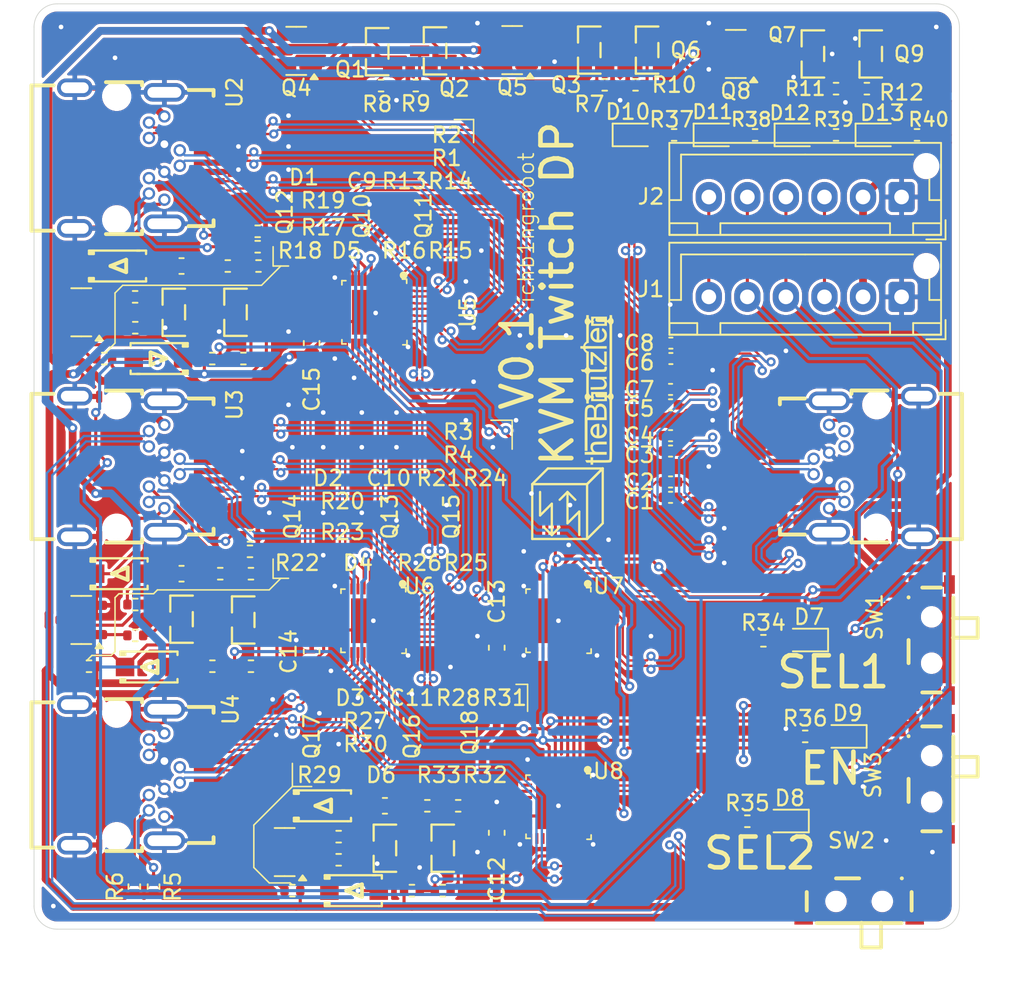
<source format=kicad_pcb>
(kicad_pcb (version 20241229) (generator "pcbnew") (generator_version "9.0")
  (layers (0 "F.Cu" signal) (4 "In1.Cu" signal) (6 "In2.Cu" signal) (2 "B.Cu" signal) (13 "F.Paste" user) (15 "B.Paste" user) (5 "F.SilkS" user "F.Silkscreen") (7 "B.SilkS" user "B.Silkscreen") (1 "F.Mask" user) (3 "B.Mask" user) (25 "Edge.Cuts" user))
  (net 0 "")
  (net 1 "/L0C+")
  (net 2 "/L0C-")
  (net 3 "/L1C+")
  (net 4 "/L1C-")
  (net 5 "/L2C+")
  (net 6 "/L3C+")
  (net 7 "/L2C-")
  (net 8 "/L3C-")
  (net 9 "+3V3")
  (net 10 "Net-(D1-A)")
  (net 11 "Net-(D2-A)")
  (net 12 "Net-(D3-A)")
  (net 13 "GND")
  (net 14 "/3V3_A")
  (net 15 "Net-(Q2-C)")
  (net 16 "/3V3_B")
  (net 17 "Net-(Q5-G)")
  (net 18 "Net-(Q8-G)")
  (net 19 "/3V3_C")
  (net 20 "/CONF1_A")
  (net 21 "/CONF2_A")
  (net 22 "/CONF1_B")
  (net 23 "/CONF2_B")
  (net 24 "/CONF1_C")
  (net 25 "/CONF2_C")
  (net 26 "Net-(Q3-B)")
  (net 27 "Net-(Q1-B)")
  (net 28 "Net-(Q7-B)")
  (net 29 "Net-(Q10-E)")
  (net 30 "Net-(Q11-E)")
  (net 31 "/HPD_IN_A")
  (net 32 "Net-(Q11-B)")
  (net 33 "Net-(Q10-C)")
  (net 34 "Net-(Q12-B)")
  (net 35 "/HPD_A")
  (net 36 "Net-(D5-K)")
  (net 37 "Net-(D4-K)")
  (net 38 "Net-(Q13-E)")
  (net 39 "/HPD_B")
  (net 40 "Net-(Q13-C)")
  (net 41 "Net-(Q14-B)")
  (net 42 "Net-(Q15-E)")
  (net 43 "/HPD_IN_B")
  (net 44 "Net-(Q15-B)")
  (net 45 "Net-(D6-K)")
  (net 46 "Net-(Q16-E)")
  (net 47 "/HPD_C")
  (net 48 "Net-(Q17-B)")
  (net 49 "Net-(Q16-C)")
  (net 50 "Net-(Q18-E)")
  (net 51 "/HPD_IN_C")
  (net 52 "Net-(Q18-B)")
  (net 53 "/SEL_1")
  (net 54 "/SEL_2")
  (net 55 "/EN")
  (net 58 "/HPD_SELV_TRIP/HPD_IN")
  (net 59 "/L1I+")
  (net 60 "/L2I-")
  (net 63 "/L3I+")
  (net 65 "/L0I-")
  (net 66 "/L2I+")
  (net 67 "/L3I-")
  (net 68 "/L1I-")
  (net 69 "/L0I+")
  (net 75 "Net-(U7-D0+B)")
  (net 83 "Net-(U7-D1-B)")
  (net 84 "Net-(U7-D0-B)")
  (net 116 "/L0+")
  (net 117 "/L0-")
  (net 118 "/L1+")
  (net 119 "/L1-")
  (net 120 "/L2+")
  (net 121 "/L3+")
  (net 122 "/L2-")
  (net 123 "/L3-")
  (net 124 "/L0_A-")
  (net 125 "/L2_A+")
  (net 126 "/L1_A+")
  (net 127 "/L3_A+")
  (net 128 "/L3_A-")
  (net 129 "/L0_A+")
  (net 130 "/L1_A-")
  (net 131 "/L2_A-")
  (net 132 "/L1_B-")
  (net 133 "/L2_B+")
  (net 134 "/L2_B-")
  (net 135 "/L0_B-")
  (net 136 "/L0_B+")
  (net 137 "/L3_B+")
  (net 138 "/L3_B-")
  (net 139 "/L1_B+")
  (net 140 "/L0_C-")
  (net 141 "/L3_C-")
  (net 142 "/L2_C-")
  (net 143 "/L1_C+")
  (net 144 "/L0_C+")
  (net 145 "/L2_C+")
  (net 146 "/L3_C+")
  (net 147 "/L1_C-")
  (net 148 "/AX-")
  (net 149 "/AX+")
  (net 150 "/AXA+")
  (net 151 "/AXA-")
  (net 152 "/AXB+")
  (net 153 "/AXB-")
  (net 154 "/AXC-")
  (net 155 "/AXC+")
  (net 156 "Net-(D7-A)")
  (net 157 "Net-(D8-A)")
  (net 158 "Net-(D9-A)")
  (net 159 "Net-(D10-A)")
  (net 160 "Net-(D11-A)")
  (net 161 "Net-(D12-A)")
  (net 162 "Net-(D13-A)")
  (net 163 "Net-(J1-Pin_6)")
  (footprint "theBrutzler:Symbol_kurzschlussblog" (layer "F.Cu") (at 203.3015 128.6985)
    (property "Reference" "SM3" (hide yes))
    (property "Value" "SYM_Arrow45_Tiny" (hide yes))
  )
  (footprint "easyeda2kicad:SOD-123FL_L2.8-W1.8-LS3.7-RD" (layer "F.Cu") (at 191.75 151.5)
    (property "Reference" "D6")
    (property "Value" "D")
  )
  (footprint "easyeda2kicad:SOT-23-3_L2.9-W1.3-P1.90-LS2.4-BR" (layer "F.Cu") (at 193.75 148.75)
    (property "Reference" "Q16")
    (property "Value" "Q_PNP_BEC")
  )
  (footprint "Capacitor_SMD:C_0603_1608Metric" (layer "F.Cu") (at 201 135.75 -90)
    (property "Reference" "C13")
    (property "Value" "10u")
  )
  (footprint "easyeda2kicad:QFN-32_L4.0-W4.0-P0.40-TL-EP2.9" (layer "F.Cu") (at 193.06 114 -90)
    (property "Reference" "U5")
    (property "Value" "FSW3820YQFN32G/TR")
  )
  (footprint "Resistor_SMD:R_0402_1005Metric" (layer "F.Cu") (at 185.5525 111 180)
    (property "Reference" "R14")
    (property "Value" "10K")
  )
  (footprint "Capacitor_SMD:C_0402_1005Metric" (layer "F.Cu") (at 212.27 119)
    (property "Reference" "C7")
    (property "Value" "C")
  )
  (footprint "Resistor_SMD:R_0402_1005Metric" (layer "F.Cu") (at 185.0625 136.95 180)
    (property "Reference" "R25")
    (property "Value" "10K")
  )
  (footprint "LED_SMD:LED_0603_1608Metric" (layer "F.Cu") (at 219.75 146.985 180)
    (property "Reference" "D8")
    (property "Value" "LED")
  )
  (footprint "Resistor_SMD:R_0402_1005Metric" (layer "F.Cu") (at 196.5 146)
    (property "Reference" "R28")
    (property "Value" "10K")
  )
  (footprint "Capacitor_SMD:C_0603_1608Metric" (layer "F.Cu") (at 189 116 -90)
    (property "Reference" "C15")
    (property "Value" "10u")
  )
  (footprint "easyeda2kicad:CONN-SMD_3VM11201-D730-7H" (layer "F.Cu") (at 178 124 -90)
    (property "Reference" "U3")
    (property "Value" "3VM11201-D730-7H")
  )
  (footprint "Resistor_SMD:R_0402_1005Metric" (layer "F.Cu") (at 184.5725 117 180)
    (property "Reference" "R15")
    (property "Value" "10K")
  )
  (footprint "Package_TO_SOT_SMD:SOT-23" (layer "F.Cu") (at 188 97.05 180)
    (property "Reference" "Q4")
    (property "Value" "Q_PMOS_GSD")
  )
  (footprint "theBrutzler:thebrutzler_10mm_mod" (layer "F.Cu") (at 207.5 119 90)
    (property "Reference" "G***" (hide yes))
    (property "Value" "LOGO" (hide yes))
  )
  (footprint "LED_SMD:LED_0603_1608Metric" (layer "F.Cu") (at 223.5 141.5 180)
    (property "Reference" "D9")
    (property "Value" "LED")
  )
  (footprint "Resistor_SMD:R_0402_1005Metric" (layer "F.Cu") (at 174.5625 136.95 180)
    (property "Reference" "R22")
    (property "Value" "10K")
  )
  (footprint "easyeda2kicad:SOT-23-3_L2.9-W1.3-P1.90-LS2.4-BR" (layer "F.Cu") (at 193.25 97.1)
    (property "Reference" "Q1")
    (property "Value" "Q_PNP_BEC")
  )
  (footprint "easyeda2kicad:SOD-123FL_L2.8-W1.8-LS3.7-RD" (layer "F.Cu") (at 179.0625 117 180)
    (property "Reference" "D5")
    (property "Value" "D")
  )
  (footprint "Resistor_SMD:R_0402_1005Metric" (layer "F.Cu") (at 210 99.25 180)
    (property "Reference" "R10")
    (property "Value" "10K")
  )
  (footprint "Capacitor_SMD:C_0402_1005Metric" (layer "F.Cu") (at 212.29 116)
    (property "Reference" "C8")
    (property "Value" "C")
  )
  (footprint "Resistor_SMD:R_0402_1005Metric" (layer "F.Cu") (at 198.5 146 180)
    (property "Reference" "R31")
    (property "Value" "10K")
  )
  (footprint "Capacitor_SMD:C_0603_1608Metric" (layer "F.Cu") (at 180.5625 111 180)
    (property "Reference" "C9")
    (property "Value" "10u")
  )
  (footprint "easyeda2kicad:SOT-23-3_L2.9-W1.3-P1.90-LS2.4-BR" (layer "F.Cu") (at 197.5 148.75)
    (property "Reference" "Q18")
    (property "Value" "Q_PNP_BEC")
  )
  (footprint "Connector_JST:JST_XH_B6B-XH-AM_1x06_P2.50mm_Vertical" (layer "F.Cu") (at 227.25 113 180)
    (property "Reference" "J1")
    (property "Value" "Conn_01x06_Pin")
  )
  (footprint "Capacitor_SMD:C_0603_1608Metric" (layer "F.Cu") (at 201 147.75 -90)
    (property "Reference" "C12")
    (property "Value" "10u")
  )
  (footprint "Resistor_SMD:R_0402_1005Metric" (layer "F.Cu") (at 177.5625 115)
    (property "Reference" "R17")
    (property "Value" "10K")
  )
  (footprint "easyeda2kicad:CONN-SMD_3VM11201-D730-7H" (layer "F.Cu") (at 178 104 -90)
    (property "Reference" "U2")
    (property "Value" "3VM11201-D730-7H")
  )
  (footprint "Capacitor_SMD:C_0402_1005Metric" (layer "F.Cu") (at 212.27 120)
    (property "Reference" "C5")
    (property "Value" "C")
  )
  (footprint "easyeda2kicad:SOD-123FL_L2.8-W1.8-LS3.7-RD" (layer "F.Cu") (at 176.4625 111)
    (property "Reference" "D1")
    (property "Value" "D")
  )
  (footprint "easyeda2kicad:QFN-32_L4.0-W4.0-P0.40-TL-EP2.9" (layer "F.Cu") (at 205 134 -90)
    (property "Reference" "U7")
    (property "Value" "FSW3820YQFN32G/TR")
  )
  (footprint "easyeda2kicad:SOT-23-3_L2.9-W1.3-P1.90-LS2.4-BR" (layer "F.Cu") (at 197 97.05)
    (property "Reference" "Q2")
    (property "Value" "Q_PNP_BEC")
  )
  (footprint "Resistor_SMD:R_0402_1005Metric" (layer "F.Cu") (at 190.75 149.5)
    (property "Reference" "R30")
    (property "Value" "10K")
  )
  (footprint "Resistor_SMD:R_0402_1005Metric" (layer "F.Cu") (at 177.5 151.24 -90)
    (property "Reference" "R6")
    (property "Value" "5MEG")
  )
  (footprint "easyeda2kicad:SOD-123FL_L2.8-W1.8-LS3.7-RD" (layer "F.Cu") (at 176.5625 130.95)
    (property "Reference" "D2")
    (property "Value" "D")
  )
  (footprint "easyeda2kicad:QFN-32_L4.0-W4.0-P0.40-TL-EP2.9" (layer "F.Cu") (at 205 146.06 -90)
    (property "Reference" "U8")
    (property "Value" "FSW3820YQFN32G/TR")
  )
  (footprint "Resistor_SMD:R_0402_1005Metric" (layer "F.Cu") (at 193.5 99.3)
    (property "Reference" "R8")
    (property "Value" "10K")
  )
  (footprint "Resistor_SMD:R_0402_1005Metric" (layer "F.Cu") (at 185.0625 130.95 180)
    (property "Reference" "R24")
    (property "Value" "10K")
  )
  (footprint "Resistor_SMD:R_0402_1005Metric" (layer "F.Cu") (at 208 99.25)
    (property "Reference" "R7")
    (property "Value" "10K")
  )
  (footprint "easyeda2kicad:SOT-23-3_L2.9-W1.3-P1.90-LS2.4-BR" (layer "F.Cu") (at 184.0625 114)
    (property "Reference" "Q11")
    (property "Value" "Q_PNP_BEC")
  )
  (footprint "Resistor_SMD:R_0402_1005Metric" (layer "F.Cu") (at 177.5625 132.95)
    (property "Reference" "R20")
    (property "Value" "100K")
  )
  (footprint "Resistor_SMD:R_0402_1005Metric" (layer "F.Cu") (at 218.29 135.3)
    (property "Reference" "R34")
    (property "Value" "10K")
  )
  (footprint "Capacitor_SMD:C_0402_1005Metric" (layer "F.Cu") (at 212.27 123)
    (property "Reference" "C3")
    (property "Value" "C")
  )
  (footprint "easyeda2kicad:SW-TH_MSK12C02" (layer "F.Cu") (at 228.6525 135.25 90)
    (property "Reference" "SW1")
    (property "Value" "MSK12C02")
  )
  (footprint "Capacitor_SMD:C_0402_1005Metric" (layer "F.Cu") (at 212.27 122)
    (property "Reference" "C4")
    (property "Value" "C")
  )
  (footprint "Capacitor_SMD:C_0402_1005Metric" (layer "F.Cu") (at 212.29 117)
    (property "Reference" "C6")
    (property "Value" "C")
  )
  (footprint "easyeda2kicad:SOT-23-3_L2.9-W1.3-P1.90-LS2.4-BR" (layer "F.Cu") (at 180.0625 114)
    (property "Reference" "Q10")
    (property "Value" "Q_PNP_BEC")
  )
  (footprint "easyeda2kicad:QFN-32_L4.0-W4.0-P0.40-TL-EP2.9" (layer "F.Cu") (at 193 134 -90)
    (property "Reference" "U6")
    (property "Value" "FSW3820YQFN32G/TR")
  )
  (footprint "Resistor_SMD:R_0402_1005Metric" (layer "F.Cu") (at 187.75 151.5 180)
    (property "Reference" "R29")
    (property "Value" "10K")
  )
  (footprint "Resistor_SMD:R_0402_1005Metric" (layer "F.Cu") (at 221 141.5)
    (property "Reference" "R36")
    (property "Value" "10K")
  )
  (footprint "Capacitor_SMD:C_0402_1005Metric" (layer "F.Cu") (at 212.27 125)
    (property "Reference" "C2")
    (property "Value" "C")
  )
  (footprint "Package_TO_SOT_SMD:SOT-23" (layer "F.Cu") (at 187.25 149 180)
    (property "Reference" "Q17")
    (property "Value" "Q_NPN_BEC")
  )
  (footprint "Resistor_SMD:R_0402_1005Metric" (layer "F.Cu") (at 217.25 147)
    (property "Reference" "R35")
    (property "Value" "10K")
  )
  (footprint "LED_SMD:LED_0603_1608Metric" (layer "F.Cu") (at 221 135.25 180)
    (property "Reference" "D7")
    (property "Value" "LED")
  )
  (footprint "Capacitor_SMD:C_0603_1608Metric" (layer "F.Cu") (at 189 136 -90)
    (property "Reference" "C14")
    (property "Value" "10u")
  )
  (footprint "Resistor_SMD:R_0402_1005Metric" (layer "F.Cu") (at 190.75 148 180)
    (property "Reference" "R27")
    (property "Value" "100K")
  )
  (footprint "Resistor_SMD:R_0402_1005Metric" (layer "F.Cu") (at 177.5525 113)
    (property "Reference" "R19")
    (property "Value" "100K")
  )
  (footprint "easyeda2kicad:SOT-23-3_L2.9-W1.3-P1.90-LS2.4-BR" (layer "F.Cu") (at 221.5 97.25)
    (property "Reference" "Q7")
    (property "Value" "Q_PNP_BEC")
  )
  (footprint "Package_TO_SOT_SMD:SOT-23" (layer "F.Cu") (at 174.0625 114 180)
    (property "Reference" "Q12")
    (property "Value" "Q_NPN_BEC")
  )
  (footprint "Resistor_SMD:R_0402_1005Metric" (layer "F.Cu") (at 178.75 151.24 -90)
    (property "Reference" "R5")
    (property "Value" "5MEG")
  )
  (footprint "Resistor_SMD:R_0402_1005Metric" (layer "F.Cu") (at 185 129.5)
    (property "Reference" "R4")
    (property "Value" "5MEG")
  )
  (footprint "Capacitor_SMD:C_0603_1608Metric" (layer "F.Cu") (at 180.5625 130.95 180)
    (property "Reference" "C10")
    (property "Value" "10u")
  )
  (footprint "easyeda2kicad:SOT-23-3_L2.9-W1.3-P1.90-LS2.4-BR" (layer "F.Cu") (at 210.75 97)
    (property "Reference" "Q6")
    (property "Value" "Q_PNP_BEC")
  )
  (footprint "Capacitor_SMD:C_0402_1005Metric" (layer "F.Cu") (at 212.27 126)
    (property "Reference" "C1")
    (property "Value" "C")
  )
  (footprint "Package_TO_SOT_SMD:SOT-23" (layer "F.Cu") (at 202 97 180)
    (property "Reference" "Q5")
    (property "Value" "Q_PMOS_GSD")
  )
  (footprint "Package_TO_SOT_SMD:SOT-23" (layer "F.Cu") (at 216.5 97.25 180)
    (property "Reference" "Q8")
    (property "Value" "Q_PMOS_GSD")
  )
  (footprint "easyeda2kicad:SOD-123FL_L2.8-W1.8-LS3.7-RD" (layer "F.Cu") (at 178.5 137)
    (property "Reference" "D4")
    (property "Value" "D")
  )
  (footprint "easyeda2kicad:CONN-SMD_3VM11201-D730-7H" (layer "F.Cu") (at 178 144 -90)
    (property "Reference" "U4")
    (property "Value" "3VM11201-D730-7H")
  )
  (footprint "Resistor_SMD:R_0402_1005Metric" (layer "F.Cu") (at 217.75 102.5 180)
    (property "Reference" "R38")
    (property "Value" "10K")
  )
  (footprint "easyeda2kicad:SOT-23-3_L2.9-W1.3-P1.90-LS2.4-BR" (layer "F.Cu") (at 207 97)
    (property "Reference" "Q3")
    (property "Value" "Q_PNP_BEC")
  )
  (footprint "Resistor_SMD:R_0402_1005Metric" (layer "F.Cu") (at 197.5 151.5 180)
    (property "Reference" "R32")
    (property "Value" "10K")
  )
  (footprint "easyeda2kicad:SW-TH_MSK12C02" (layer "F.Cu") (at 228.6525 144.25 90)
    (property "Reference" "SW3")
    (property "Value" "MSK12C02")
  )
  (footprint "LED_SMD:LED_0603_1608Metric" (layer "F.Cu") (at 210 102.5)
    (property "Reference" "D10")
    (property "Value" "LED")
  )
  (footprint "easyeda2kicad:SOD-123FL_L2.8-W1.8-LS3.7-RD" (layer "F.Cu") (at 189.75 146)
    (property "Reference" "D3")
    (property "Value" "D")
  )
  (footprint "Resistor_SMD:R_0402_1005Metric" (layer "F.Cu") (at 195.75 99.3 180)
    (property "Reference" "R9")
    (property "Value" "10K")
  )
  (footprint "Resistor_SMD:R_0402_1005Metric" (layer "F.Cu") (at 228.25 102.5 180)
    (property "Reference" "R40")
    (property "Value" "10K")
  )
  (footprint "easyeda2kicad:SOT-23-3_L2.9-W1.3-P1.90-LS2.4-BR" (layer "F.Cu") (at 180.5625 133.9)
    (property "Reference" "Q13")
    (property "Value" "Q_PNP_BEC")
  )
  (footprint "Resistor_SMD:R_0402_1005Metric" (layer "F.Cu") (at 177.5625 134.95)
    (property "Reference" "R23")
    (property "Value" "10K")
  )
  (footprint "Connector_JST:JST_XH_B6B-XH-AM_1x06_P2.50mm_Vertical" (layer "F.Cu") (at 227.25 106.525 180)
    (property "Reference" "J2")
    (property "Value" "Conn_01x06_Pin")
  )
  (footprint "Resistor_SMD:R_0402_1005Metric" (layer "F.Cu") (at 185.5 108.75)
    (property "Reference" "R2")
    (property "Value" "5MEG")
  )
  (footprint "easyeda2kicad:SW-TH_MSK12C02" (layer "F.Cu") (at 224.5 151.6525)
    (property "Reference" "SW2")
    (property "Value" "MSK12C02")
  )
  (footprint "Resistor_SMD:R_0402_1005Metric" (layer "F.Cu") (at 175.5525 117 180)
    (property "Reference" "R18")
    (property "Value" "10K")
  )
  (footprint "Resistor_SMD:R_0402_1005Metric" (layer "F.Cu") (at 182.5525 117)
    (property "Reference" "R16")
    (property "Value" "10K")
  )
  (footprint "easyeda2kicad:CONN-SMD_3VM11201-D730-7H" (layer "F.Cu") (at 224 124 90)
    (property "Reference" "U1" (hide yes))
    (property "Value" "3VM11201-D730-7H")
  )
  (footprint "Resistor_SMD:R_0402_1005Metric" (layer "F.Cu") (at 182.5625 136.95)
    (property "Reference" "R26")
    (property "Value" "10K")
  )
  (footprint "Resistor_SMD:R_0402_1005Metric" (layer "F.Cu") (at 225 99.5 180)
    (property "Reference" "R12")
    (property "Value" "10K")
  )
  (footprint "Resistor_SMD:R_0402_1005Metric" (layer "F.Cu") (at 223 102.5 180)
    (property "Reference" "R39")
    (property "Value" "10K")
  )
  (footprint "LED_SMD:LED_0603_1608Metric" (layer "F.Cu") (at 225.75 102.5)
    (property "Reference" "D13")
    (property "Value" "LED")
  )
  (footprint "Resistor_SMD:R_0402_1005Metric" (layer "F.Cu") (at 185 128.5)
    (property "Reference" "R3")
    (property "Value" "5MEG")
  )
  (footprint "Resistor_SMD:R_0402_1005Metric" (layer "F.Cu") (at 183.5625 111)
    (property "Reference" "R13")
    (property "Value" "10K")
  )
  (footprint "easyeda2kicad:SOT-23-3_L2.9-W1.3-P1.90-LS2.4-BR" (layer "F.Cu") (at 184.5625 133.95)
    (property "Reference" "Q15")
    (property "Value" "Q_PNP_BEC")
  )
  (footprint "easyeda2kicad:SOT-23-3_L2.9-W1.3-P1.90-LS2.4-BR" (layer "F.Cu") (at 225.25 97.25)
    (property "Reference" "Q9")
    (property "Value" "Q_PNP_BEC")
  )
  (footprint "Package_TO_SOT_SMD:SOT-23" (layer "F.Cu") (at 174.0625 133.95 180)
    (property "Reference" "Q14")
    (property "Value" "Q_NPN_BEC")
  )
  (footprint "Resistor_SMD:R_0402_1005Metric" (layer "F.Cu") (at 212.5 102.5 180)
    (property "Reference" "R37")
    (property "Value" "10K")
  )
  (footprint "Resistor_SMD:R_0402_1005Metric" (layer "F.Cu") (at 223 99.5)
    (property "Reference" "R11")
    (property "Value" "10K")
  )
  (footprint "LED_SMD:LED_0603_1608Metric" (layer "F.Cu") (at 215.25 102.5)
    (property "Reference" "D11")
    (property "Value" "LED")
  )
  (footprint "LED_SMD:LED_0603_1608Metric" (layer "F.Cu") (at 220.5 102.5)
    (property "Reference" "D12")
    (property "Value" "LED")
  )
  (footprint "Resistor_SMD:R_0402_1005Metric" (layer "F.Cu") (at 195.5 151.5)
    (property "Reference" "R33")
    (property "Value" "10K")
  )
  (footprint "Resistor_SMD:R_0402_1005Metric" (layer "F.Cu") (at 183.0725 130.95)
    (property "Reference" "R21")
    (property "Value" "10K")
  )
  (footprint "Resistor_SMD:R_0402_1005Metric" (layer "F.Cu") (at 185.5 109.75)
    (property "Reference" "R1")
    (property "Value" "5MEG")
  )
  (footprint "Capacitor_SMD:C_0603_1608Metric" (layer "F.Cu") (at 193.75 146 180)
    (property "Reference" "C11")
    (property "Value" "10u")
  )
  (gr_line (start 186.25 132) (end 179 132) (stroke (width 0.1)) (layer "F.SilkS"))
  (gr_line (start 187.5 131.25) (end 186.5 131.25) (stroke (width 0.1)) (layer "F.SilkS"))
  (gr_line (start 189 144.75) (end 187.75 144.75) (stroke (width 0.1)) (layer "F.SilkS"))
  (gr_line (start 176.25 132.5) (end 176.25 136) (stroke (width 0.1)) (layer "F.SilkS"))
  (gr_line (start 187.75 144.75) (end 187.75 143.25) (stroke (width 0.1)) (layer "F.SilkS"))
  (gr_line (start 198.25 101.5) (end 199.5 101.5) (stroke (width 0.1)) (layer "F.SilkS"))
  (gr_line (start 176.5 132.25) (end 176.25 132.5) (stroke (width 0.1)) (layer "F.SilkS"))
  (gr_line (start 185.25 150) (end 186.25 151) (stroke (width 0.1)) (layer "F.SilkS"))
  (gr_line (start 176.75 112.25) (end 176.25 112.75) (stroke (width 0.1)) (layer "F.SilkS"))
  (gr_line (start 176.25 112.75) (end 176.25 116) (stroke (width 0.1)) (layer "F.SilkS"))
  (gr_line (start 185.75 112.25) (end 176.75 112.25) (stroke (width 0.1)) (layer "F.SilkS"))
  (gr_line (start 200.625 121) (end 202 121) (stroke (width 0.1)) (layer "F.SilkS"))
  (gr_line (start 176.25 116) (end 175.63 116.62) (stroke (width 0.1)) (layer "F.SilkS"))
  (gr_line (start 187.75 151.12) (end 187.596359 151) (stroke (width 0.1)) (layer "F.SilkS"))
  (gr_line (start 187 131.25) (end 186.25 132) (stroke (width 0.1)) (layer "F.SilkS"))
  (gr_line (start 179 132) (end 178.75 132.25) (stroke (width 0.1)) (layer "F.SilkS"))
  (gr_line (start 178.75 132.25) (end 176.5 132.25) (stroke (width 0.1)) (layer "F.SilkS"))
  (gr_line (start 186.25 151) (end 187.596359 151) (stroke (width 0.1)) (layer "F.SilkS"))
  (gr_line (start 185.25 147.25) (end 185.25 150) (stroke (width 0.1)) (layer "F.SilkS"))
  (gr_line (start 187.75 144.75) (end 185.25 147.25) (stroke (width 0.1)) (layer "F.SilkS"))
  (gr_line (start 176.25 136) (end 176 136.25) (stroke (width 0.1)) (layer "F.SilkS"))
  (gr_line (start 186.5 109.75) (end 186.5 111) (stroke (width 0.1)) (layer "F.SilkS"))
  (gr_line (start 174.75 136.25) (end 174.408859 136.591141) (stroke (width 0.1)) (layer "F.SilkS"))
  (gr_line (start 187 111) (end 185.75 112.25) (stroke (width 0.1)) (layer "F.SilkS"))
  (gr_line (start 186.5 111) (end 187.5 111) (stroke (width 0.1)) (layer "F.SilkS"))
  (gr_line (start 202 121) (end 202 122.875) (stroke (width 0.1)) (layer "F.SilkS"))
  (gr_line (start 203 138.125) (end 203 139.875) (stroke (width 0.1)) (layer "F.SilkS"))
  (gr_line (start 176 136.25) (end 174.75 136.25) (stroke (width 0.1)) (layer "F.SilkS"))
  (gr_line (start 199.5 101.5) (end 199.5 103) (stroke (width 0.1)) (layer "F.SilkS"))
  (gr_line (start 186.5 131.25) (end 186.5 130) (stroke (width 0.1)) (layer "F.SilkS"))
  (gr_line (start 202.25 138.125) (end 203 138.125) (stroke (width 0.1)) (layer "F.SilkS"))
  (gr_line (start 172.5 154) (end 229.5 154) (stroke (width 0.05)) (layer "Edge.Cuts"))
  (gr_line (start 231 152.5) (end 231 95.5) (stroke (width 0.05)) (layer "Edge.Cuts"))
  (gr_arc (start 172.5 154) (mid 171.43934 153.56066) (end 171 152.5) (stroke (width 0.05)) (layer "Edge.Cuts"))
  (gr_arc (start 231 152.5) (mid 230.56066 153.56066) (end 229.5 154) (stroke (width 0.05)) (layer "Edge.Cuts"))
  (gr_line (start 171 152.5) (end 171 95.5) (stroke (width 0.05)) (layer "Edge.Cuts"))
  (gr_line (start 229.5 94) (end 172.5 94) (stroke (width 0.05)) (layer "Edge.Cuts"))
  (gr_arc (start 229.5 94) (mid 230.56066 94.43934) (end 231 95.5) (stroke (width 0.05)) (layer "Edge.Cuts"))
  (gr_arc (start 171 95.5) (mid 171.43934 94.43934) (end 172.5 94) (stroke (width 0.05)) (layer "Edge.Cuts"))
  (gr_text "SEL2\n" (at 214.25 150.25 0) (layer "F.SilkS") (effects (font (size 2 2) (thickness 0.3)) (justify left bottom)))
  (gr_text "SEL1" (at 219 138.5 0) (layer "F.SilkS") (effects (font (size 2 2) (thickness 0.3)) (justify left bottom)))
  (gr_text "ichb1ngrooot" (at 203.5 113.5 90) (layer "F.SilkS") (effects (font (size 1 1) (thickness 0.1)) (justify left bottom)))
  (gr_text "V0.1" (at 203.5 120.5 90) (layer "F.SilkS") (effects (font (size 2 2) (thickness 0.3)) (justify left bottom)))
  (gr_text "KVM Twitch DP" (at 206.0955 124.1265 90) (layer "F.SilkS") (effects (font (size 2 2) (thickness 0.3)) (justify left bottom)))
  (gr_text "EN" (at 220.5 144.75 0) (layer "F.SilkS") (effects (font (size 2 2) (thickness 0.3)) (justify left bottom)))
  (segment (start 198.927512 110.425) (end 204.325 115.822488) (width 0.15) (layer "F.Cu") (net 1))
  (segment (start 209.677514 125.675) (end 210.999999 125.675) (width 0.15) (layer "F.Cu") (net 1))
  (segment (start 204.325 120.322488) (end 209.677514 125.675) (width 0.15) (layer "F.Cu") (net 1))
  (segment (start 194.46 111.94) (end 195.975 110.425) (width 0.15) (layer "F.Cu") (net 1))
  (segment (start 210.999999 125.675) (end 211.324999 126) (width 0.15) (layer "F.Cu") (net 1))
  (segment (start 204.325 115.822488) (end 204.325 120.322488) (width 0.15) (layer "F.Cu") (net 1))
  (segment (start 195.975 110.425) (end 198.927512 110.425) (width 0.15) (layer "F.Cu") (net 1))
  (segment (start 211.324999 126) (end 211.79 126) (width 0.15) (layer "F.Cu") (net 1))
  (segment (start 194.06 111.94) (end 194.06 111.414999) (width 0.15) (layer "F.Cu") (net 2))
  (segment (start 204.675 115.677512) (end 204.675 120.177512) (width 0.15) (layer "F.Cu") (net 2))
  (segment (start 210.999999 125.325) (end 211.324999 125) (width 0.15) (layer "F.Cu") (net 2))
  (segment (start 199.072488 110.075) (end 204.675 115.677512) (width 0.15) (layer "F.Cu") (net 2))
  (segment (start 204.675 120.177512) (end 209.822488 125.325) (width 0.15) (layer "F.Cu") (net 2))
  (segment (start 194.06 111.414999) (end 195.399999 110.075) (width 0.15) (layer "F.Cu") (net 2))
  (segment (start 195.399999 110.075) (end 199.072488 110.075) (width 0.15) (layer "F.Cu") (net 2))
  (segment (start 211.324999 125) (end 211.79 125) (width 0.15) (layer "F.Cu") (net 2))
  (segment (start 209.822488 125.325) (end 210.999999 125.325) (width 0.15) (layer "F.Cu") (net 2))
  (segment (start 193.66 111.94) (end 193.66 111.115304) (width 0.15) (layer "F.Cu") (net 3))
  (segment (start 206.325 119.322488) (end 209.677512 122.675) (width 0.15) (layer "F.Cu") (net 3))
  (segment (start 206.325 115.072488) (end 206.325 119.322488) (width 0.15) (layer "F.Cu") (net 3))
  (segment (start 200.177512 108.925) (end 206.325 115.072488) (width 0.15) (layer "F.Cu") (net 3))
  (segment (start 194.572488 110.202816) (end 194.572488 108.925) (width 0.15) (layer "F.Cu") (net 3))
  (segment (start 193.66 111.115304) (end 194.572488 110.202816) (width 0.15) (layer "F.Cu") (net 3))
  (segment (start 211.324999 123) (end 211.79 123) (width 0.15) (layer "F.Cu") (net 3))
  (segment (start 209.677512 122.675) (end 210.999999 122.675) (width 0.15) (layer "F.Cu") (net 3))
  (segment (start 210.999999 122.675) (end 211.324999 123) (width 0.15) (layer "F.Cu") (net 3))
  (segment (start 194.572488 108.925) (end 200.177512 108.925) (width 0.15) (layer "F.Cu") (net 3))
  (segment (start 211.324999 122) (end 211.79 122) (width 0.15) (layer "F.Cu") (net 4))
  (segment (start 209.8229 122.324) (end 211.000999 122.324) (width 0.15) (layer "F.Cu") (net 4))
  (segment (start 211.000999 122.324) (end 211.324999 122) (width 0.15) (layer "F.Cu") (net 4))
  (segment (start 206.676 114.9271) (end 206.676 119.1771) (width 0.15) (layer "F.Cu") (net 4))
  (segment (start 200.322901 108.574) (end 206.676 114.9271) (width 0.15) (layer "F.Cu") (net 4))
  (segment (start 194.4271 108.574) (end 200.322901 108.574) (width 0.15) (layer "F.Cu") (net 4))
  (segment (start 193.479328 109.521772) (end 194.4271 108.574) (width 0.15) (layer "F.Cu") (net 4))
  (segment (start 193.479328 110.775114) (end 193.479328 109.521772) (width 0.15) (layer "F.Cu") (net 4))
  (segment (start 193.26 110.994442) (end 193.479328 110.775114) (width 0.15) (layer "F.Cu") (net 4))
  (segment (start 206.676 119.1771) (end 209.8229 122.324) (width 0.15) (layer "F.Cu") (net 4))
  (segment (start 193.26 111.94) (end 193.26 110.994442) (width 0.15) (layer "F.Cu") (net 4))
  (segment (start 208.927514 119.675) (end 210.999999 119.675) (width 0.15) (layer "F.Cu") (net 5))
  (segment (start 207.825 114.322488) (end 207.825 118.572488) (width 0.15) (layer "F.Cu") (net 5))
  (segment (start 207.825 118.572488) (end 208.927514 119.675) (width 0.15) (layer "F.Cu") (net 5))
  (segment (start 192.06 111.315026) (end 191.274997 110.530023) (width 0.15) (layer "F.Cu") (net 5))
  (segment (start 210.999999 119.675) (end 211.324999 120) (width 0.15) (layer "F.Cu") (net 5))
  (segment (start 211.324999 120) (end 211.79 120) (width 0.15) (layer "F.Cu") (net 5))
  (segment (start 191.274997 110.530023) (end 191.274997 110.222491) (width 0.15) (layer "F.Cu") (net 5))
  (segment (start 191.274997 110.222491) (end 193.822488 107.675) (width 0.15) (layer "F.Cu") (net 5))
  (segment (start 201.177512 107.675) (end 207.825 114.322488) (width 0.15) (layer "F.Cu") (net 5))
  (segment (start 192.06 111.94) (end 192.06 111.315026) (width 0.15) (layer "F.Cu") (net 5))
  (segment (start 193.822488 107.675) (end 201.177512 107.675) (width 0.15) (layer "F.Cu") (net 5))
  (segment (start 211.16 116.35) (end 211.81 117) (width 0.15) (layer "F.Cu") (net 6))
  (segment (start 211.16 115.844975) (end 211.16 116.35) (width 0.15) (layer "F.Cu") (net 6))
  (segment (start 189.425 112.427512) (end 189.425 109.072488) (width 0.15) (layer "F.Cu") (net 6))
  (segment (start 189.425 109.072488) (end 192.423744 106.073744) (width 0.15) (layer "F.Cu") (net 6))
  (segment (start 191 113) (end 189.997488 113) (width 0.15) (layer "F.Cu") (net 6))
  (segment (start 211.15 115.834974) (end 211.16 115.844975) (width 0.15) (layer "F.Cu") (net 6))
  (segment (start 189.997488 113) (end 189.425 112.427512) (width 0.15) (layer "F.Cu") (net 6))
  (segment (start 202.573744 106.073744) (end 211.15 114.65) (width 0.15) (layer "F.Cu") (net 6))
  (segment (start 211.15 114.65) (end 211.15 115.834974) (width 0.15) (layer "F.Cu") (net 6))
  (segment (start 192.423744 106.073744) (end 202.573744 106.073744) (width 0.15) (layer "F.Cu") (net 6))
  (segment (start 208.175 114.177514) (end 208.175 118.427512) (width 0.15) (layer "F.Cu") (net 7))
  (segment (start 210.999999 119.325) (end 211.324999 119) (width 0.15) (layer "F.Cu") (net 7))
  (segment (start 191.66 111.41) (end 190.924997 110.674997) (width 0.15) (layer "F.Cu") (net 7))
  (segment (start 191.66 111.94) (end 191.66 111.41) (width 0.15) (layer "F.Cu") (net 7))
  (segment (start 211.324999 119) (end 211.79 119) (width 0.15) (layer "F.Cu") (net 7))
  (segment (start 201.322488 107.325) (end 208.175 114.177514) (width 0.15) (layer "F.Cu") (net 7))
  (segment (start 209.072488 119.325) (end 210.999999 119.325) (width 0.15) (layer "F.Cu") (net 7))
  (segment (start 208.175 118.427512) (end 209.072488 119.325) (width 0.15) (layer "F.Cu") (net 7))
  (segment (start 193.677514 107.325) (end 201.322488 107.325) (width 0.15) (layer "F.Cu") (net 7))
  (segment (start 190.924997 110.674997) (end 190.924997 110.077517) (width 0.15) (layer "F.Cu") (net 7))
  (segment (start 190.924997 110.077517) (end 193.677514 107.325) (width 0.15) (layer "F.Cu") (net 7))
  (segment (start 189.902512 113.4) (end 189.075 112.572486) (width 0.15) (layer "F.Cu") (net 8))
  (segment (start 189.075 108.927512) (end 192.27877 105.723744) (width 0.15) (layer "F.Cu") (net 8))
  (segment (start 192.27877 105.723744) (end 202.718718 105.723744) (width 0.15) (layer "F.Cu") (net 8))
  (segment (start 202.718718 105.723744) (end 211.5 114.505026) (width 0.15) (layer "F.Cu") (net 8))
  (segment (start 211.5 115.69) (end 211.81 116) (width 0.15) (layer "F.Cu") (net 8))
  (segment (start 189.075 112.572486) (end 189.075 108.927512) (width 0.15) (layer "F.Cu") (net 8))
  (segment (start 211.5 114.505026) (end 211.5 115.69) (width 0.15) (layer "F.Cu") (net 8))
  (segment (start 191 113.4) (end 189.902512 113.4) (width 0.15) (layer "F.Cu") (net 8))
  (segment (start 228.8535 132.754083) (end 228.2515 133.356083) (width 0.5) (layer "F.Cu") (net 9))
  (segment (start 183.0525 111) (end 181.3375 111) (width 0.2) (layer "F.Cu") (net 9))
  (segment (start 182.0425 117) (end 182.0425 118) (width 0.2) (layer "F.Cu") (net 9))
  (segment (start 172.551 138.051) (end 175.25 138.051) (width 0.5) (layer "F.Cu") (net 9))
  (segment (start 228.2515 137.197) (end 228.8535 137.799) (width 0.5) (layer "F.Cu") (net 9))
  (segment (start 228.1635 145.159268) (end 227.2515 146.071268) (width 0.5) (layer "F.Cu") (net 9))
  (segment (start 186.499013 138.300013) (end 186.75 138.300013) (width 0.5) (layer "F.Cu") (net 9))
  (segment (start 195 152.5515) (end 195.5 152.5515) (width 0.2) (layer "F.Cu") (net 9))
  (segment (start 172.2 118) (end 173.55 118) (width 0.5) (layer "F.Cu") (net 9))
  (segment (start 188 152.5515) (end 173.5515 152.5515) (width 0.5) (layer "F.Cu") (net 9))
  (segment (start 197.304817 96) (end 197.153817 95.849) (width 0.5) (layer "F.Cu") (net 9))
  (segment (start 225.449 95.499) (end 219.301 95.499) (width 0.5) (layer "F.Cu") (net 9))
  (segment (start 194.948 95.198) (end 190.805819 95.198) (width 0.5) (layer "F.Cu") (net 9))
  (segment (start 175.0725 136.95) (end 175.0725 137.8735) (width 0.2) (layer "F.Cu") (net 9))
  (segment (start 186.169629 138.051) (end 186.418629 138.3) (width 0.5) (layer "F.Cu") (net 9))
  (segment (start 190.94 135) (end 190.315686 135) (width 0.2) (layer "F.Cu") (net 9))
  (segment (start 219.301 95.499) (end 218.5 96.3) (width 0.5) (layer "F.Cu") (net 9))
  (segment (start 176.0625 117) (end 176.0625 117.490318) (width 0.2) (layer "F.Cu") (net 9))
  (segment (start 201 136.25) (end 201 136.525) (width 0.2) (layer "F.Cu") (net 9))
  (segment (start 207.444181 95.098) (end 207.595181 95.249) (width 0.5) (layer "F.Cu") (net 9))
  (segment (start 194.525 146) (end 195.99 146) (width 0.2) (layer "F.Cu") (net 9))
  (segment (start 207.595181 95.249) (end 209.202 95.249) (width 0.5) (layer "F.Cu") (net 9))
  (segment (start 202.94 147.06) (end 202.465 147.06) (width 0.2) (layer "F.Cu") (net 9))
  (segment (start 202.9375 96.05) (end 203.603819 96.05) (width 0.5) (layer "F.Cu") (net 9))
  (segment (start 198.389 145.379) (end 196.611 145.379) (width 0.2) (layer "F.Cu") (net 9))
  (segment (start 183.6735 110.379) (end 185.4415 110.379) (width 0.2) (layer "F.Cu") (net 9))
  (segment (start 175.25 138.051) (end 182 138.051) (width 0.5) (layer "F.Cu") (net 9))
  (segment (start 182.5625 130.95) (end 181.3375 130.95) (width 0.2) (layer "F.Cu") (net 9))
  (segment (start 228.2515 133.356083) (end 228.2515 137) (width 0.5) (layer "F.Cu") (net 9))
  (segment (start 226.704818 96.3) (end 226.25 96.3) (width 0.5) (layer "F.Cu") (net 9))
  (segment (start 222.25 150.9485) (end 222.25 149.9525) (width 0.5) (layer "F.Cu") (net 9))
  (segment (start 171.75 137.25) (end 172 137) (width 0.5) (layer "F.Cu") (net 9))
  (segment (start 228.1635 142.391) (end 228.1635 145.159268) (width 0.5) (layer "F.Cu") (net 9))
  (segment (start 202.1 135.15) (end 201 136.25) (width 0.2) (layer "F.Cu") (net 9))
  (segment (start 200.074 146) (end 200.074 147.599) (width 0.5) (layer "F.Cu") (net 9))
  (segment (start 221.253 152.5515) (end 201 152.5515) (width 0.5) (layer "F.Cu") (net 9))
  (segment (start 189.903819 96.1) (end 188.9375 96.1) (width 0.5) (layer "F.Cu") (net 9))
  (segment (start 209.202 95.249) (end 209.75 95.797) (width 0.5) (layer "F.Cu") (net 9))
  (segment (start 195.5 152.5515) (end 188 152.5515) (width 0.5) (layer "F.Cu") (net 9))
  (segment (start 201 141) (end 200.074 141.926) (width 0.5) (layer "F.Cu") (net 9))
  (segment (start 182 138.051) (end 186.169629 138.051) (width 0.5) (layer "F.Cu") (net 9))
  (segment (start 202.9375 96.05) (end 198.05 96.05) (width 0.5) (layer "F.Cu") (net 9))
  (segment (start 194.99 152.5415) (end 195 152.5515) (width 0.2) (layer "F.Cu") (net 9))
  (segment (start 230.25 102.5) (end 230.25 100.3) (width 0.5) (layer "F.Cu") (net 9))
  (segment (start 186.75 132.1275) (end 186.75 136.85) (width 0.2) (layer "F.Cu") (net 9))
  (segment (start 185.02284 118) (end 182.0425 118) (width 0.2) (layer "F.Cu") (net 9))
  (segment (start 230.25 100.3) (end 227.726 97.776) (width 0.5) (layer "F.Cu") (net 9))
  (segment (start 187.019239 138.15) (end 186.75 138.15) (width 0.2) (layer "F.Cu") (net 9))
  (segment (start 182.0525 136.95) (end 182.0525 137.9985) (width 0.2) (layer "F.Cu") (net 9))
  (segment (start 222.55 126.7) (end 223 127.15) (width 0.5) (layer "F.Cu") (net 9))
  (segment (start 175.0725 137.8735) (end 175.25 138.051) (width 0.2) (layer "F.Cu") (net 9))
  (segment (start 229.979 103.271) (end 228.004 103.271) (width 0.5) (layer "F.Cu") (net 9))
  (segment (start 201 136.525) (end 201 141) (width 0.5) (layer "F.Cu") (net 9))
  (segment (start 225.599 130.599) (end 228.8535 130.599) (width 0.5) (layer "F.Cu") (net 9))
  (segment (start 191 115) (end 190.45011 115) (width 0.2) (layer "F.Cu") (net 9))
  (segment (start 187.55 137.168629) (end 187.55 137.831371) (width 0.5) (layer "F.Cu") (net 9))
  (segment (start 202.315686 135) (end 202.165686 135.15) (width 0.2) (layer "F.Cu") (net 9))
  (segment (start 171.9365 133.5469) (end 172 133.4834) (width 0.5) (layer "F.Cu") (net 9))
  (segment (start 176.0625 117.490318) (end 176.475182 117.903) (width 0.2) (layer "F.Cu") (net 9))
  (segment (start 213.077817 96.3) (end 212.827817 96.05) (width 0.5) (layer "F.Cu") (net 9))
  (segment (start 198.755 145.745) (end 198.389 145.379) (width 0.2) (layer "F.Cu") (net 9))
  (segment (start 197.153817 95.849) (end 195.599 95.849) (width 0.5) (layer "F.Cu") (net 9))
  (segment (start 226.995917 151.8535) (end 226.393917 151.2515) (width 0.5) (layer "F.Cu") (net 9))
  (segment (start 211.497 95.797) (end 211.75 96.05) (width 0.5) (layer "F.Cu") (net 9))
  (segment (start 228.2515 137) (end 228 137) (width 0.5) (layer "F.Cu") (net 9))
  (segment (start 203.603819 96.05) (end 204.555819 95.098) (width 0.5) (layer "F.Cu") (net 9))
  (segment (start 186.0625 116.96034) (end 185.02284 118) (width 0.2) (layer "F.Cu") (net 9))
  (segment (start 185.4415 110.379) (end 186.0625 111) (width 0.2) (layer "F.Cu") (net 9))
  (segment (start 226.393917 151.2515) (end 222.553 151.2515) (width 0.5) (layer "F.Cu") (net 9))
  (segment (start 224.25 127.15) (end 224.351 127.251) (width 0.5) (layer "F.Cu") (net 9))
  (segment (start 176.475182 117.903) (end 181.9455 117.903) (width 0.2) (layer "F.Cu") (net 9))
  (segment (start 172 137) (end 172 134.4166) (width 0.5) (layer "F.Cu") (net 9))
  (segment (start 189.776 135.539686) (end 189.776 135.999) (width 0.2) (layer "F.Cu") (net 9))
  (segment (start 222.553 151.2515) (end 221.253 152.5515) (width 0.5) (layer "F.Cu") (net 9))
  (segment (start 187.081371 138.3) (end 186.75 138.3) (width 0.5) (layer "F.Cu") (net 9))
  (segment (start 223 127.15) (end 224.25 127.15) (width 0.5) (layer "F.Cu") (net 9))
  (segment (start 198 96.1) (end 197.9 96) (width 0.5) (layer "F.Cu") (net 9))
  (segment (start 190.805819 95.198) (end 189.903819 96.1) (width 0.5) (layer "F.Cu") (net 9))
  (segment (start 189 116.775) (end 188.975 116.75) (width 0.5) (layer "F.Cu") (net 9))
  (segment (start 197.9 96) (end 197.304817 96) (width 0.5) (layer "F.Cu") (net 9))
  (segment (start 189 116.45011) (end 189 116.775) (width 0.2) (layer "F.Cu") (net 9))
  (segment (start 186.75 138.15) (end 186.75 138.300013) (width 0.2) (layer "F.Cu") (net 9))
  (segment (start 190.315686 135) (end 189.776 135.539686) (width 0.2) (layer "F.Cu") (net 9))
  (segment (start 171.75 150.75) (end 171.75 137.25) (width 0.5) (layer "F.Cu") (net 9))
  (segment (start 195.599 95.849) (end 194.948 95.198) (width 0.5) (layer "F.Cu") (net 9))
  (segment (start 173.5515 152.5515) (end 171.75 150.75) (width 0.5) (layer "F.Cu") (net 9))
  (segment (start 189.776 135.999) (end 189 136.775) (width 0.2) (layer "F.Cu") (net 9))
  (segment (start 198.755 145.745) (end 199.01 146) (width 0.2) (layer "F.Cu") (net 9))
  (segment (start 188.26 152.5515) (end 188 152.5515) (width 0.2) (layer "F.Cu") (net 9))
  (segment (start 227.2515 148.7515) (end 228.7515 150.2515) (width 0.5) (layer "F.Cu") (net 9))
  (segment (start 212.827817 96.05) (end 211.75 96.05) (width 0.5) (layer "F.Cu") (net 9))
  (segment (start 230.25 124.5) (end 230.25 103) (width 0.5) (layer "F.Cu") (net 9))
  (segment (start 201 152.5515) (end 195.5 152.5515) (width 0.5) (layer "F.Cu") (net 9))
  (segment (start 227.726 97.776) (end 227.726 97.321182) (width 0.5) (layer "F.Cu") (net 9))
  (segment (start 227.2025 137.25) (end 226.9525 137.5) (width 0.5) (layer "F.Cu") (net 9))
  (segment (start 228.2515 137) (end 228.2515 137.197) (width 0.5) (layer "F.Cu") (net 9))
  (segment (start 228.25 126.5) (end 230.25 124.5) (width 0.5) (layer "F.Cu") (net 9))
  (segment (start 226.25 96.3) (end 225.449 95.499) (width 0.5) (layer "F.Cu") (net 9))
  (segment (start 196.611 145.379) (end 195.99 146) (width 0.2) (layer "F.Cu") (net 9))
  (segment (start 200.074 147.599) (end 201 148.525) (width 0.5) (layer "F.Cu") (net 9))
  (segment (start 230.25 103) (end 229.979 103.271) (width 0.5) (layer "F.Cu") (net 9))
  (segment (start 201 148.525) (end 201 152.5515) (width 0.5) (layer "F.Cu") (net 9))
  (segment (start 183.1835 130.329) (end 182.5625 130.95) (width 0.2) (layer "F.Cu") (net 9))
  (segment (start 202.465 147.06) (end 201 148.525) (width 0.2) (layer "F.Cu") (net 9))
  (segment (start 186.75 136.85) (end 187.019239 136.85) (width 0.2) (layer "F.Cu") (net 9))
  (segment (start 222.553 151.2515) (end 222.25 150.9485) (width 0.5) (layer "F.Cu") (net 9))
  (segment (start 186.499 138.3) (end 186.499013 138.300013) (width 0.5) (layer "F.Cu") (net 9))
  (segment (start 187.156371 136.775) (end 187.55 137.168629) (width 0.5) (layer "F.Cu") (net 9))
  (segment (start 181.9455 117.903) (end 182.0425 118) (width 0.2) (layer "F.Cu") (net 9))
  (segment (start 202.165686 135.15) (end 202.1 135.15) (width 0.2) (layer "F.Cu") (net 9))
  (segment (start 228.8535 130.599) (end 228.8535 132.754083) (width 0.5) (layer "F.Cu") (net 9))
  (segment (start 228.76 102.5) (end 230.25 102.5) (width 0.2) (layer "F.Cu") (net 9))
  (segment (start 172 134.4166) (end 171.9365 134.3531) (width 0.5) (layer "F.Cu") (net 9))
  (segment (start 198.05 96.05) (end 198 96.1) (width 0.5) (layer "F.Cu") (net 9))
  (segment (start 172 118.2) (end 172.2 118) (width 0.5) (layer "F.Cu") (net 9))
  (segment (start 224.351 127.251) (end 224.351 129.351) (width 0.5) (layer "F.Cu") (net 9))
  (segment (start 186.0625 111) (end 186.0625 116.96034) (width 0.2) (layer "F.Cu") (net 9))
  (segment (start 218.5 96.3) (end 217.4375 96.3) (width 0.5) (layer "F.Cu") (net 9))
  (segment (start 228 137) (end 227.75 137.25) (width 0.5) (layer "F.Cu") (net 9))
  (segment (start 187.690689 116.75) (end 187.540689 116.9) (width 0.5) (layer "F.Cu") (net 9))
  (segment (start 202.94 135) (end 202.315686 135) (width 0.2) (layer "F.Cu") (net 9))
  (segment (start 227.75 137.25) (end 227.2025 137.25) (width 0.5) (layer "F.Cu") (net 9))
  (segment (start 182.0525 137.9985) (end 182 138.051) (width 0.2) (layer "F.Cu") (net 9))
  (segment (start 228.004 103.271) (end 225.3875 105.8875) (width 0.5) (layer "F.Cu") (net 9))
  (segment (start 185.5725 130.95) (end 184.9515 130.329) (width 0.2) (layer "F.Cu") (net 9))
  (segment (start 199.01 146) (end 200.074 146) (width 0.2) (layer "F.Cu") (net 9))
  (segment (start 194.99 151.5) (end 194.99 152.5415) (width 0.2) (layer "F.Cu") (net 9))
  (segment (start 224.25 127.15) (end 224.35 127.15) (width 0.5) (layer "F.Cu") (net 9))
  (segment (start 187.4 137.230761) (end 187.4 137.769239) (width 0.2) (layer "F.Cu") (net 9))
  (segment (start 187.4 137.769239) (end 187.019239 138.15) (width 0.2) (layer "F.Cu") (net 9))
  (segment (start 186.75 138.3) (end 186.75 138.300013) (width 0.5) (layer "F.Cu") (net 9))
  (segment (start 183.0525 111) (end 183.6735 110.379) (width 0.2) (layer "F.Cu") (net 9))
  (segment (start 230.25 103) (end 230.25 102.5) (width 0.5) (layer "F.Cu") (net 9))
  (segment (start 217.4375 96.3) (end 213.077817 96.3) (width 0.5) (layer "F.Cu") (net 9))
  (segment (start 227.2515 146.071268) (end 227.2515 148.7515) (width 0.5) (layer "F.Cu") (net 9))
  (segment (start 188.26 151.5) (end 188.26 152.5515) (width 0.2) (layer "F.Cu") (net 9))
  (segment (start 224.75 106.525) (end 224.75 113) (width 0.5) (layer "F.Cu") (net 9))
  (segment (start 209.75 95.797) (end 211.497 95.797) (width 0.5) (layer "F.Cu") (net 9))
  (segment (start 204.555819 95.098) (end 207.444181 95.098) (width 0.5) (layer "F.Cu") (net 9))
  (segment (start 228.8535 141.701) (end 228.1635 142.391) (width 0.5) (layer "F.Cu") (net 9))
  (segment (start 200.074 141.926) (end 200.074 146) (width 0.5) (layer "F.Cu") (net 9))
  (segment (start 184.9515 130.329) (end 183.1835 130.329) (width 0.2) (layer "F.Cu") (net 9))
  (segment (start 185.5725 130.95) (end 186.75 132.1275) (width 0.2) (layer "F.Cu") (net 9))
  (segment (start 186.418629 138.3) (end 186.499 138.3) (width 0.5) (layer "F.Cu") (net 9))
  (segment (start 187.019239 136.85) (end 187.4 137.230761) (width 0.2) (layer "F.Cu") (net 9))
  (segment (start 229.151 150.2515) (end 229.151 151.8535) (width 0.5) (layer "F.Cu") (net 9))
  (segment (start 171.9365 134.3531) (end 171.9365 133.5469) (width 0.5) (layer "F.Cu") (net 9))
  (segment (start 227.726 97.321182) (end 226.704818 96.3) (width 0.5) (layer "F.Cu") (net 9))
  (segment (start 225.3875 105.8875) (end 224.75 106.525) (width 0.5) (layer "F.Cu") (net 9))
  (segment (start 229.151 151.8535) (end 226.995917 151.8535) (width 0.5) (layer "F.Cu") (net 9))
  (segment (start 224.35 127.15) (end 225 126.5) (width 0.5) (layer "F.Cu") (net 9))
  (segment (start 187.55 137.831371) (end 187.081371 138.3) (width 0.5) (layer "F.Cu") (net 9))
  (segment (start 228.7515 150.2515) (end 229.151 150.2515) (width 0.5) (layer "F.Cu") (net 9))
  (segment (start 172 133.4834) (end 172 118.2) (width 0.5) (layer "F.Cu") (net 9))
  (segment (start 224.351 129.351) (end 225.599 130.599) (width 0.5) (layer "F.Cu") (net 9))
  (segment (start 188.975 116.75) (end 187.690689 116.75) (width 0.5) (layer "F.Cu") (net 9))
  (segment (start 171.75 137.25) (end 172.551 138.051) (width 0.5) (layer "F.Cu") (net 9))
  (segment (start 189 136.775) (end 187.156371 136.775) (width 0.5) (layer "F.Cu") (net 9))
  (segment (start 190.45011 115) (end 189 116.45011) (width 0.2) (layer "F.Cu") (net 9))
  (segment (start 228.8535 137.799) (end 228.8535 141.701) (width 0.5) (layer "F.Cu") (net 9))
  (segment (start 225 126.5) (end 228.25 126.5) (width 0.5) (layer "F.Cu") (net 9))
  (via (at 173.55 118) (size 0.6) (drill 0.3) (layers "F.Cu" "B.Cu") (net 9))
  (via (at 187.540689 116.9) (size 0.6) (drill 0.3) (layers "F.Cu" "B.Cu") (net 9))
  (via (at 182.0425 118) (size 0.6) (drill 0.3) (layers "F.Cu" "B.Cu") (net 9))
  (segment (start 181.25 118) (end 182.0425 118) (width 0.5) (layer "B.Cu") (net 9))
  (segment (start 175.772182 115.95) (end 173.722182 118) (width 0.5) (layer "B.Cu") (net 9))
  (segment (start 187.35 116.9) (end 187.540689 116.9) (width 0.5) (layer "B.Cu") (net 9))
  (segment (start 186.25 118) (end 187.35 116.9) (width 0.5) (layer "B.Cu") (net 9))
  (segment (start 179.2 115.95) (end 175.772182 115.95) (width 0.5) (layer "B.Cu") (net 9))
  (segment (start 181.25 118) (end 186.25 118) (width 0.5) (layer "B.Cu") (net 9))
  (segment (start 173.722182 118) (end 173.55 118) (width 0.5) (layer "B.Cu") (net 9))
  (segment (start 181.25 118) (end 179.2 115.95) (width 0.5) (layer "B.Cu") (net 9))
  (segment (start 177.0425 113) (end 177.0425 112.02) (width 0.2) (layer "F.Cu") (net 10))
  (segment (start 179.7875 111) (end 178.0625 111) (width 0.2) (layer "F.Cu") (net 10))
  (segment (start 177.0425 112.02) (end 178.0625 111) (width 0.2) (layer "F.Cu") (net 10))
  (segment (start 177.0525 132.95) (end 177.0525 132.06) (width 0.2) (layer "F.Cu") (net 11))
  (segment (start 179.7875 130.95) (end 178.1625 130.95) (width 0.2) (layer "F.Cu") (net 11))
  (segment (start 177.0525 132.06) (end 178.1625 130.95) (width 0.2) (layer "F.Cu") (net 11))
  (segment (start 191.26 148) (end 191.26 146.09) (width 0.2) (layer "F.Cu") (net 12))
  (segment (start 192.975 146) (end 191.35 146) (width 0.2) (layer "F.Cu") (net 12))
  (segment (start 191.26 146.09) (end 191.35 146) (width 0.2) (layer "F.Cu") (net 12))
  (segment (start 202.94 134.6) (end 201.375 134.6) (width 0.2) (layer "F.Cu") (net 13))
  (segment (start 201.375 134.6) (end 201 134.975) (width 0.2) (layer "F.Cu") (net 13))
  (segment (start 223.51 100.29076) (end 223.60962 100.39038) (width 0.2) (layer "F.Cu") (net 13))
  (segment (start 202.94 134.6) (end 204.4 134.6) (width 0.2) (layer "F.Cu") (net 13))
  (segment (start 191 114.6) (end 189.625 114.6) (width 0.2) (layer "F.Cu") (net 13))
  (segment (start 189 135.225) (end 188.025 135.225) (width 0.2) (layer "F.Cu") (net 13))
  (segment (start 208.51 99.76) (end 209 100.25) (width 0.2) (layer "F.Cu") (net 13))
  (segment (start 204.4 134.6) (end 205 134) (width 0.2) (layer "F.Cu") (net 13))
  (segment (start 194.01 99.3) (end 194.01 99.76) (width 0.2) (layer "F.Cu") (net 13))
  (segment (start 189 115.225) (end 187.525 115.225) (width 0.2) (layer "F.Cu") (net 13))
  (segment (start 223.51 99.5) (end 224.49 99.5) (width 0.2) (layer "F.Cu") (net 13))
  (segment (start 204.34 146.66) (end 205 146) (width 0.2) (layer "F.Cu") (net 13))
  (segment (start 190.94 134.6) (end 192.4 134.6) (width 0.2) (layer "F.Cu") (net 13))
  (segment (start 223.51 99.5) (end 223.51 100.29076) (width 0.2) (layer "F.Cu") (net 13))
  (segment (start 209.49 99.25) (end 208.51 99.25) (width 0.2) (layer "F.Cu") (net 13))
  (segment (start 202.94 146.66) (end 204.34 146.66) (width 0.2) (layer "F.Cu") (net 13))
  (segment (start 187.525 115.225) (end 187.5 115.25) (width 0.2) (layer "F.Cu") (net 13))
  (segment (start 189.625 134.6) (end 189 135.225) (width 0.2) (layer "F.Cu") (net 13))
  (segment (start 194.01 99.76) (end 194.5 100.25) (width 0.2) (layer "F.Cu") (net 13))
  (segment (start 204.4 146.66) (end 205 146.06) (width 0.2) (layer "F.Cu") (net 13))
  (segment (start 208.51 99.25) (end 208.51 99.76) (width 0.2) (layer "F.Cu") (net 13))
  (segment (start 192.4 134.6) (end 193 134) (width 0.2) (layer "F.Cu") (net 13))
  (segment (start 201 134.975) (end 199.775 134.975) (width 0.2) (layer "F.Cu") (net 13))
  (segment (start 201.315 146.66) (end 201 146.975) (width 0.2) (layer "F.Cu") (net 13))
  (segment (start 199.775 134.975) (end 199.75 135) (width 0.2) (layer "F.Cu") (net 13))
  (segment (start 190.94 134.6) (end 189.625 134.6) (width 0.2) (layer "F.Cu") (net 13))
  (segment (start 201 146.975) (end 201 145.75) (width 0.2) (layer "F.Cu") (net 13))
  (segment (start 189.625 114.6) (end 189 115.225) (width 0.2) (layer "F.Cu") (net 13))
  (segment (start 192.46 114.6) (end 193.06 114) (width 0.2) (layer "F.Cu") (net 13))
  (segment (start 194.01 99.3) (end 195.24 99.3) (width 0.2) (layer "F.Cu") (net 13))
  (segment (start 188.025 135.225) (end 188 135.25) (width 0.2) (layer "F.Cu") (net 13))
  (segment (start 191 114.6) (end 192.46 114.6) (width 0.2) (layer "F.Cu") (net 13))
  (via (at 193.148414 114.045381) (size 0.6) (drill 0.3) (layers "F.Cu" "B.Cu") (net 13))
  (via (at 204.75 97.75) (size 0.6) (drill 0.3) (layers "F.Cu" "B.Cu") (net 13))
  (via (at 207.25 144) (size 0.6) (drill 0.3) (layers "F.Cu" "B.Cu") (net 13))
  (via (at 172.25 152.5) (size 0.6) (drill 0.3) (layers "F.Cu" "B.Cu") (net 13))
  (via (at 197.75 126.5) (size 0.6) (drill 0.3) (layers "F.Cu" "B.Cu") (net 13))
  (via (at 188 135.25) (size 0.6) (drill 0.3) (layers "F.Cu" "B.Cu") (net 13))
  (via (at 202.75 131.75) (size 0.6) (drill 0.3) (layers "F.Cu" "B.Cu") (net 13))
  (via (at 229.25 149) (size 0.6) (drill 0.3) (layers "F.Cu" "B.Cu") (net 13))
  (via (at 195.5 138.75) (size 0.6) (drill 0.3) (layers "F.Cu" "B.Cu") (net 13))
  (via (at 187.5 103.25) (size 0.6) (drill 0.3) (layers "F.Cu" "B.Cu") (net 13))
  (via (at 202.75 136.25) (size 0.6) (drill 0.3) (layers "F.Cu" "B.Cu") (net 13))
  (via (at 193 134) (size 0.6) (drill 0.3) (layers "F.Cu" "B.Cu") (net 13))
  (via (at 194.5 120.5) (size 0.6) (drill 0.3) (layers "F.Cu" "B.Cu") (net 13))
  (via (at 214.75 95.25) (size 0.6) (drill 0.3) (layers "F.Cu" "B.Cu") (net 13))
  (via (at 184.25 104.75) (size 0.6) (drill 0.3) (layers "F.Cu" "B.Cu") (net 13))
  (via (at 199.75 95.25) (size 0.6) (drill 0.3) (layers "F.Cu" "B.Cu") (net 13))
  (via (at 202.25 121) (size 0.6) (drill 0.3) (layers "F.Cu" "B.Cu") (net 13))
  (via (at 187.5 104.75) (size 0.6) (drill 0.3) (layers "F.Cu" "B.Cu") (net 13))
  (via (at 199.75 135) (size 0.6) (drill 0.3) (layers "F.Cu" "B.Cu") (net 13))
  (via (at 194.5 122.75) (size 0.6) (drill 0.3) (layers "F.Cu" "B.Cu") (net 13))
  (via (at 229.5 95.5) (size 0.6) (drill 0.3) (layers "F.Cu" "B.Cu") (net 13))
  (via (at 220.25 98.75) (size 0.6) (drill 0.3) (layers "F.Cu" "B.Cu") (net 13))
  (via (at 199 121) (size 0.6) (drill 0.3) (layers "F.Cu" "B.Cu") (net 13))
  (via (at 172.75 95.5) (size 0.6) (drill 0.3) (layers "F.Cu" "B.Cu") (net 13))
  (via (at 202.75 129.5) (size 0.6) (drill 0.3) (layers "F.Cu" "B.Cu") (net 13))
  (via (at 187.5 101.25) (size 0.6) (drill 0.3) (layers "F.Cu" "B.Cu") (net 13))
  (via (at 215.75 128) (size 0.6) (drill 0.3) (layers "F.Cu" "B.Cu") (net 13))
  (via (at 202.5 148.5) (size 0.6) (drill 0.3) (layers "F.Cu" "B.Cu") (net 13))
  (via (at 189.75 120.5) (size 0.6) (drill 0.3) (layers "F.Cu" "B.Cu") (net 13))
  (via (at 207.25 148.5) (size 0.6) (drill 0.3) (layers "F.Cu" "B.Cu") (net 13))
  (via (at 208.25 128.75) (size 0.6) (drill 0.3) (layers "F.Cu" "B.Cu") (net 13))
  (via (at 187.5 106.5) (size 0.6) (drill 0.3) (layers "F.Cu" "B.Cu") (net 13))
  (via (at 194.5 127.5) (size 0.6) (drill 0.3) (layers "F.Cu" "B.Cu") (net 13))
  (via (at 189.75 127) (size 0.6) (drill 0.3) (layers "F.Cu" "B.Cu") (net 13))
  (via (at 190.25 137.25) (size 0.6) (drill 0.3) (layers "F.Cu" "B.Cu") (net 13))
  (via (at 189.5 140) (size 0.6) (drill 0.3) (layers "F.Cu" "B.Cu") (net 13))
  (via (at 199.5 115) (size 0.6) (drill 0.3) (layers "F.Cu" "B.Cu") (net 13))
  (via (at 205.66538 129.08462) (size 0.6) (drill 0.3) (layers "F.Cu" "B.Cu") (net 13))
  (via (at 191.75 118.25) (size 0.6) (drill 0.3) (layers "F.Cu" "B.Cu") (net 13))
  (via (at 209 115.5) (size 0.6) (drill 0.3) (layers "F.Cu" "B.Cu") (net 13))
  (via (at 184.5 123) (size 0.6) (drill 0.3) (layers "F.Cu" "B.Cu") (net 13))
  (via (at 193.25 149.75) (size 0.6) (drill 0.3) (layers "F.Cu" "B.Cu") (net 13))
  (via (at 195.25 109.5) (size 0.6) (drill 0.3) (layers "F.Cu" "B.Cu") (net 13))
  (via (at 222.75 97.25) (size 0.6) (drill 0.3) (layers "F.Cu" "B.Cu") (net 13))
  (via (at 190.5 131.75) (size 0.6) (drill 0.3) (layers "F.Cu" "B.Cu") (net 13))
  (via (at 199.5 118.5) (size 0.6) (drill 0.3) (layers "F.Cu" "B.Cu") (net 13))
  (via (at 195.75 130.25) (size 0.6) (drill 0.3) (layers "F.Cu" "B.Cu") (net 13))
  (via (at 212.25 113.5) (size 0.6) (drill 0.3) (layers "F.Cu" "B.Cu") (net 13))
  (via (at 201.25 132) (size 0.6) (drill 0.3) (layers "F.Cu" "B.Cu") (net 13))
  (via (at 224.25 96.25) (size 0.6) (drill 0.3) (layers "F.Cu" "B.Cu") (net 13))
  (via (at 186.25 127) (size 0.6) (drill 0.3) (layers "F.Cu" "B.Cu") (net 13))
  (via (at 215 121) (size 0.6) (drill 0.3) (layers "F.Cu" "B.Cu") (net 13))
  (via (at 195.25 116.25) (size 0.6) (drill 0.3) (layers "F.Cu" "B.Cu") (net 13))
  (via (at 207.5 136.25) (size 0.6) (drill 0.3) (layers "F.Cu" "B.Cu") (net 13))
  (via (at 189.75 122.75) (size 0.6) (drill 0.3) (layers "F.Cu" "B.Cu") (net 13))
  (via (at 205.5 115.5) (size 0.6) (drill 0.3) (layers "F.Cu" "B.Cu") (net 13))
  (via (at 183 115.25) (size 0.6) (drill 0.3) (layers "F.Cu" "B.Cu") (net 13))
  (via (at 179.5 115) (size 0.6) (drill 0.3) (layers "F.Cu" "B.Cu") (net 13))
  (via (at 198 137) (size 0.6) (drill 0.3) (layers "F.Cu" "B.Cu") (net 13))
  (via (at 184.5 124.75) (size 0.6) (drill 0.3) (layers "F.Cu" "B.Cu") (net 13))
  (via (at 187.5 115.25) (size 0.6) (drill 0.3) (layers "F.Cu" "B.Cu") (net 13))
  (via (at 192.25 127) (size 0.6) (drill 0.3) (layers "F.Cu" "B.Cu") (net 13))
  (via (at 186.469563 139.1) (size 0.6) (drill 0.3) (layers "F.Cu" "B.Cu") (net 13))
  (via (at 223.60962 100.39038) (size 0.6) (drill 0.3) (layers "F.Cu" "B.Cu") (net 13))
  (via (at 199 112) (size 0.6) (drill 0.3) (layers "F.Cu" "B.Cu") (net 13))
  (via (at 226.25 148.25) (size 0.6) (drill 0.3) (layers "F.Cu" "B.Cu") (net 13))
  (via (at 189.75 129.75) (size 0.6) (drill 0.3) (layers "F.Cu" "B.Cu") (net 13))
  (via (at 200.75 122.75) (size 0.6) (drill 0.3) (layers "F.Cu" "B.Cu") (net 13))
  (via (at 214.75 124) (size 0.6) (drill 0.3) (layers "F.Cu" "B.Cu") (net 13))
  (via (at 201 145.75) (size 0.6) (drill 0.3) (layers "F.Cu" "B.Cu") (net 13))
  (via (at 215 117.75) (size 0.6) (drill 0.3) (layers "F.Cu" "B.Cu") (net 13))
  (via (at 196 150) (size 0.6) (drill 0.3) (layers "F.Cu" "B.Cu") (net 13))
  (via (at 190.5 117) (size 0.6) (drill 0.3) (layers "F.Cu" "B.Cu") (net 13))
  (via (at 196.566942 111.183058) (size 0.6) (drill 0.3) (layers "F.Cu" "B.Cu") (net 13))
  (via (at 192.75 107) (size 0.6) (drill 0.3) (layers "F.Cu" "B.Cu") (net 13))
  (via (at 219.75 141) (size 0.6) (drill 0.3) (layers "F.Cu" "B.Cu") (net 13))
  (via (at 186.7 141.4) (size 0.6) (drill 0.3) (layers "F.Cu" "B.Cu") (net 13))
  (via (at 214.75 98.25) (size 0.6) (drill 0.3) (layers "F.Cu" "B.Cu") (net 13))
  (via (at 190.75 142) (size 0.6) (drill 0.3) (layers "F.Cu" "B.Cu") (net 13))
  (via (at 184.25 103.25) (size 0.6) (drill 0.3) (layers "F.Cu" "B.Cu") (net 13))
  (via (at 209 100.25) (size 0.6) (drill 0.3) (layers "F.Cu" "B.Cu") (net 13))
  (via (at 187.5 120) (size 0.6) (drill 0.3) (layers "F.Cu" "B.Cu") (net 13))
  (via (at 176.25 97.5) (size 0.6) (drill 0.3) (layers "F.Cu" "B.Cu") (net 13))
  (via (at 193.25 140.5) (size 0.6) (drill 0.3) (layers "F.Cu" "B.Cu") (net 13))
  (via (at 190.5 111.75) (size 0.6) (drill 0.3) (layers "F.Cu" "B.Cu") (net 13))
  (via (at 199.75 149) (size 0.6) (drill 0.3) (layers "F.Cu" "B.Cu") (net 13))
  (via (at 192.25 122.75) (size 0.6) (drill 0.3) (layers "F.Cu" "B.Cu") (net 13))
  (via (at 205.75 126.5) (size 0.6) (drill 0.3) (layers "F.Cu" "B.Cu") (net 13))
  (via (at 200 110) (size 0.6) (drill 0.3) (layers "F.Cu" "B.Cu") (net 13))
  (via (at 215.75 130.25) (size 0.6) (drill 0.3) (layers "F.Cu" "B.Cu") (net 13))
  (via (at 205 134) (size 0.6) (drill 0.3) (layers "F.Cu" "B.Cu") (net 13))
  (via (at 205 146) (size 0.6) (drill 0.3) (layers "F.Cu" "B.Cu") (net 13))
  (via (at 192 139) (size 0.6) (drill 0.3) (layers "F.Cu" "B.Cu") (net 13))
  (via (at 202.5 115.5) (size 0.6) (drill 0.3) (layers "F.Cu" "B.Cu") (net 13))
  (via (at 203 143) (size 0.6) (drill 0.3) (layers "F.Cu" "B.Cu") (net 13))
  (via (at 224.75 144.75) (size 0.6) (drill 0.3) (layers "F.Cu" "B.Cu") (net 13))
  (via (at 211 135) (size 0.6) (drill 0.3) (layers "F.Cu" "B.Cu") (net 13))
  (via (at 192.25 120.5) (size 0.6) (drill 0.3) (layers "F.Cu" "B.Cu") (net 13))
  (via (at 203.25 125.75) (size 0.6) (drill 0.3) (layers "F.Cu" "B.Cu") (net 13))
  (via (at 194.5 100.25) (size 0.6) (drill 0.3) (layers "F.Cu" "B.Cu") (net 13))
  (via (at 187.75 122.75) (size 0.6) (drill 0.3) (layers "F.Cu" "B.Cu") (net 13))
  (via (at 219.75 116.5) (size 0.6) (drill 0.3) (layers "F.Cu" "B.Cu") (net 13))
  (via (at 195.25 136.25) (size 0.6) (drill 0.3) (layers "F.Cu" "B.Cu") (net 13))
  (segment (start 204.75 99) (end 200.5 99) (width 0.2) (layer "F.Cu") (net 14))
  (segment (start 212.7 101.7) (end 207.45 101.7) (width 0.2) (layer "F.Cu") (net 14))
  (segment (start 179.903662 97.05) (end 177.649 99.304662) (width 0.5) (layer "F.Cu") (net 14))
  (segment (start 196.75 96.399) (end 195.371182 96.399) (width 0.2) (layer "F.Cu") (net 14))
  (segment (start 197.351 97) (end 196.75 96.399) (width 0.2) (layer "F.Cu") (net 14))
  (segment (start 200.5 99) (end 198.5 97) (width 0.2) (layer "F.Cu") (net 14))
  (segment (start 177.649 100.175338) (end 178.322662 100.849) (width 0.5) (layer "F.Cu") (net 14))
  (segment (start 191.096183 95.899) (end 190.144183 96.851) (width 0.5) (layer "F.Cu") (net 14))
  (segment (start 187.2615 96.851) (end 187.0625 97.05) (width 0.5) (layer "F.Cu") (net 14))
  (segment (start 190.144183 96.851) (end 187.2615 96.851) (width 0.5) (layer "F.Cu") (net 14))
  (segment (start 187.0625 97.05) (end 179.903662 97.05) (width 0.5) (layer "F.Cu") (net 14))
  (segment (start 207.45 101.7) (end 204.75 99) (width 0.2) (layer "F.Cu") (net 14))
  (segment (start 213.01 102.01) (end 212.7 101.7) (width 0.2) (layer "F.Cu") (net 14))
  (segment (start 193.403817 95.899) (end 191.096183 95.899) (width 0.5) (layer "F.Cu") (net 14))
  (segment (start 213.01 102.5) (end 213.01 102.01) (width 0.2) (layer "F.Cu") (net 14))
  (segment (start 194.25 96.15) (end 193.654817 96.15) (width 0.5) (layer "F.Cu") (net 14))
  (segment (start 195.122182 96.15) (end 194.25 96.15) (width 0.2) (layer "F.Cu") (net 14))
  (segment (start 193.654817 96.15) (end 193.403817 95.899) (width 0.5) (layer "F.Cu") (net 14))
  (segment (start 178.322662 100.849) (end 178.999 100.849) (width 0.5) (layer "F.Cu") (net 14))
  (segment (start 195.371182 96.399) (end 195.122182 96.15) (width 0.2) (layer "F.Cu") (net 14))
  (segment (start 177.649 99.304662) (end 177.649 100.175338) (width 0.5) (layer "F.Cu") (net 14))
  (segment (start 198.5 97) (end 197.351 97) (width 0.2) (layer "F.Cu") (net 14))
  (segment (start 178.999 100.849) (end 179.45 101.3) (width 0.5) (layer "F.Cu") (net 14))
  (segment (start 193 96.449) (end 193.601 97.05) (width 0.2) (layer "F.Cu") (net 15))
  (segment (start 196 97.05) (end 196 99.04) (width 0.2) (layer "F.Cu") (net 15))
  (segment (start 188.9375 98) (end 189.773 98) (width 0.2) (layer "F.Cu") (net 15))
  (segment (start 196 99.04) (end 196.26 99.3) (width 0.2) (layer "F.Cu") (net 15))
  (segment (start 193.601 97.05) (end 196 97.05) (width 0.2) (layer "F.Cu") (net 15))
  (segment (start 191.324 96.449) (end 193 96.449) (width 0.2) (layer "F.Cu") (net 15))
  (segment (start 189.773 98) (end 191.324 96.449) (width 0.2) (layer "F.Cu") (net 15))
  (segment (start 213.125 97.125) (end 213.125 97.875) (width 0.2) (layer "F.Cu") (net 16))
  (segment (start 204.846183 95.799) (end 203.645183 97) (width 0.5) (layer "F.Cu") (net 16))
  (segment (start 215.25 100) (end 216.1 100) (width 0.2) (layer "F.Cu") (net 16))
  (segment (start 178.264662 120.791) (end 177.561 120.087338) (width 0.5) (layer "F.Cu") (net 16))
  (segment (start 216.1 100) (end 218.26 102.16) (width 0.2) (layer "F.Cu") (net 16))
  (segment (start 208.972183 96.25) (end 209.071183 96.349) (width 0.2) (layer "F.Cu") (net 16))
  (segment (start 208.2 96.25) (end 208.972183 96.25) (width 0.2) (layer "F.Cu") (net 16))
  (segment (start 209.071183 96.349) (end 210.5 96.349) (width 0.2) (layer "F.Cu") (net 16))
  (segment (start 175.293662 95.75) (end 186.25 95.75) (width 0.5) (layer "F.Cu") (net 16))
  (segment (start 177.561 119.063828) (end 176.950172 118.453) (width 0.5) (layer "F.Cu") (net 16))
  (segment (start 207.153817 95.799) (end 204.846183 95.799) (width 0.5) (layer "F.Cu") (net 16))
  (segment (start 210.5 96.349) (end 210.901 96.75) (width 0.2) (layer "F.Cu") (net 16))
  (segment (start 210.901 96.75) (end 212.75 96.75) (width 0.2) (layer "F.Cu") (net 16))
  (segment (start 218.26 102.16) (end 218.26 102.5) (width 0.2) (layer "F.Cu") (net 16))
  (segment (start 177.561 120.087338) (end 177.561 119.063828) (width 0.5) (layer "F.Cu") (net 16))
  (segment (start 203.645183 97) (end 201.0625 97) (width 0.5) (layer "F.Cu") (net 16))
  (segment (start 179.45 121.3) (end 178.941 120.791) (width 0.5) (layer "F.Cu") (net 16))
  (segment (start 208 96.05) (end 208.2 96.25) (width 0.2) (layer "F.Cu") (net 16))
  (segment (start 199.5 97) (end 201.0625 97) (width 0.5) (layer "F.Cu") (net 16))
  (segment (start 208 96.05) (end 207.404817 96.05) (width 0.5) (layer "F.Cu") (net 16))
  (segment (start 172.3365 117.2) (end 171.9365 116.8) (width 0.5) (layer "F.Cu") (net 16))
  (segment (start 175.343028 118.453) (end 174.090028 117.2) (width 0.5) (layer "F.Cu") (net 16))
  (segment (start 207.404817 96.05) (end 207.153817 95.799) (width 0.5) (layer "F.Cu") (net 16))
  (segment (start 176.950172 118.453) (end 175.343028 118.453) (width 0.5) (layer "F.Cu") (net 16))
  (segment (start 174.090028 117.2) (end 172.3365 117.2) (width 0.5) (layer "F.Cu") (net 16))
  (segment (start 171.9365 116.8) (end 171.9365 99.107162) (width 0.5) (layer "F.Cu") (net 16))
  (segment (start 213.125 97.875) (end 215.25 100) (width 0.2) (layer "F.Cu") (net 16))
  (segment (start 171.9365 99.107162) (end 175.293662 95.75) (width 0.5) (layer "F.Cu") (net 16))
  (segment (start 178.941 120.791) (end 178.264662 120.791) (width 0.5) (layer "F.Cu") (net 16))
  (segment (start 212.75 96.75) (end 213.125 97.125) (width 0.2) (layer "F.Cu") (net 16))
  (via (at 199.5 97) (size 0.6) (drill 0.3) (layers "F.Cu" "B.Cu") (net 16))
  (via (at 186.25 95.75) (size 0.6) (drill 0.3) (layers "F.Cu" "B.Cu") (net 16))
  (segment (start 187.5 97) (end 199.5 97) (width 0.5) (layer "B.Cu") (net 16))
  (segment (start 186.25 95.75) (end 187.5 97) (width 0.5) (layer "B.Cu") (net 16))
  (segment (start 203.474414 97.95) (end 205.075414 96.349) (width 0.2) (layer "F.Cu") (net 17))
  (segment (start 209.5 96.75) (end 209.75 97) (width 0.2) (layer "F.Cu") (net 17))
  (segment (start 210.75 97.25) (end 210.75 99.01) (width 0.2) (layer "F.Cu") (net 17))
  (segment (start 206.847584 96.349) (end 207.248584 96.75) (width 0.2) (layer "F.Cu") (net 17))
  (segment (start 210.5 97) (end 210.75 97.25) (width 0.2) (layer "F.Cu") (net 17))
  (segment (start 207.248584 96.75) (end 209.5 96.75) (width 0.2) (layer "F.Cu") (net 17))
  (segment (start 202.9375 97.95) (end 203.474414 97.95) (width 0.2) (layer "F.Cu") (net 17))
  (segment (start 209.75 97) (end 210.5 97) (width 0.2) (layer "F.Cu") (net 17))
  (segment (start 205.075414 96.349) (end 206.847584 96.349) (width 0.2) (layer "F.Cu") (net 17))
  (segment (start 210.75 99.01) (end 210.51 99.25) (width 0.2) (layer "F.Cu") (net 17))
  (segment (start 223.3 101) (end 223.919239 101) (width 0.2) (layer "F.Cu") (net 18))
  (segment (start 224.798239 100.121) (end 225.5 100.121) (width 0.2) (layer "F.Cu") (net 18))
  (segment (start 218.721 100.121) (end 222.421 100.121) (width 0.2) (layer "F.Cu") (net 18))
  (segment (start 217.9 99.3) (end 218.721 100.121) (width 0.2) (layer "F.Cu") (net 18))
  (segment (start 227.176 98.851) (end 227.176 97.549) (width 0.2) (layer "F.Cu") (net 18))
  (segment (start 217.9 98.3) (end 217.9 99.3) (width 0.2) (layer "F.Cu") (net 18))
  (segment (start 227.176 97.549) (end 226.877 97.25) (width 0.2) (layer "F.Cu") (net 18))
  (segment (start 225.51 99.5) (end 225.51 100.111) (width 0.2) (layer "F.Cu") (net 18))
  (segment (start 222.421 100.121) (end 223.3 101) (width 0.2) (layer "F.Cu") (net 18))
  (segment (start 225.5 100.121) (end 225.906 100.121) (width 0.2) (layer "F.Cu") (net 18))
  (segment (start 226.877 97.25) (end 224.25 97.25) (width 0.2) (layer "F.Cu") (net 18))
  (segment (start 225.906 100.121) (end 227.176 98.851) (width 0.2) (layer "F.Cu") (net 18))
  (segment (start 217.4375 98.2) (end 217.8 98.2) (width 0.2) (layer "F.Cu") (net 18))
  (segment (start 225.51 100.111) (end 225.5 100.121) (width 0.2) (layer "F.Cu") (net 18))
  (segment (start 217.8 98.2) (end 217.9 98.3) (width 0.2) (layer "F.Cu") (net 18))
  (segment (start 223.919239 101) (end 224.798239 100.121) (width 0.2) (layer "F.Cu") (net 18))
  (segment (start 219.7 96.3) (end 218.75 97.25) (width 0.5) (layer "F.Cu") (net 19))
  (segment (start 175 125.75) (end 173.5 124.25) (width 0.5) (layer "F.Cu") (net 19))
  (segment (start 223.51 102.485) (end 222.525 101.5) (width 0.2) (layer "F.Cu") (net 19))
  (segment (start 215.5625 97.25) (end 213.75 97.25) (width 0.5) (layer "F.Cu") (net 19))
  (segment (start 173.5 124.25) (end 173.5 121.5) (width 0.5) (layer "F.Cu") (net 19))
  (segment (start 218.8 101.5) (end 215.5625 98.2625) (width 0.2) (layer "F.Cu") (net 19))
  (segment (start 222.5 96.3) (end 219.7 96.3) (width 0.5) (layer "F.Cu") (net 19))
  (segment (start 215.5625 98.2625) (end 215.5625 97.25) (width 0.2) (layer "F.Cu") (net 19))
  (segment (start 218.75 97.25) (end 215.5625 97.25) (width 0.5) (layer "F.Cu") (net 19))
  (segment (start 223.51 102.5) (end 223.51 102.485) (width 0.2) (layer "F.Cu") (net 19))
  (segment (start 222.525 101.5) (end 218.8 101.5) (width 0.2) (layer "F.Cu") (net 19))
  (via (at 173.5 121.5) (size 0.6) (drill 0.3) (layers "F.Cu" "B.Cu") (net 19))
  (via (at 213.75 97.25) (size 0.6) (drill 0.3) (layers "F.Cu" "B.Cu") (net 19))
  (via (at 175 125.75) (size 0.6) (drill 0.3) (layers "F.Cu" "B.Cu") (net 19))
  (segment (start 177.649 133.899) (end 177.649 127.399) (width 0.5) (layer "B.Cu") (net 19))
  (segment (start 184.5 95.75) (end 175.293662 95.75) (width 0.5) (layer "B.Cu") (net 19))
  (segment (start 177.649 127.399) (end 176 125.75) (width 0.5) (layer "B.Cu") (net 19))
  (segment (start 176 125.75) (end 175 125.75) (width 0.5) (layer "B.Cu") (net 19))
  (segment (start 171.75 99.293662) (end 171.75 119.75) (width 0.5) (layer "B.Cu") (net 19))
  (segment (start 178.999 140.849) (end 178.097504 140.849) (width 0.5) (layer "B.Cu") (net 19))
  (segment (start 212.5 98.5) (end 187.25 98.5) (width 0.5) (layer "B.Cu") (net 19))
  (segment (start 179.3 135.55) (end 177.649 133.899) (width 0.5) (layer "B.Cu") (net 19))
  (segment (start 177.649 138.982371) (end 179.3 137.331371) (width 0.5) (layer "B.Cu") (net 19))
  (segment (start 177.649 140.400496) (end 177.649 138.982371) (width 0.5) (layer "B.Cu") (net 19))
  (segment (start 213.75 97.25) (end 212.5 98.5) (width 0.5) (layer "B.Cu") (net 19))
  (segment (start 187.25 98.5) (end 184.5 95.75) (width 0.5) (layer "B.Cu") (net 19))
  (segment (start 171.75 119.75) (end 173.5 121.5) (width 0.5) (layer "B.Cu") (net 19))
  (segment (start 179.45 141.3) (end 178.999 140.849) (width 0.5) (layer "B.Cu") (net 19))
  (segment (start 175.293662 95.75) (end 171.75 99.293662) (width 0.5) (layer "B.Cu") (net 19))
  (segment (start 178.097504 140.849) (end 177.649 140.400496) (width 0.5) (layer "B.Cu") (net 19))
  (segment (start 179.3 137.331371) (end 179.3 135.55) (width 0.5) (layer "B.Cu") (net 19))
  (segment (start 182.287589 109.75) (end 182.231206 109.806383) (width 0.2) (layer "F.Cu") (net 20))
  (segment (start 184.99 109.75) (end 182.287589 109.75) (width 0.2) (layer "F.Cu") (net 20))
  (via (at 182.231206 109.806383) (size 0.6) (drill 0.3) (layers "F.Cu" "B.Cu") (net 20))
  (segment (start 177.799 106.951) (end 177.799 108.633206) (width 0.2) (layer "B.Cu") (net 20))
  (segment (start 178.45 106.3) (end 177.799 106.951) (width 0.2) (layer "B.Cu") (net 20))
  (segment (start 178.915794 109.75) (end 182.174823 109.75) (width 0.2) (layer "B.Cu") (net 20))
  (segment (start 177.799 108.633206) (end 178.915794 109.75) (width 0.2) (layer "B.Cu") (net 20))
  (segment (start 182.174823 109.75) (end 182.231206 109.806383) (width 0.2) (layer "B.Cu") (net 20))
  (segment (start 184.99 108.75) (end 184.74 109) (width 0.2) (layer "F.Cu") (net 21))
  (segment (start 184.74 109) (end 182 109) (width 0.2) (layer "F.Cu") (net 21))
  (via (at 182 109) (size 0.6) (drill 0.3) (layers "F.Cu" "B.Cu") (net 21))
  (segment (start 179.351 105.601) (end 182 108.25) (width 0.2) (layer "B.Cu") (net 21))
  (segment (start 178.45 105.3) (end 178.751 105.601) (width 0.2) (layer "B.Cu") (net 21))
  (segment (start 182 108.25) (end 182 109) (width 0.2) (layer "B.Cu") (net 21))
  (segment (start 178.751 105.601) (end 179.351 105.601) (width 0.2) (layer "B.Cu") (net 21))
  (segment (start 184.49 128.5) (end 183.768622 128.5) (width 0.2) (layer "F.Cu") (net 22))
  (segment (start 183.768622 128.5) (end 183.418622 128.85) (width 0.2) (layer "F.Cu") (net 22))
  (via (at 183.418622 128.85) (size 0.6) (drill 0.3) (layers "F.Cu" "B.Cu") (net 22))
  (segment (start 182.35 128.85) (end 183.418622 128.85) (width 0.2) (layer "B.Cu") (net 22))
  (segment (start 178.751 125.999) (end 179.740364 125.999) (width 0.2) (layer "B.Cu") (net 22))
  (segment (start 178.45 126.3) (end 178.751 125.999) (width 0.2) (layer "B.Cu") (net 22))
  (segment (start 180.151 126.409636) (end 180.151 126.651) (width 0.2) (layer "B.Cu") (net 22))
  (segment (start 180.151 126.651) (end 182.35 128.85) (width 0.2) (layer "B.Cu") (net 22))
  (segment (start 179.740364 125.999) (end 180.151 126.409636) (width 0.2) (layer "B.Cu") (net 22))
  (segment (start 179.15 126) (end 178.45 125.3) (width 0.2) (layer "F.Cu") (net 23))
  (segment (start 184.49 129.5) (end 182.5 129.5) (width 0.2) (layer "F.Cu") (net 23))
  (segment (start 181.25 127.508636) (end 179.741364 126) (width 0.2) (layer "F.Cu") (net 23))
  (segment (start 181.25 128.25) (end 181.25 127.508636) (width 0.2) (layer "F.Cu") (net 23))
  (segment (start 182.5 129.5) (end 181.25 128.25) (width 0.2) (layer "F.Cu") (net 23))
  (segment (start 179.741364 126) (end 179.15 126) (width 0.2) (layer "F.Cu") (net 23))
  (segment (start 178.75 150.73) (end 178.75 150) (width 0.2) (layer "F.Cu") (net 24))
  (via (at 178.75 150) (size 0.6) (drill 0.3) (layers "F.Cu" "B.Cu") (net 24))
  (segment (start 178.75 150) (end 177.75 149) (width 0.2) (layer "B.Cu") (net 24))
  (segment (start 177.75 147) (end 178.45 146.3) (width 0.2) (layer "B.Cu") (net 24))
  (segment (start 177.75 149) (end 177.75 147) (width 0.2) (layer "B.Cu") (net 24))
  (segment (start 177.5 150.73) (end 177.5 146.25) (width 0.2) (layer "F.Cu") (net 25))
  (segment (start 177.5 146.25) (end 178.45 145.3) (width 0.2) (layer "F.Cu") (net 25))
  (segment (start 210.20034 100.5) (end 209.669239 100.5) (width 0.2) (layer "F.Cu") (net 26))
  (segment (start 208.11 100.279239) (end 208.11 99.87) (width 0.2) (layer "F.Cu") (net 26))
  (segment (start 207.49 98.46) (end 208 97.95) (width 0.2) (layer "F.Cu") (net 26))
  (segment (start 209.669239 100.5) (end 209.269239 100.9) (width 0.2) (layer "F.Cu") (net 26))
  (segment (start 208 97.95) (end 207.7 97.95) (width 0.2) (layer "F.Cu") (net 26))
  (segment (start 207.7 97.95) (end 206.75 97) (width 0.2) (layer "F.Cu") (net 26))
  (segment (start 211.22517 99.47517) (end 210.20034 100.5) (width 0.2) (layer "F.Cu") (net 26))
  (segment (start 211.22517 98.27483) (end 211.22517 99.47517) (width 0.2) (layer "F.Cu") (net 26))
  (segment (start 206.75 97) (end 206 97) (width 0.2) (layer "F.Cu") (net 26))
  (segment (start 211.75 97.95) (end 211.55 97.95) (width 0.2) (layer "F.Cu") (net 26))
  (segment (start 208.730761 100.9) (end 208.11 100.279239) (width 0.2) (layer "F.Cu") (net 26))
  (segment (start 208.11 99.87) (end 207.49 99.25) (width 0.2) (layer "F.Cu") (net 26))
  (segment (start 207.49 99.25) (end 207.49 98.46) (width 0.2) (layer "F.Cu") (net 26))
  (segment (start 209.269239 100.9) (end 208.730761 100.9) (width 0.2) (layer "F.Cu") (net 26))
  (segment (start 211.55 97.95) (end 211.22517 98.27483) (width 0.2) (layer "F.Cu") (net 26))
  (segment (start 198 98) (end 198 99) (width 0.2) (layer "F.Cu") (net 27))
  (segment (start 198 99) (end 196.1 100.9) (width 0.2) (layer "F.Cu") (net 27))
  (segment (start 194.25 98.05) (end 194.24 98.05) (width 0.2) (layer "F.Cu") (net 27))
  (segment (start 194.15 100.9) (end 192.99 99.74) (width 0.2) (layer "F.Cu") (net 27))
  (segment (start 196.1 100.9) (end 194.15 100.9) (width 0.2) (layer "F.Cu") (net 27))
  (segment (start 192.55 98.05) (end 194.25 98.05) (width 0.2) (layer "F.Cu") (net 27))
  (segment (start 192.25 97.1) (end 192.25 97.75) (width 0.2) (layer "F.Cu") (net 27))
  (segment (start 192.25 97.75) (end 192.55 98.05) (width 0.2) (layer "F.Cu") (net 27))
  (segment (start 194.24 98.05) (end 192.99 99.3) (width 0.2) (layer "F.Cu") (net 27))
  (segment (start 192.99 99.74) (end 192.99 99.3) (width 0.2) (layer "F.Cu") (net 27))
  (segment (start 226.25 98.2) (end 226.05 98) (width 0.2) (layer "F.Cu") (net 28))
  (segment (start 222.5 98.2) (end 222.5 99.49) (width 0.2) (layer "F.Cu") (net 28))
  (segment (start 222.7 98) (end 222.5 98.2) (width 0.2) (layer "F.Cu") (net 28))
  (segment (start 221.55 97.25) (end 222.5 98.2) (width 0.2) (layer "F.Cu") (net 28))
  (segment (start 222.5 99.49) (end 222.49 99.5) (width 0.2) (layer "F.Cu") (net 28))
  (segment (start 220.5 97.25) (end 221.55 97.25) (width 0.2) (layer "F.Cu") (net 28))
  (segment (start 226.05 98) (end 222.7 98) (width 0.2) (layer "F.Cu") (net 28))
  (segment (start 184.0725 111) (end 182.0225 113.05) (width 0.2) (layer "F.Cu") (net 29))
  (segment (start 182.0225 113.05) (end 181.0625 113.05) (width 0.2) (layer "F.Cu") (net 29))
  (segment (start 185.0425 113.03) (end 185.0625 113.05) (width 0.2) (layer "F.Cu") (net 30))
  (segment (start 185.0425 111) (end 185.0425 113.03) (width 0.2) (layer "F.Cu") (net 30))
  (segment (start 183.0625 117) (end 183.0625 116.3125) (width 0.2) (layer "F.Cu") (net 31))
  (segment (start 208.25 137) (end 209.499999 138.249999) (width 0.2) (layer "F.Cu") (net 31))
  (segment (start 208.25 134.25) (end 208.25 137) (width 0.2) (layer "F.Cu") (net 31))
  (segment (start 207.8 133.8) (end 208.25 134.25) (width 0.2) (layer "F.Cu") (net 31))
  (segment (start 207.06 133.8) (end 207.8 133.8) (width 0.2) (layer "F.Cu") (net 31))
  (segment (start 209.499999 138.249999) (end 209.617157 138.249999) (width 0.2) (layer "F.Cu") (net 31))
  (segment (start 183.0625 116.3125) (end 183 116.25) (width 0.2) (layer "F.Cu") (net 31))
  (segment (start 184.0625 117) (end 183.0625 117) (width 0.2) (layer "F.Cu") (net 31))
  (via (at 209.617157 138.249999) (size 0.6) (drill 0.3) (layers "F.Cu" "B.Cu") (net 31))
  (via (at 183 116.25) (size 0.6) (drill 0.3) (layers "F.Cu" "B.Cu") (net 31))
  (segment (start 199.75 120.5) (end 199.5 120.25) (width 0.2) (layer "B.Cu") (net 31))
  (segment (start 199.5 120.25) (end 195.25 120.25) (width 0.2) (layer "B.Cu") (net 31))
  (segment (start 205.625 128.125) (end 203.625 128.125) (width 0.2) (layer "B.Cu") (net 31))
  (segment (start 203.625 128.125) (end 201.625 126.125) (width 0.2) (layer "B.Cu") (net 31))
  (segment (start 207.5 130) (end 205.625 128.125) (width 0.2) (layer "B.Cu") (net 31))
  (segment (start 209.617157 138.249999) (end 209.5 138.132842) (width 0.2) (layer "B.Cu") (net 31))
  (segment (start 209.5 134.5) (end 209.75 134.25) (width 0.2) (layer "B.Cu") (net 31))
  (segment (start 209 132) (end 207.5 130.5) (width 0.2) (layer "B.Cu") (net 31))
  (segment (start 201.625 124.625) (end 199.75 122.75) (width 0.2) (layer "B.Cu") (net 31))
  (segment (start 201.625 126.125) (end 201.625 124.625) (width 0.2) (layer "B.Cu") (net 31))
  (segment (start 209.5 138.132842) (end 209.5 134.5) (width 0.2) (layer "B.Cu") (net 31))
  (segment (start 209 132.25) (end 209 132) (width 0.2) (layer "B.Cu") (net 31))
  (segment (start 199.75 122.75) (end 199.75 120.5) (width 0.2) (layer "B.Cu") (net 31))
  (segment (start 195.25 120.25) (end 191.25 116.25) (width 0.2) (layer "B.Cu") (net 31))
  (segment (start 209.75 134.25) (end 209.75 133) (width 0.2) (layer "B.Cu") (net 31))
  (segment (start 191.25 116.25) (end 183 116.25) (width 0.2) (layer "B.Cu") (net 31))
  (segment (start 207.5 130.5) (end 207.5 130) (width 0.2) (layer "B.Cu") (net 31))
  (segment (start 209.75 133) (end 209 132.25) (width 0.2) (layer "B.Cu") (net 31))
  (segment (start 185.0625 114.95) (end 185.0625 116.98) (width 0.2) (layer "F.Cu") (net 32))
  (segment (start 185.0625 116.98) (end 185.0825 117) (width 0.2) (layer "F.Cu") (net 32))
  (segment (start 179.0625 114.01) (end 178.0725 115) (width 0.2) (layer "F.Cu") (net 33))
  (segment (start 179.0625 114) (end 179.0625 114.01) (width 0.2) (layer "F.Cu") (net 33))
  (segment (start 183.0625 114) (end 179.0625 114) (width 0.2) (layer "F.Cu") (net 33))
  (segment (start 177.0025 114.95) (end 177.0525 115) (width 0.2) (layer "F.Cu") (net 34))
  (segment (start 175 114.95) (end 177.0025 114.95) (width 0.2) (layer "F.Cu") (net 34))
  (segment (start 174.75 117) (end 173.125 115.375) (width 0.2) (layer "F.Cu") (net 35))
  (segment (start 174.8625 111) (end 173.125 112.7375) (width 0.2) (layer "F.Cu") (net 35))
  (segment (start 174.8625 111) (end 177.799 108.0635) (width 0.2) (layer "F.Cu") (net 35))
  (segment (start 178.684794 107.001) (end 179.149 107.001) (width 0.2) (layer "F.Cu") (net 35))
  (segment (start 173.125 115.375) (end 173.125 114) (width 0.2) (layer "F.Cu") (net 35))
  (segment (start 177.799 108.0635) (end 177.799 107.886794) (width 0.2) (layer "F.Cu") (net 35))
  (segment (start 177.799 107.886794) (end 178.684794 107.001) (width 0.2) (layer "F.Cu") (net 35))
  (segment (start 173.125 112.7375) (end 173.125 114) (width 0.2) (layer "F.Cu") (net 35))
  (segment (start 179.149 107.001) (end 179.45 106.7) (width 0.2) (layer "F.Cu") (net 35))
  (segment (start 175.0425 117) (end 174.75 117) (width 0.2) (layer "F.Cu") (net 35))
  (segment (start 173.9615 115.290968) (end 174.769532 116.099) (width 0.2) (layer "F.Cu") (net 36))
  (segment (start 173.9615 114.609032) (end 173.9615 115.290968) (width 0.2) (layer "F.Cu") (net 36))
  (segment (start 176.7135 114.349) (end 174.221532 114.349) (width 0.2) (layer "F.Cu") (net 36))
  (segment (start 174.769532 116.099) (end 179.7615 116.099) (width 0.2) (layer "F.Cu") (net 36))
  (segment (start 178.0625 113) (end 176.7135 114.349) (width 0.2) (layer "F.Cu") (net 36))
  (segment (start 179.7615 116.099) (end 180.6625 117) (width 0.2) (layer "F.Cu") (net 36))
  (segment (start 181.0625 114.95) (end 181.0625 116.6) (width 0.2) (layer "F.Cu") (net 36))
  (segment (start 174.221532 114.349) (end 173.9615 114.609032) (width 0.2) (layer "F.Cu") (net 36))
  (segment (start 181.0625 116.6) (end 180.6625 117) (width 0.2) (layer "F.Cu") (net 36))
  (segment (start 173.9615 135.240968) (end 174.970532 136.25) (width 0.2) (layer "F.Cu") (net 37))
  (segment (start 174.229564 134.290968) (end 173.9615 134.559032) (width 0.2) (layer "F.Cu") (net 37))
  (segment (start 176.15 136.25) (end 176.9 137) (width 0.2) (layer "F.Cu") (net 37))
  (segment (start 174.970532 136.25) (end 176.15 136.25) (width 0.2) (layer "F.Cu") (net 37))
  (segment (start 181.5625 134.85) (end 180.8415 135.571) (width 0.2) (layer "F.Cu") (net 37))
  (segment (start 178.329 135.571) (end 176.9 137) (width 0.2) (layer "F.Cu") (net 37))
  (segment (start 178.0725 132.95) (end 176.731532 134.290968) (width 0.2) (layer "F.Cu") (net 37))
  (segment (start 173.9615 134.559032) (end 173.9615 135.240968) (width 0.2) (layer "F.Cu") (net 37))
  (segment (start 180.8415 135.571) (end 178.329 135.571) (width 0.2) (layer "F.Cu") (net 37))
  (segment (start 176.731532 134.290968) (end 174.229564 134.290968) (width 0.2) (layer "F.Cu") (net 37))
  (segment (start 181.5825 132.95) (end 183.5825 130.95) (width 0.2) (layer "F.Cu") (net 38))
  (segment (start 181.5625 132.95) (end 181.5825 132.95) (width 0.2) (layer "F.Cu") (net 38))
  (segment (start 174.9625 130.95) (end 173.125 132.7875) (width 0.2) (layer "F.Cu") (net 39))
  (segment (start 179.45 126.7) (end 178.791 127.359) (width 0.2) (layer "F.Cu") (net 39))
  (segment (start 173.125 132.7875) (end 173.125 133.95) (width 0.2) (layer "F.Cu") (net 39))
  (segment (start 176.05 130.95) (end 174.9625 130.95) (width 0.2) (layer "F.Cu") (net 39))
  (segment (start 177.75 127.5) (end 177.75 129.25) (width 0.2) (layer "F.Cu") (net 39))
  (segment (start 177.75 129.25) (end 176.05 130.95) (width 0.2) (layer "F.Cu") (net 39))
  (segment (start 177.891 127.359) (end 177.75 127.5) (width 0.2) (layer "F.Cu") (net 39))
  (segment (start 178.791 127.359) (end 177.891 127.359) (width 0.2) (layer "F.Cu") (net 39))
  (segment (start 173.125 136.0225) (end 174.0525 136.95) (width 0.2) (layer "F.Cu") (net 39))
  (segment (start 173.125 133.95) (end 173.125 136.0225) (width 0.2) (layer "F.Cu") (net 39))
  (segment (start 179.6125 133.95) (end 179.5625 133.9) (width 0.2) (layer "F.Cu") (net 40))
  (segment (start 178.5125 134.95) (end 179.5625 133.9) (width 0.2) (layer "F.Cu") (net 40))
  (segment (start 178.0725 134.95) (end 178.5125 134.95) (width 0.2) (layer "F.Cu") (net 40))
  (segment (start 183.5625 133.95) (end 179.6125 133.95) (width 0.2) (layer "F.Cu") (net 40))
  (segment (start 177.0025 134.9) (end 177.0525 134.95) (width 0.2) (layer "F.Cu") (net 41))
  (segment (start 175 134.9) (end 177.0025 134.9) (width 0.2) (layer "F.Cu") (net 41))
  (segment (start 185.5625 131.96) (end 184.5525 130.95) (width 0.2) (layer "F.Cu") (net 42))
  (segment (start 185.5625 133) (end 185.5625 131.96) (width 0.2) (layer "F.Cu") (net 42))
  (segment (start 183.0725 136.95) (end 184 136.95) (width 0.2) (layer "F.Cu") (net 43))
  (segment (start 184 136.95) (end 184 136) (width 0.2) (layer "F.Cu") (net 43))
  (segment (start 184 136.95) (end 184.5525 136.95) (width 0.2) (layer "F.Cu") (net 43))
  (segment (start 208.61 145.86) (end 209.25 146.5) (width 0.2) (layer "F.Cu") (net 43))
  (segment (start 207.06 145.86) (end 208.61 145.86) (width 0.2) (layer "F.Cu") (net 43))
  (via (at 184 136) (size 0.6) (drill 0.3) (layers "F.Cu" "B.Cu") (net 43))
  (via (at 209.25 146.5) (size 0.6) (drill 0.3) (layers "F.Cu" "B.Cu") (net 43))
  (segment (start 194 139.75) (end 196.25 142) (width 0.2) (layer "B.Cu") (net 43))
  (segment (start 203.75 142.5) (end 207.5 142.5) (width 0.2) (layer "B.Cu") (net 43))
  (segment (start 209.25 144.25) (end 209.25 146.5) (width 0.2) (layer "B.Cu") (net 43))
  (segment (start 184 136) (end 190.25 136) (width 0.2) (layer "B.Cu") (net 43))
  (segment (start 203.5 142.25) (end 203.75 142.5) (width 0.2) (layer "B.Cu") (net 43))
  (segment (start 196.25 142) (end 201 142) (width 0.2) (layer "B.Cu") (net 43))
  (segment (start 203.25 142) (end 203.5 142.25) (width 0.2) (layer "B.Cu") (net 43))
  (segment (start 201 142) (end 203.25 142) (width 0.2) (layer "B.Cu") (net 43))
  (segment (start 190.25 136) (end 194 139.75) (width 0.2) (layer "B.Cu") (net 43))
  (segment (start 207.5 142.5) (end 209.25 144.25) (width 0.2) (layer "B.Cu") (net 43))
  (segment (start 185.5725 136.95) (end 185.5725 134.91) (width 0.2) (layer "F.Cu") (net 44))
  (segment (start 185.5725 134.91) (end 185.5625 134.9) (width 0.2) (layer "F.Cu") (net 44))
  (segment (start 191.051 150.599) (end 193.851 150.599) (width 0.2) (layer "F.Cu") (net 45))
  (segment (start 189.529 150.879) (end 190.15 151.5) (width 0.2) (layer "F.Cu") (net 45))
  (segment (start 190.15 151.5) (end 191.051 150.599) (width 0.2) (layer "F.Cu") (net 45))
  (segment (start 189.589 148.651) (end 188.099 148.651) (width 0.2) (layer "F.Cu") (net 45))
  (segment (start 190.24 148) (end 189.589 148.651) (width 0.2) (layer "F.Cu") (net 45))
  (segment (start 188.099 148.651) (end 187.149 149.601) (width 0.2) (layer "F.Cu") (net 45))
  (segment (start 187.737032 150.879) (end 189.529 150.879) (width 0.2) (layer "F.Cu") (net 45))
  (segment (start 193.851 150.599) (end 194.75 149.7) (width 0.2) (layer "F.Cu") (net 45))
  (segment (start 187.149 149.601) (end 187.149 150.290968) (width 0.2) (layer "F.Cu") (net 45))
  (segment (start 187.149 150.290968) (end 187.737032 150.879) (width 0.2) (layer "F.Cu") (net 45))
  (segment (start 195.21 147.8) (end 197.01 146) (width 0.2) (layer "F.Cu") (net 46))
  (segment (start 194.75 147.8) (end 195.21 147.8) (width 0.2) (layer "F.Cu") (net 46))
  (segment (start 179.914206 146.7) (end 179.45 146.7) (width 0.2) (layer "F.Cu") (net 47))
  (segment (start 186.3125 147.8375) (end 186.3125 149) (width 0.2) (layer "F.Cu") (net 47))
  (segment (start 186.3125 150.5725) (end 186.3125 149.25) (width 0.2) (layer "F.Cu") (net 47))
  (segment (start 186.3125 149.25) (end 186.3125 149) (width 0.2) (layer "F.Cu") (net 47))
  (segment (start 187.24 151.5) (end 186.3125 150.5725) (width 0.2) (layer "F.Cu") (net 47))
  (segment (start 186.3125 149.25) (end 182.464206 149.25) (width 0.2) (layer "F.Cu") (net 47))
  (segment (start 182.464206 149.25) (end 179.914206 146.7) (width 0.2) (layer "F.Cu") (net 47))
  (segment (start 188.15 146) (end 186.3125 147.8375) (width 0.2) (layer "F.Cu") (net 47))
  (segment (start 188.1875 149.95) (end 189.79 149.95) (width 0.2) (layer "F.Cu") (net 48))
  (segment (start 189.79 149.95) (end 190.24 149.5) (width 0.2) (layer "F.Cu") (net 48))
  (segment (start 192 149.5) (end 192.75 148.75) (width 0.2) (layer "F.Cu") (net 49))
  (segment (start 191.26 149.5) (end 192 149.5) (width 0.2) (layer "F.Cu") (net 49))
  (segment (start 192.75 148.75) (end 196.5 148.75) (width 0.2) (layer "F.Cu") (net 49))
  (segment (start 198.5 147.8) (end 197.99 147.29) (width 0.2) (layer "F.Cu") (net 50))
  (segment (start 197.99 147.29) (end 197.99 146) (width 0.2) (layer "F.Cu") (net 50))
  (segment (start 205 149.25) (end 203.75 149.25) (width 0.2) (layer "F.Cu") (net 51))
  (segment (start 205.2 148.12) (end 205.2 149.05) (width 0.2) (layer "F.Cu") (net 51))
  (segment (start 196.99 151.5) (end 196.01 151.5) (width 0.2) (layer "F.Cu") (net 51))
  (segment (start 205.2 149.05) (end 205 149.25) (width 0.2) (layer "F.Cu") (net 51))
  (segment (start 203.75 149.25) (end 202.25 150.75) (width 0.2) (layer "F.Cu") (net 51))
  (segment (start 196.99 151.5) (end 196.99 150.76) (width 0.2) (layer "F.Cu") (net 51))
  (segment (start 196.99 150.76) (end 197 150.75) (width 0.2) (layer "F.Cu") (net 51))
  (via (at 202.25 150.75) (size 0.6) (drill 0.3) (layers "F.Cu" "B.Cu") (net 51))
  (via (at 197 150.75) (size 0.6) (drill 0.3) (layers "F.Cu" "B.Cu") (net 51))
  (segment (start 197 150.75) (end 202.25 150.75) (width 0.2) (layer "B.Cu") (net 51))
  (segment (start 198.5 149.7) (end 198.5 151.01) (width 0.2) (layer "F.Cu") (net 52))
  (segment (start 198.5 151.01) (end 198.01 151.5) (width 0.2) (layer "F.Cu") (net 52))
  (segment (start 208 140.5) (end 218.25 140.5) (width 0.2) (layer "F.Cu") (net 53))
  (segment (start 192.8 130.05) (end 192.5 129.75) (width 0.2) (layer "F.Cu") (net 53))
  (segment (start 224.25 134.5) (end 226.9525 134.5) (width 0.2) (layer "F.Cu") (net 53))
  (segment (start 222.625 136.125) (end 224.25 134.5) (width 0.2) (layer "F.Cu") (net 53))
  (segment (start 204.8 144) (end 204.8 141.55) (width 0.2) (layer "F.Cu") (net 53))
  (segment (start 221.7875 135.25) (end 221.7875 135.2875) (width 0.2) (layer "F.Cu") (net 53))
  (segment (start 204.25 141) (end 202.75 141) (width 0.2) (layer "F.Cu") (net 53))
  (segment (start 204.5 140.75) (end 204.5 140.5) (width 0.2) (layer "F.Cu") (net 53))
  (segment (start 219.75 106.525) (end 219.75 113) (width 0.2) (layer "F.Cu") (net 53))
  (segment (start 204.8 141.55) (end 204.25 141) (width 0.2) (layer "F.Cu") (net 53))
  (segment (start 204.25 141) (end 204.5 140.75) (width 0.2) (layer "F.Cu") (net 53))
  (segment (start 192.8 131.94) (end 192.8 130.05) (width 0.2) (layer "F.Cu") (net 53))
  (segment (start 221.7875 135.2875) (end 222.625 136.125) (width 0.2) (layer "F.Cu") (net 53))
  (segment (start 218.25 140.5) (end 222.625 136.125) (width 0.2) (layer "F.Cu") (net 53))
  (via (at 224.25 134.5) (size 0.6) (drill 0.3) (layers "F.Cu" "B.Cu") (net 53))
  (via (at 192.5 129.75) (size 0.6) (drill 0.3) (layers "F.Cu" "B.Cu") (net 53))
  (via (at 204.5 140.5) (size 0.6) (drill 0.3) (layers "F.Cu" "B.Cu") (net 53))
  (via (at 208 140.5) (size 0.6) (drill 0.3) (layers "F.Cu" "B.Cu") (net 53))
  (via (at 202.75 141) (size 0.6) (drill 0.3) (layers "F.Cu" "B.Cu") (net 53))
  (segment (start 228 116) (end 222.75 116) (width 0.2) (layer "B.Cu") (net 53))
  (segment (start 192.25 136.75) (end 196.5 141) (width 0.2) (layer "B.Cu") (net 53))
  (segment (start 229.811 117.811) (end 228 116) (width 0.2) (layer "B.Cu") (net 53))
  (segment (start 192.5 131.25) (end 192.25 131.5) (width 0.2) (layer "B.Cu") (net 53))
  (segment (start 222.75 116) (end 219.75 113) (width 0.2) (layer "B.Cu") (net 53))
  (segment (start 224.25 134.5) (end 229.811 128.939) (width 0.2) (layer "B.Cu") (net 53))
  (segment (start 192.5 129.75) (end 192.5 131.25) (width 0.2) (layer "B.Cu") (net 53))
  (segment (start 229.811 128.939) (end 229.811 117.811) (width 0.2) (layer "B.Cu") (net 53))
  (segment (start 196.5 141) (end 202.75 141) (width 0.2) (layer "B.Cu") (net 53))
  (segment (start 204.5 140.5) (end 208 140.5) (width 0.2) (layer "B.Cu") (net 53))
  (segment (start 192.25 131.5) (end 192.25 136.75) (width 0.2) (layer "B.Cu") (net 53))
  (segment (start 209.5 142.25) (end 209.25 142.5) (width 0.2) (layer "F.Cu") (net 54))
  (segment (start 204.9 130) (end 204.8 130.1) (width 0.2) (layer "F.Cu") (net 54))
  (segment (start 225.25 147.75) (end 223.5 146) (width 0.2) (layer "F.Cu") (net 54))
  (segment (start 221.5 132) (end 221 132.5) (width 0.2) (layer "F.Cu") (net 54))
  (segment (start 221 136.5) (end 220.5 137) (width 0.2) (layer "F.Cu") (net 54))
  (segment (start 204.8 130.1) (end 204.8 131.94) (width 0.2) (layer "F.Cu") (net 54))
  (segment (start 201.58462 121.66538) (end 201.58462 121.83462) (width 0.2) (layer "F.Cu") (net 54))
  (segment (start 217 142.25) (end 209.5 142.25) (width 0.2) (layer "F.Cu") (net 54))
  (segment (start 221 132.5) (end 221 136.5) (width 0.2) (layer "F.Cu") (net 54))
  (segment (start 225.25 149.9525) (end 225.25 147.75) (width 0.2) (layer "F.Cu") (net 54))
  (segment (start 223 146) (end 222.25 145.25) (width 0.2) (layer "F.Cu") (net 54))
  (segment (start 220.5375 146.985) (end 222.25 145.2725) (width 0.2) (layer "F.Cu") (net 54))
  (segment (start 223.5 146) (end 223 146) (width 0.2) (layer "F.Cu") (net 54))
  (segment (start 201.58462 121.83462) (end 204.8 125.05) (width 0.2) (layer "F.Cu") (net 54))
  (segment (start 222.25 145.2725) (end 222.25 145.25) (width 0.2) (layer "F.Cu") (net 54))
  (segment (start 204.8 129.9) (end 204.9 130) (width 0.2) (layer "F.Cu") (net 54))
  (segment (start 218 139.5) (end 217 139.5) (width 0.2) (layer "F.Cu") (net 54))
  (segment (start 204.8 125.05) (end 204.8 129.9) (width 0.2) (layer "F.Cu") (net 54))
  (segment (start 222.25 145.25) (end 219.25 142.25) (width 0.2) (layer "F.Cu") (net 54))
  (segment (start 219.25 142.25) (end 217 142.25) (width 0.2) (layer "F.Cu") (net 54))
  (segment (start 220.5 137) (end 218 139.5) (width 0.2) (layer "F.Cu") (net 54))
  (segment (start 217 143) (end 217 142.25) (width 0.2) (layer "F.Cu") (net 54))
  (segment (start 192.86 110.521902) (end 192.854328 110.51623) (width 0.2) (layer "F.Cu") (net 54))
  (segment (start 192.86 111.94) (end 192.86 110.521902) (width 0.2) (layer "F.Cu") (net 54))
  (segment (start 217.25 106.525) (end 217.25 113) (width 0.2) (layer "F.Cu") (net 54))
  (via (at 204.9 130) (size 0.6) (drill 0.3) (layers "F.Cu" "B.Cu") (net 54))
  (via (at 192.854328 110.51623) (size 0.6) (drill 0.3) (layers "F.Cu" "B.Cu") (net 54))
  (via (at 217 143) (size 0.6) (drill 0.3) (layers "F.Cu" "B.Cu") (net 54))
  (via (at 217 139.5) (size 0.6) (drill 0.3) (layers "F.Cu" "B.Cu") (net 54))
  (via (at 201.58462 121.66538) (size 0.6) (drill 0.3) (layers "F.Cu" "B.Cu") (net 54))
  (via (at 221.5 132) (size 0.6) (drill 0.3) (layers "F.Cu" "B.Cu") (net 54))
  (via (at 209.25 142.5) (size 0.6) (drill 0.3) (layers "F.Cu" "B.Cu") (net 54))
  (segment (start 208.6 132.415685) (end 208.6 132.269239) (width 0.2) (layer "B.Cu") (net 54))
  (segment (start 201.41538 121.66538) (end 201.58462 121.66538) (width 0.2) (layer "B.Cu") (net 54))
  (segment (start 209.25 133.065686) (end 208.6 132.415685) (width 0.2) (layer "B.Cu") (net 54))
  (segment (start 192.25 116.118628) (end 195.381372 119.25) (width 0.2) (layer "B.Cu") (net 54))
  (segment (start 209.25 138.919239) (end 208.967157 138.636395) (width 0.2) (layer "B.Cu") (net 54))
  (segment (start 226.909 118.909) (end 226.909 123.091) (width 0.2) (layer "B.Cu") (net 54))
  (segment (start 192.854328 110.895672) (end 192.25 111.5) (width 0.2) (layer "B.Cu") (net 54))
  (segment (start 209.25 142.5) (end 209.25 138.919239) (width 0.2) (layer "B.Cu") (net 54))
  (segment (start 217 139.5) (end 217 143) (width 0.2) (layer "B.Cu") (net 54))
  (segment (start 195.381372 119.25) (end 199.631371 119.25) (width 0.2) (layer "B.Cu") (net 54))
  (segment (start 208.6 132.269239) (end 206.330761 130) (width 0.2) (layer "B.Cu") (net 54))
  (segment (start 226 125.5) (end 224.5 127) (width 0.2) (layer "B.Cu") (net 54))
  (segment (start 217.25 113) (end 221.25 117) (width 0.2) (layer "B.Cu") (net 54))
  (segment (start 223 132) (end 221.5 132) (width 0.2) (layer "B.Cu") (net 54))
  (segment (start 200.55 120.8) (end 201.41538 121.66538) (width 0.2) (layer "B.Cu") (net 54))
  (segment (start 199.631371 119.25) (end 200.55 120.168629) (width 0.2) (layer "B.Cu") (net 54))
  (segment (start 224.5 130.5) (end 223 132) (width 0.2) (layer "B.Cu") (net 54))
  (segment (start 224.5 127) (end 224.5 130.5) (width 0.2) (layer "B.Cu") (net 54))
  (segment (start 206.330761 130) (end 204.9 130) (width 0.2) (layer "B.Cu") (net 54))
  (segment (start 226.909 123.091) (end 226 124) (width 0.2) (layer "B.Cu") (net 54))
  (segment (start 192.854328 110.51623) (end 192.854328 110.895672) (width 0.2) (layer "B.Cu") (net 54))
  (segment (start 221.25 117) (end 225 117) (width 0.2) (layer "B.Cu") (net 54))
  (segment (start 209.25 134.184314) (end 209.25 133.065686) (width 0.2) (layer "B.Cu") (net 54))
  (segment (start 208.967157 134.467157) (end 209.25 134.184314) (width 0.2) (layer "B.Cu") (net 54))
  (segment (start 208.967157 138.636395) (end 208.967157 134.467157) (width 0.2) (layer "B.Cu") (net 54))
  (segment (start 200.55 120.168629) (end 200.55 120.8) (width 0.2) (layer "B.Cu") (net 54))
  (segment (start 226 124) (end 226 125.5) (width 0.2) (layer "B.Cu") (net 54))
  (segment (start 192.25 111.5) (end 192.25 116.118628) (width 0.2) (layer "B.Cu") (net 54))
  (segment (start 225 117) (end 226.909 118.909) (width 0.2) (layer "B.Cu") (net 54))
  (segment (start 204.4 144) (end 204.4 142.15) (width 0.2) (layer "F.Cu") (net 55))
  (segment (start 224.2875 141.5) (end 224.2875 143.4625) (width 0.2) (layer "F.Cu") (net 55))
  (segment (start 204.25 125.25) (end 204.25 130.25) (width 0.2) (layer "F.Cu") (net 55))
  (segment (start 192.46 111.94) (end 192.46 111.060003) (width 0.2) (layer "F.Cu") (net 55))
  (segment (start 204.4 142.15) (end 204 141.75) (width 0.2) (layer "F.Cu") (net 55))
  (segment (start 192.46 111.060003) (end 192.014428 110.614431) (width 0.2) (layer "F.Cu") (net 55))
  (segment (start 224.2875 143.4625) (end 224.25 143.5) (width 0.2) (layer "F.Cu") (net 55))
  (segment (start 200.5 121.75) (end 200.75 121.75) (width 0.2) (layer "F.Cu") (net 55))
  (segment (start 224.25 143.5) (end 221.25 143.5) (width 0.2) (layer "F.Cu") (net 55))
  (segment (start 222.25 106.525) (end 222.25 113) (width 0.2) (layer "F.Cu") (net 55))
  (segment (start 204.25 130.25) (end 204 130.5) (width 0.2) (layer "F.Cu") (net 55))
  (segment (start 221.25 143.5) (end 219.5 141.75) (width 0.2) (layer "F.Cu") (net 55))
  (segment (start 204.4 130.9) (end 204 130.5) (width 0.2) (layer "F.Cu") (net 55))
  (segment (start 219.5 141.75) (end 208 141.75) (width 0.2) (layer "F.Cu") (net 55))
  (segment (start 192.4 131.94) (end 192.4 130.662194) (width 0.2) (layer "F.Cu") (net 55))
  (segment (start 200.75 121.75) (end 204.25 125.25) (width 0.2) (layer "F.Cu") (net 55))
  (segment (start 204.4 131.94) (end 204.4 130.9) (width 0.2) (layer "F.Cu") (net 55))
  (segment (start 191.884894 130.147088) (end 191.748452 130.147088) (width 0.2) (layer "F.Cu") (net 55))
  (segment (start 226.9525 143.5) (end 224.25 143.5) (width 0.2) (layer "F.Cu") (net 55))
  (segment (start 192.014428 110.614431) (end 192.014428 110.38557) (width 0.2) (layer "F.Cu") (net 55))
  (segment (start 192.4 130.662194) (end 191.884894 130.147088) (width 0.2) (layer "F.Cu") (net 55))
  (via (at 208 141.75) (size 0.6) (drill 0.3) (layers "F.Cu" "B.Cu") (net 55))
  (via (at 192.014428 110.38557) (size 0.6) (drill 0.3) (layers "F.Cu" "B.Cu") (net 55))
  (via (at 191.748452 130.147088) (size 0.6) (drill 0.3) (layers "F.Cu" "B.Cu") (net 55))
  (via (at 224.2875 143.4625) (size 0.6) (drill 0.3) (layers "F.Cu" "B.Cu") (net 55))
  (via (at 204 141.75) (size 0.6) (drill 0.3) (layers "F.Cu" "B.Cu") (net 55))
  (via (at 200.5 121.75) (size 0.6) (drill 0.3) (layers "F.Cu" "B.Cu") (net 55))
  (via (at 204 130.5) (size 0.6) (drill 0.3) (layers "F.Cu" "B.Cu") (net 55))
  (segment (start 224.75 115.5) (end 228.065686 115.5) (width 0.2) (layer "B.Cu") (net 55))
  (segment (start 203.85 140.769239) (end 203.85 139.980761) (width 0.2) (layer "B.Cu") (net 55))
  (segment (start 191.748452 130.147088) (end 191.748452 136.814138) (width 0.2) (layer "B.Cu") (net 55))
  (segment (start 191.85 111.334315) (end 191.85 116.284314) (width 0.2) (layer "B.Cu") (net 55))
  (segment (start 204 141.75) (end 208 141.75) (width 0.2) (layer "B.Cu") (net 55))
  (segment (start 204 141.75) (end 204 140.919239) (width 0.2) (layer "B.Cu") (net 55))
  (segment (start 199.565686 119.75) (end 200.15 120.334314) (width 0.2) (layer "B.Cu") (net 55))
  (segment (start 195.315686 119.75) (end 199.565686 119.75) (width 0.2) (layer "B.Cu") (net 55))
  (segment (start 225.0375 143.4625) (end 224.2875 143.4625) (width 0.2) (layer "B.Cu") (net 55))
  (segment (start 200.15 121.4) (end 200.5 121.75) (width 0.2) (layer "B.Cu") (net 55))
  (segment (start 191.748452 136.814138) (end 196.534315 141.6) (width 0.2) (layer "B.Cu") (net 55))
  (segment (start 222.25 113) (end 224.75 115.5) (width 0.2) (layer "B.Cu") (net 55))
  (segment (start 230.211 117.645314) (end 230.211 138.289) (width 0.2) (layer "B.Cu") (net 55))
  (segment (start 203.85 139.980761) (end 204 139.830761) (width 0.2) (layer "B.Cu") (net 55))
  (segment (start 200.15 120.334314) (end 200.15 121.4) (width 0.2) (layer "B.Cu") (net 55))
  (segment (start 228.065686 115.5) (end 230.211 117.645314) (width 0.2) (layer "B.Cu") (net 55))
  (segment (start 192.014428 111.169886) (end 191.85 111.334315) (width 0.2) (layer "B.Cu") (net 55))
  (segment (start 204 140.919239) (end 203.85 140.769239) (width 0.2) (layer "B.Cu") (net 55))
  (segment (start 203.415686 141.6) (end 203.565685 141.75) (width 0.2) (layer "B.Cu") (net 55))
  (segment (start 192.014428 110.38557) (end 192.014428 111.169886) (width 0.2) (layer "B.Cu") (net 55))
  (segment (start 191.85 116.284314) (end 195.315686 119.75) (width 0.2) (layer "B.Cu") (net 55))
  (segment (start 196.534315 141.6) (end 203.415686 141.6) (width 0.2) (layer "B.Cu") (net 55))
  (segment (start 204 139.830761) (end 204 130.5) (width 0.2) (layer "B.Cu") (net 55))
  (segment (start 230.211 138.289) (end 225.0375 143.4625) (width 0.2) (layer "B.Cu") (net 55))
  (segment (start 203.565685 141.75) (end 204 141.75) (width 0.2) (layer "B.Cu") (net 55))
  (segment (start 192 151.5) (end 193.35 151.5) (width 0.2) (layer "F.Cu") (net 58))
  (segment (start 227 123.25) (end 227 124.5) (width 0.2) (layer "F.Cu") (net 58))
  (segment (start 178.5 137) (end 180.1 137) (width 0.2) (layer "F.Cu") (net 58))
  (segment (start 178.75 117) (end 179 117.25) (width 0.2) (layer "F.Cu") (net 58))
  (segment (start 205.2 131.94) (end 205.2 131.05) (width 0.2) (layer "F.Cu") (net 58))
  (segment (start 211 130) (end 211.5 130.5) (width 0.2) (layer "F.Cu") (net 58))
  (segment (start 177.4625 117) (end 178.75 117) (width 0.2) (layer "F.Cu") (net 58))
  (segment (start 225.25 122.25) (end 226 122.25) (width 0.2) (layer "F.Cu") (net 58))
  (segment (start 175.75 123.75) (end 175 123) (width 0.2) (layer "F.Cu") (net 58))
  (segment (start 224 121) (end 225.25 122.25) (width 0.2) (layer "F.Cu") (net 58))
  (segment (start 222.85 121) (end 224 121) (width 0.2) (layer "F.Cu") (net 58))
  (segment (start 222.55 121.3) (end 222.85 121) (width 0.2) (layer "F.Cu") (net 58))
  (segment (start 226 122.25) (end 227 123.25) (width 0.2) (layer "F.Cu") (net 58))
  (segment (start 206.25 130) (end 211 130) (width 0.2) (layer "F.Cu") (net 58))
  (segment (start 205.2 131.05) (end 206.25 130) (width 0.2) (layer "F.Cu") (net 58))
  (segment (start 175 123) (end 175 120.5) (width 0.2) (layer "F.Cu") (net 58))
  (via (at 175.75 123.75) (size 0.6) (drill 0.3) (layers "F.Cu" "B.Cu") (net 58))
  (via (at 175 120.5) (size 0.6) (drill 0.3) (layers "F.Cu" "B.Cu") (net 58))
  (via (at 178.5 137) (size 0.6) (drill 0.3) (layers "F.Cu" "B.Cu") (net 58))
  (via (at 192 151.5) (size 0.6) (drill 0.3) (layers "F.Cu" "B.Cu") (net 58))
  (via (at 227 124.5) (size 0.6) (drill 0.3) (layers "F.Cu" "B.Cu") (net 58))
  (via (at 179 117.25) (size 0.6) (drill 0.3) (layers "F.Cu" "B.Cu") (net 58))
  (via (at 211.5 130.5) (size 0.6) (drill 0.3) (layers "F.Cu" "B.Cu") (net 58))
  (segment (start 175.25 118) (end 175.25 120.25) (width 0.2) (layer "B.Cu") (net 58))
  (segment (start 175.309 150.309) (end 175.309 137) (width 0.2) (layer "B.Cu") (net 58))
  (segment (start 221.080761 132.5) (end 221.230761 132.65) (width 0.2) (layer "B.Cu") (net 58))
  (segment (start 203.830761 151.75) (end 192.25 151.75) (width 0.2) (layer "B.Cu") (net 58))
  (segment (start 192 151.5) (end 176.5 151.5) (width 0.2) (layer "B.Cu") (net 58))
  (segment (start 192.25 151.75) (end 192 151.5) (width 0.2) (layer "B.Cu") (net 58))
  (segment (start 221.230761 132.65) (end 221.769239 132.65) (width 0.2) (layer "B.Cu") (net 58))
  (segment (start 179 117.25) (end 176 117.25) (width 0.2) (layer "B.Cu") (net 58))
  (segment (start 213.5 132.5) (end 221.080761 132.5) (width 0.2) (layer "B.Cu") (net 58))
  (segment (start 175.309 137) (end 175.309 127.309) (width 0.2) (layer "B.Cu") (net 58))
  (segment (start 213.5 132.5) (end 214.25 132.5) (width 0.2) (layer "B.Cu") (net 58))
  (segment (start 174.25 125.25) (end 175.75 123.75) (width 0.2) (layer "B.Cu") (net 58))
  (segment (start 213.5 132.5) (end 211.5 130.5) (width 0.2) (layer "B.Cu") (net 58))
  (segment (start 204.480761 152.4) (end 203.830761 151.75) (width 0.2) (layer "B.Cu") (net 58))
  (segment (start 214.25 132.5) (end 214.25 145) (width 0.2) (layer "B.Cu") (net 58))
  (segment (start 214.25 145) (end 206.85 152.4) (width 0.2) (layer "B.Cu") (net 58))
  (segment (start 206.85 152.4) (end 204.480761 152.4) (width 0.2) (layer "B.Cu") (net 58))
  (segment (start 221.919239 132.5) (end 223.25 132.5) (width 0.2) (layer "B.Cu") (net 58))
  (segment (start 174.25 126.25) (end 174.25 125.25) (width 0.2) (layer "B.Cu") (net 58))
  (segment (start 176 117.25) (end 175.25 118) (width 0.2) (layer "B.Cu") (net 58))
  (segment (start 221.769239 132.65) (end 221.919239 132.5) (width 0.2) (layer "B.Cu") (net 58))
  (segment (start 223.25 132.5) (end 226.909 128.841) (width 0.2) (layer "B.Cu") (net 58))
  (segment (start 175.309 127.309) (end 174.25 126.25) (width 0.2) (layer "B.Cu") (net 58))
  (segment (start 175.309 137) (end 178.5 137) (width 0.2) (layer "B.Cu") (net 58))
  (segment (start 226.909 128.841) (end 226.909 124.591) (width 0.2) (layer "B.Cu") (net 58))
  (segment (start 176.5 151.5) (end 175.309 150.309) (width 0.2) (layer "B.Cu") (net 58))
  (segment (start 226.909 124.591) (end 227 124.5) (width 0.2) (layer "B.Cu") (net 58))
  (segment (start 175.25 120.25) (end 175 120.5) (width 0.2) (layer "B.Cu") (net 58))
  (segment (start 193.575 131.389999) (end 193.6 131.414999) (width 0.15) (layer "F.Cu") (net 59))
  (segment (start 193.635 116.610001) (end 193.635 126.389563) (width 0.15) (layer "F.Cu") (net 59))
  (segment (start 193.66 116.585001) (end 193.635 116.610001) (width 0.15) (layer "F.Cu") (net 59))
  (segment (start 193.575 126.449563) (end 193.575 131.389999) (width 0.15) (layer "F.Cu") (net 59))
  (segment (start 193.635 126.389563) (end 193.575 126.449563) (width 0.15) (layer "F.Cu") (net 59))
  (segment (start 193.66 116.06) (end 193.66 116.585001) (width 0.15) (layer "F.Cu") (net 59))
  (segment (start 193.6 131.414999) (end 193.6 131.94) (width 0.15) (layer "F.Cu") (net 59))
  (segment (start 190.825 120.177514) (end 190.825 129.691682) (width 0.15) (layer "F.Cu") (net 60))
  (segment (start 190.773452 130.523452) (end 191.6 131.35) (width 0.15) (layer "F.Cu") (net 60))
  (segment (start 190.773452 129.74323) (end 190.773452 130.523452) (width 0.15) (layer "F.Cu") (net 60))
  (segment (start 192.485 118.517512) (end 190.825 120.177514) (width 0.15) (layer "F.Cu") (net 60))
  (segment (start 191.6 131.35) (end 191.6 131.94) (width 0.15) (layer "F.Cu") (net 60))
  (segment (start 192.46 116.585001) (end 192.485 116.610001) (width 0.15) (layer "F.Cu") (net 60))
  (segment (start 192.485 116.610001) (end 192.485 118.517512) (width 0.15) (layer "F.Cu") (net 60))
  (segment (start 190.825 129.691682) (end 190.773452 129.74323) (width 0.15) (layer "F.Cu") (net 60))
  (segment (start 192.46 116.06) (end 192.46 116.585001) (width 0.15) (layer "F.Cu") (net 60))
  (segment (start 188.925 120.191116) (end 192.035 117.081116) (width 0.15) (layer "F.Cu") (net 63))
  (segment (start 190.94 133) (end 190.414999 133) (width 0.15) (layer "F.Cu") (net 63))
  (segment (start 192.06 116.585001) (end 192.06 116.06) (width 0.15) (layer "F.Cu") (net 63))
  (segment (start 188.925 132.177512) (end 188.925 120.191116) (width 0.15) (layer "F.Cu") (net 63))
  (segment (start 190.414999 133) (end 190.389999 133.025) (width 0.15) (layer "F.Cu") (net 63))
  (segment (start 192.035 117.081116) (end 192.035 116.610001) (width 0.15) (layer "F.Cu") (net 63))
  (segment (start 189.772488 133.025) (end 188.925 132.177512) (width 0.15) (layer "F.Cu") (net 63))
  (segment (start 190.389999 133.025) (end 189.772488 133.025) (width 0.15) (layer "F.Cu") (net 63))
  (segment (start 192.035 116.610001) (end 192.06 116.585001) (width 0.15) (layer "F.Cu") (net 63))
  (segment (start 195.825 128.177512) (end 194.025 129.977512) (width 0.15) (layer "F.Cu") (net 65))
  (segment (start 194.06 116.06) (end 194.06 116.585001) (width 0.15) (layer "F.Cu") (net 65))
  (segment (start 194.025 131.389999) (end 194 131.414999) (width 0.15) (layer "F.Cu") (net 65))
  (segment (start 194.025 129.977512) (end 194.025 131.389999) (width 0.15) (layer "F.Cu") (net 65))
  (segment (start 195.825 120.822488) (end 195.825 128.177512) (width 0.15) (layer "F.Cu") (net 65))
  (segment (start 194.085 116.610001) (end 194.085 119.082488) (width 0.15) (layer "F.Cu") (net 65))
  (segment (start 194.085 119.082488) (end 195.825 120.822488) (width 0.15) (layer "F.Cu") (net 65))
  (segment (start 194.06 116.585001) (end 194.085 116.610001) (width 0.15) (layer "F.Cu") (net 65))
  (segment (start 194 131.414999) (end 194 131.94) (width 0.15) (layer "F.Cu") (net 65))
  (segment (start 192.836 116.609001) (end 192.836 118.662901) (width 0.15) (layer "F.Cu") (net 66))
  (segment (start 191.176 129.835656) (end 191.123452 129.888204) (width 0.15) (layer "F.Cu") (net 66))
  (segment (start 191.123452 129.888204) (end 191.123452 130.378478) (width 0.15) (layer "F.Cu") (net 66))
  (segment (start 192.86 116.06) (end 192.86 116.585001) (width 0.15) (layer "F.Cu") (net 66))
  (segment (start 192.836 118.662901) (end 191.176 120.322904) (width 0.15) (layer "F.Cu") (net 66))
  (segment (start 192 131.255026) (end 192 131.94) (width 0.15) (layer "F.Cu") (net 66))
  (segment (start 191.123452 130.378478) (end 192 131.255026) (width 0.15) (layer "F.Cu") (net 66))
  (segment (start 191.176 120.322904) (end 191.176 129.835656) (width 0.15) (layer "F.Cu") (net 66))
  (segment (start 192.86 116.585001) (end 192.836 116.609001) (width 0.15) (layer "F.Cu") (net 66))
  (segment (start 191.685 116.610001) (end 191.685 116.936142) (width 0.15) (layer "F.Cu") (net 67))
  (segment (start 190.389999 133.375) (end 190.414999 133.4) (width 0.15) (layer "F.Cu") (net 67))
  (segment (start 190.414999 133.4) (end 190.94 133.4) (width 0.15) (layer "F.Cu") (net 67))
  (segment (start 188.575 120.046142) (end 188.575 132.322488) (width 0.15) (layer "F.Cu") (net 67))
  (segment (start 191.66 116.585001) (end 191.685 116.610001) (width 0.15) (layer "F.Cu") (net 67))
  (segment (start 188.575 132.322488) (end 189.627514 133.375) (width 0.15) (layer "F.Cu") (net 67))
  (segment (start 189.627514 133.375) (end 190.389999 133.375) (width 0.15) (layer "F.Cu") (net 67))
  (segment (start 191.685 116.936142) (end 188.575 120.046142) (width 0.15) (layer "F.Cu") (net 67))
  (segment (start 191.66 116.06) (end 191.66 116.585001) (width 0.15) (layer "F.Cu") (net 67))
  (segment (start 193.2 131.414999) (end 193.2 131.94) (width 0.15) (layer "F.Cu") (net 68))
  (segment (start 193.285 126.25) (end 193.225 126.31) (width 0.15) (layer "F.Cu") (net 68))
  (segment (start 193.225 126.31) (end 193.225 131.389999) (width 0.15) (layer "F.Cu") (net 68))
  (segment (start 193.225 131.389999) (end 193.2 131.414999) (width 0.15) (layer "F.Cu") (net 68))
  (segment (start 193.26 116.585001) (end 193.285 116.610001) (width 0.15) (layer "F.Cu") (net 68))
  (segment (start 193.26 116.06) (end 193.26 116.585001) (width 0.15) (layer "F.Cu") (net 68))
  (segment (start 193.285 116.610001) (end 193.285 126.25) (width 0.15) (layer "F.Cu") (net 68))
  (segment (start 196.175 128.322488) (end 194.375 130.122488) (width 0.15) (layer "F.Cu") (net 69))
  (segment (start 194.375 131.389999) (end 194.4 131.414999) (width 0.15) (layer "F.Cu") (net 69))
  (segment (start 194.4 131.414999) (end 194.4 131.94) (width 0.15) (layer "F.Cu") (net 69))
  (segment (start 194.435 118.937512) (end 196.175 120.677512) (width 0.15) (layer "F.Cu") (net 69))
  (segment (start 196.175 120.677512) (end 196.175 128.322488) (width 0.15) (layer "F.Cu") (net 69))
  (segment (start 194.46 116.06) (end 194.46 116.585001) (width 0.15) (layer "F.Cu") (net 69))
  (segment (start 194.375 130.122488) (end 194.375 131.389999) (width 0.15) (layer "F.Cu") (net 69))
  (segment (start 194.435 116.610001) (end 194.435 118.937512) (width 0.15) (layer "F.Cu") (net 69))
  (segment (start 194.46 116.585001) (end 194.435 116.610001) (width 0.15) (layer "F.Cu") (net 69))
  (segment (start 206.4 144) (end 206.4 136.06) (width 0.2) (layer "F.Cu") (net 75))
  (segment (start 205.6 137.2) (end 205.6 142.8) (width 0.2) (layer "F.Cu") (net 83))
  (segment (start 205.6 142.8) (end 205.2 143.2) (width 0.2) (layer "F.Cu") (net 83))
  (segment (start 205.2 136.06) (end 205.2 136.8) (width 0.2) (layer "F.Cu") (net 83))
  (segment (start 205.2 136.8) (end 205.6 137.2) (width 0.2) (layer "F.Cu") (net 83))
  (segment (start 205.2 143.2) (end 205.2 144) (width 0.2) (layer "F.Cu") (net 83))
  (segment (start 206 136.06) (end 206 144) (width 0.2) (layer "F.Cu") (net 84))
  (segment (start 213.215001 126) (end 212.75 126) (width 0.15) (layer "F.Cu") (net 116))
  (segment (start 216.25 121.102512) (end 216.25 124.247487) (width 0.15) (layer "F.Cu") (net 116))
  (segment (start 219.752512 119.5) (end 217.852512 119.5) (width 0.15) (layer "F.Cu") (net 116))
  (segment (start 213.540001 125.675) (end 213.215001 126) (width 0.15) (layer "F.Cu") (net 116))
  (segment (start 219.64 121.9) (end 220.44 121.9) (width 0.15) (layer "F.Cu") (net 116))
  (segment (start 221.075 121.764686) (end 221.075 120.822488) (width 0.15) (layer "F.Cu") (net 116))
  (segment (start 220.565 122.025) (end 220.814686 122.025) (width 0.15) (layer "F.Cu") (net 116))
  (segment (start 214.822487 125.675) (end 213.540001 125.675) (width 0.15) (layer "F.Cu") (net 116))
  (segment (start 220.44 121.9) (end 220.565 122.025) (width 0.15) (layer "F.Cu") (net 116))
  (segment (start 221.075 120.822488) (end 219.752512 119.5) (width 0.15) (layer "F.Cu") (net 116))
  (segment (start 217.852512 119.5) (end 216.25 121.102512) (width 0.15) (layer "F.Cu") (net 116))
  (segment (start 220.814686 122.025) (end 221.075 121.764686) (width 0.15) (layer "F.Cu") (net 116))
  (segment (start 216.25 124.247487) (end 214.822487 125.675) (width 0.15) (layer "F.Cu") (net 116))
  (segment (start 213.540001 125.325) (end 213.215001 125) (width 0.15) (layer "F.Cu") (net 117))
  (segment (start 221.425 122) (end 221.425 120.677512) (width 0.15) (layer "F.Cu") (net 117))
  (segment (start 213.215001 125) (end 212.75 125) (width 0.15) (layer "F.Cu") (net 117))
  (segment (start 217.6375 119.15) (end 215.9 120.8875) (width 0.15) (layer "F.Cu") (net 117))
  (segment (start 219.64 122.5) (end 220.44 122.5) (width 0.15) (layer "F.Cu") (net 117))
  (segment (start 214.677512 125.325) (end 213.540001 125.325) (width 0.15) (layer "F.Cu") (net 117))
  (segment (start 215.9 120.8875) (end 215.9 124.102512) (width 0.15) (layer "F.Cu") (net 117))
  (segment (start 221.05 122.375) (end 221.425 122) (width 0.15) (layer "F.Cu") (net 117))
  (segment (start 220.565 122.375) (end 221.05 122.375) (width 0.15) (layer "F.Cu") (net 117))
  (segment (start 220.44 122.5) (end 220.565 122.375) (width 0.15) (layer "F.Cu") (net 117))
  (segment (start 219.897486 119.15) (end 217.6375 119.15) (width 0.15) (layer "F.Cu") (net 117))
  (segment (start 215.9 124.102512) (end 214.677512 125.325) (width 0.15) (layer "F.Cu") (net 117))
  (segment (start 221.425 120.677512) (end 219.897486 119.15) (width 0.15) (layer "F.Cu") (net 117))
  (segment (start 213.215001 123) (end 213.540001 122.675) (width 0.15) (layer "F.Cu") (net 118))
  (segment (start 218.715 123.825) (end 218.84 123.7) (width 0.15) (layer "F.Cu") (net 118))
  (segment (start 218.84 123.7) (end 219.64 123.7) (width 0.15) (layer "F.Cu") (net 118))
  (segment (start 214.775 122.675) (end 215 122.9) (width 0.15) (layer "F.Cu") (net 118))
  (segment (start 212.75 123) (end 213.215001 123) (width 0.15) (layer "F.Cu") (net 118))
  (segment (start 218.177512 123.825) (end 218.715 123.825) (width 0.15) (layer "F.Cu") (net 118))
  (segment (start 214.75 126.6) (end 214.975 126.825) (width 0.15) (layer "F.Cu") (net 118))
  (segment (start 215.177512 126.825) (end 218.177512 123.825) (width 0.15) (layer "F.Cu") (net 118))
  (segment (start 214.975 126.825) (end 215.177512 126.825) (width 0.15) (layer "F.Cu") (net 118))
  (segment (start 213.540001 122.675) (end 214.775 122.675) (width 0.15) (layer "F.Cu") (net 118))
  (via (at 214.75 126.6) (size 0.6) (drill 0.3) (layers "F.Cu" "B.Cu") (net 118))
  (via (at 215 122.9) (size 0.6) (drill 0.3) (layers "F.Cu" "B.Cu") (net 118))
  (segment (start 214.525 126.825) (end 214.75 126.6) (width 0.15) (layer "B.Cu") (net 118))
  (segment (start 213.175 125.677512) (end 214.322488 126.825) (width 0.15) (layer "B.Cu") (net 118))
  (segment (start 213.175 123.572488) (end 213.175 125.677512) (width 0.15) (layer "B.Cu") (net 118))
  (segment (start 214.322488 126.825) (end 214.525 126.825) (width 0.15) (layer "B.Cu") (net 118))
  (segment (start 214.775 122.675) (end 214.072488 122.675) (width 0.15) (layer "B.Cu") (net 118))
  (segment (start 215 122.9) (end 214.775 122.675) (width 0.15) (layer "B.Cu") (net 118))
  (segment (start 214.072488 122.675) (end 213.175 123.572488) (width 0.15) (layer "B.Cu") (net 118))
  (segment (start 218.84 124.3) (end 219.64 124.3) (width 0.15) (layer "F.Cu") (net 119))
  (segment (start 218.715 124.175) (end 218.84 124.3) (width 0.15) (layer "F.Cu") (net 119))
  (segment (start 213.540001 122.325) (end 214.775 122.325) (width 0.15) (layer "F.Cu") (net 119))
  (segment (start 214.75 127.4) (end 214.975 127.175) (width 0.15) (layer "F.Cu") (net 119))
  (segment (start 218.322488 124.175) (end 218.715 124.175) (width 0.15) (layer "F.Cu") (net 119))
  (segment (start 215.322488 127.175) (end 218.322488 124.175) (width 0.15) (layer "F.Cu") (net 119))
  (segment (start 213.215001 122) (end 213.540001 122.325) (width 0.15) (layer "F.Cu") (net 119))
  (segment (start 214.775 122.325) (end 215 122.1) (width 0.15) (layer "F.Cu") (net 119))
  (segment (start 212.75 122) (end 213.215001 122) (width 0.15) (layer "F.Cu") (net 119))
  (segment (start 214.975 127.175) (end 215.322488 127.175) (width 0.15) (layer "F.Cu") (net 119))
  (via (at 214.75 127.4) (size 0.6) (drill 0.3) (layers "F.Cu" "B.Cu") (net 119))
  (via (at 215 122.1) (size 0.6) (drill 0.3) (layers "F.Cu" "B.Cu") (net 119))
  (segment (start 215 122.1) (end 214.775 122.325) (width 0.15) (layer "B.Cu") (net 119))
  (segment (start 214.775 122.325) (end 213.927512 122.325) (width 0.15) (layer "B.Cu") (net 119))
  (segment (start 213.927512 122.325) (end 212.825 123.427512) (width 0.15) (layer "B.Cu") (net 119))
  (segment (start 212.825 123.427512) (end 212.825 125.822488) (width 0.15) (layer "B.Cu") (net 119))
  (segment (start 214.525 127.175) (end 214.75 127.4) (width 0.15) (layer "B.Cu") (net 119))
  (segment (start 212.825 125.822488) (end 214.177512 127.175) (width 0.15) (layer "B.Cu") (net 119))
  (segment (start 214.177512 127.175) (end 214.525 127.175) (width 0.15) (layer "B.Cu") (net 119))
  (segment (start 215.927512 129.075) (end 215.616062 129.075) (width 0.15) (layer "F.Cu") (net 120))
  (segment (start 216.825 128.177512) (end 215.927512 129.075) (width 0.15) (layer "F.Cu") (net 120))
  (segment (start 218.84 125.5) (end 218.715 125.625) (width 0.15) (layer "F.Cu") (net 120))
  (segment (start 213.215001 120) (end 213.540001 119.675) (width 0.15) (layer "F.Cu") (net 120))
  (segment (start 212.75 120) (end 213.215001 120) (width 0.15) (layer "F.Cu") (net 120))
  (segment (start 218.715 125.625) (end 218.127512 125.625) (width 0.15) (layer "F.Cu") (net 120))
  (segment (start 213.540001 119.675) (end 214.775 119.675) (width 0.15) (layer "F.Cu") (net 120))
  (segment (start 218.127512 125.625) (end 216.825 126.927512) (width 0.15) (layer "F.Cu") (net 120))
  (segment (start 215.605816 129.085246) (end 215.085246 129.085246) (width 0.15) (layer "F.Cu") (net 120))
  (segment (start 215.085246 129.085246) (end 214.75 128.75) (width 0.15) (layer "F.Cu") (net 120))
  (segment (start 216.825 126.927512) (end 216.825 128.177512) (width 0.15) (layer "F.Cu") (net 120))
  (segment (start 215.616062 129.075) (end 215.605816 129.085246) (width 0.15) (layer "F.Cu") (net 120))
  (segment (start 219.64 125.5) (end 218.84 125.5) (width 0.15) (layer "F.Cu") (net 120))
  (segment (start 214.775 119.675) (end 215 119.9) (width 0.15) (layer "F.Cu") (net 120))
  (via (at 215 119.9) (size 0.6) (drill 0.3) (layers "F.Cu" "B.Cu") (net 120))
  (via (at 214.75 128.75) (size 0.6) (drill 0.3) (layers "F.Cu" "B.Cu") (net 120))
  (segment (start 214.775 119.675) (end 213.572488 119.675) (width 0.15) (layer "B.Cu") (net 120))
  (segment (start 213.822488 129.075) (end 214.425 129.075) (width 0.15) (layer "B.Cu") (net 120))
  (segment (start 211.425 121.822488) (end 211.425 126.677512) (width 0.15) (layer "B.Cu") (net 120))
  (segment (start 214.425 129.075) (end 214.75 128.75) (width 0.15) (layer "B.Cu") (net 120))
  (segment (start 215 119.9) (end 214.775 119.675) (width 0.15) (layer "B.Cu") (net 120))
  (segment (start 211.425 126.677512) (end 213.822488 129.075) (width 0.15) (layer "B.Cu") (net 120))
  (segment (start 213.572488 119.675) (end 211.425 121.822488) (width 0.15) (layer "B.Cu") (net 120))
  (segment (start 217.427512 116.675) (end 218.217157 117.464645) (width 0.15) (layer "F.Cu") (net 121))
  (segment (start 213.235001 117) (end 213.560001 116.675) (width 0.15) (layer "F.Cu") (net 121))
  (segment (start 212.77 117) (end 213.235001 117) (width 0.15) (layer "F.Cu") (net 121))
  (segment (start 218.217157 117.464645) (end 218.217157 117.782843) (width 0.15) (layer "F.Cu") (net 121))
  (segment (start 213.560001 116.675) (end 217.427512 116.675) (width 0.15) (layer "F.Cu") (net 121))
  (via (at 218.217157 117.782843) (size 0.6) (drill 0.3) (layers "F.Cu" "B.Cu") (net 121))
  (segment (start 218.217157 117.464645) (end 217.927512 117.175) (width 0.15) (layer "B.Cu") (net 121))
  (segment (start 218.217157 117.782843) (end 218.217157 117.464645) (width 0.15) (layer "B.Cu") (net 121))
  (segment (start 219.072488 123.825) (end 221.225 123.825) (width 0.15) (layer "B.Cu") (net 121))
  (segment (start 217.072488 117.175) (end 216.675 117.572488) (width 0.15) (layer "B.Cu") (net 121))
  (segment (start 221.225 123.825) (end 221.55 123.5) (width 0.15) (layer "B.Cu") (net 121))
  (segment (start 216.675 121.427512) (end 219.072488 123.825) (width 0.15) (layer "B.Cu") (net 121))
  (segment (start 216.675 117.572488) (end 216.675 121.427512) (width 0.15) (layer "B.Cu") (net 121))
  (segment (start 217.927512 117.175) (end 217.072488 117.175) (width 0.15) (layer "B.Cu") (net 121))
  (segment (start 215.739754 129.435246) (end 215.085245 129.435246) (width 0.15) (layer "F.Cu") (net 122))
  (segment (start 216.072488 129.425) (end 215.75 129.425) (width 0.15) (layer "F.Cu") (net 122))
  (segment (start 215.75 129.425) (end 215.739754 129.435246) (width 0.15) (layer "F.Cu") (net 122))
  (segment (start 213.215001 119) (end 213.540001 119.325) (width 0.15) (layer "F.Cu") (net 122))
  (segment (start 212.75 119) (end 213.215001 119) (width 0.15) (layer "F.Cu") (net 122))
  (segment (start 218.272488 125.975) (end 217.175 127.072488) (width 0.15) (layer "F.Cu") (net 122))
  (segment (start 214.775 119.325) (end 215 119.1) (width 0.15) (layer "F.Cu") (net 122))
  (segment (start 218.715 125.975) (end 218.272488 125.975) (width 0.15) (layer "F.Cu") (net 122))
  (segment (start 213.540001 119.325) (end 214.775 119.325) (width 0.15) (layer "F.Cu") (net 122))
  (segment (start 217.175 127.072488) (end 217.175 128.322488) (width 0.15) (layer "F.Cu") (net 122))
  (segment (start 219.64 126.1) (end 218.84 126.1) (width 0.15) (layer "F.Cu") (net 122))
  (segment (start 218.84 126.1) (end 218.715 125.975) (width 0.15) (layer "F.Cu") (net 122))
  (segment (start 215.085245 129.435246) (end 214.75 129.770491) (width 0.15) (layer "F.Cu") (net 122))
  (segment (start 217.175 128.322488) (end 216.072488 129.425) (width 0.15) (layer "F.Cu") (net 122))
  (via (at 215 119.1) (size 0.6) (drill 0.3) (layers "F.Cu" "B.Cu") (net 122))
  (via (at 214.75 129.770491) (size 0.6) (drill 0.3) (layers "F.Cu" "B.Cu") (net 122))
  (segment (start 213.502512 119.25) (end 211.075 121.677512) (width 0.15) (layer "B.Cu") (net 122))
  (segment (start 214.85 119.25) (end 213.502512 119.25) (width 0.15) (layer "B.Cu") (net 122))
  (segment (start 215 119.1) (end 214.85 119.25) (width 0.15) (layer "B.Cu") (net 122))
  (segment (start 214.479509 129.5) (end 214.75 129.770491) (width 0.15) (layer "B.Cu") (net 122))
  (segment (start 211.075 121.677512) (end 211.075 126.822488) (width 0.15) (layer "B.Cu") (net 122))
  (segment (start 211.075 126.822488) (end 213.752512 129.5) (width 0.15) (layer "B.Cu") (net 122))
  (segment (start 213.752512 129.5) (end 214.479509 129.5) (width 0.15) (layer "B.Cu") (net 122))
  (segment (start 212.77 116) (end 213.235001 116) (width 0.15) (layer "F.Cu") (net 123))
  (segment (start 213.235001 116) (end 213.560001 116.325) (width 0.15) (layer "F.Cu") (net 123))
  (segment (start 213.560001 116.325) (end 217.572488 116.325) (width 0.15) (layer "F.Cu") (net 123))
  (segment (start 218.464645 117.217157) (end 218.782843 117.217157) (width 0.15) (layer "F.Cu") (net 123))
  (segment (start 217.572488 116.325) (end 218.464645 117.217157) (width 0.15) (layer "F.Cu") (net 123))
  (via (at 218.782843 117.217157) (size 0.6) (drill 0.3) (layers "F.Cu" "B.Cu") (net 123))
  (segment (start 218.464645 117.217157) (end 218.072488 116.825) (width 0.15) (layer "B.Cu") (net 123))
  (segment (start 218.927512 124.175) (end 221.225 124.175) (width 0.15) (layer "B.Cu") (net 123))
  (segment (start 218.782843 117.217157) (end 218.464645 117.217157) (width 0.15) (layer "B.Cu") (net 123))
  (segment (start 221.225 124.175) (end 221.55 124.5) (width 0.15) (layer "B.Cu") (net 123))
  (segment (start 216.325 121.572488) (end 218.927512 124.175) (width 0.15) (layer "B.Cu") (net 123))
  (segment (start 216.325 117.427512) (end 216.325 121.572488) (width 0.15) (layer "B.Cu") (net 123))
  (segment (start 216.927512 116.825) (end 216.325 117.427512) (width 0.15) (layer "B.Cu") (net 123))
  (segment (start 218.072488 116.825) (end 216.927512 116.825) (width 0.15) (layer "B.Cu") (net 123))
  (segment (start 186.275 105.575) (end 184.616062 105.575) (width 0.15) (layer "F.Cu") (net 124))
  (segment (start 195.670001 112.975) (end 197.022488 112.975) (width 0.15) (layer "F.Cu") (net 124))
  (segment (start 184.566062 105.625) (end 183.985001 105.625) (width 0.15) (layer "F.Cu") (net 124))
  (segment (start 197.022488 112.975) (end 197.464645 112.532843) (width 0.15) (layer "F.Cu") (net 124))
  (segment (start 183.860001 105.5) (end 182.36 105.5) (width 0.15) (layer "F.Cu") (net 124))
  (segment (start 195.12 113) (end 195.645001 113) (width 0.15) (layer "F.Cu") (net 124))
  (segment (start 183.985001 105.625) (end 183.860001 105.5) (width 0.15) (layer "F.Cu") (net 124))
  (segment (start 195.645001 113) (end 195.670001 112.975) (width 0.15) (layer "F.Cu") (net 124))
  (segment (start 186.5 105.35) (end 186.275 105.575) (width 0.15) (layer "F.Cu") (net 124))
  (segment (start 184.616062 105.575) (end 184.566062 105.625) (width 0.15) (layer "F.Cu") (net 124))
  (segment (start 197.464645 112.532843) (end 197.782843 112.532843) (width 0.15) (layer "F.Cu") (net 124))
  (via (at 186.5 105.35) (size 0.6) (drill 0.3) (layers "F.Cu" "B.Cu") (net 124))
  (via (at 197.782843 112.532843) (size 0.6) (drill 0.3) (layers "F.Cu" "B.Cu") (net 124))
  (segment (start 186.725 105.575) (end 186.5 105.35) (width 0.15) (layer "B.Cu") (net 124))
  (segment (start 198.175 111.822488) (end 198.175 107.677512) (width 0.15) (layer "B.Cu") (net 124))
  (segment (start 197.782843 112.532843) (end 197.782843 112.214645) (width 0.15) (layer "B.Cu") (net 124))
  (segment (start 198.175 107.677512) (end 196.072488 105.575) (width 0.15) (layer "B.Cu") (net 124))
  (segment (start 197.782843 112.214645) (end 198.175 111.822488) (width 0.15) (layer "B.Cu") (net 124))
  (segment (start 196.072488 105.575) (end 186.725 105.575) (width 0.15) (layer "B.Cu") (net 124))
  (segment (start 196.722488 114.225) (end 197.714645 115.217157) (width 0.15) (layer "F.Cu") (net 125))
  (segment (start 185.5 102.375) (end 185.566942 102.441942) (width 0.15) (layer "F.Cu") (net 125))
  (segment (start 195.12 114.2) (end 195.645001 114.2) (width 0.15) (layer "F.Cu") (net 125))
  (segment (start 195.645001 114.2) (end 195.670001 114.225) (width 0.15) (layer "F.Cu") (net 125))
  (segment (start 197.714645 115.217157) (end 198.032843 115.217157) (width 0.15) (layer "F.Cu") (net 125))
  (segment (start 182.36 102.5) (end 183.860001 102.5) (width 0.15) (layer "F.Cu") (net 125))
  (segment (start 183.860001 102.5) (end 183.985001 102.375) (width 0.15) (layer "F.Cu") (net 125))
  (segment (start 185.566942 102.441942) (end 186.541942 102.441942) (width 0.15) (layer "F.Cu") (net 125))
  (segment (start 183.985001 102.375) (end 185.5 102.375) (width 0.15) (layer "F.Cu") (net 125))
  (segment (start 195.670001 114.225) (end 196.722488 114.225) (width 0.15) (layer "F.Cu") (net 125))
  (via (at 186.541942 102.441942) (size 0.6) (drill 0.3) (layers "F.Cu" "B.Cu") (net 125))
  (via (at 198.032843 115.217157) (size 0.6) (drill 0.3) (layers "F.Cu" "B.Cu") (net 125))
  (segment (start 198.427512 102.175) (end 186.808884 102.175) (width 0.15) (layer "B.Cu") (net 125))
  (segment (start 202.575 106.322488) (end 198.427512 102.175) (width 0.15) (layer "B.Cu") (net 125))
  (segment (start 198.032843 115.217157) (end 198.032843 115.535355) (width 0.15) (layer "B.Cu") (net 125))
  (segment (start 186.808884 102.175) (end 186.541942 102.441942) (width 0.15) (layer "B.Cu") (net 125))
  (segment (start 198.032843 115.535355) (end 198.572488 116.075) (width 0.15) (layer "B.Cu") (net 125))
  (segment (start 199.927512 116.075) (end 202.575 113.427512) (width 0.15) (layer "B.Cu") (net 125))
  (segment (start 198.572488 116.075) (end 199.927512 116.075) (width 0.15) (layer "B.Cu") (net 125))
  (segment (start 202.575 113.427512) (end 202.575 106.322488) (width 0.15) (layer "B.Cu") (net 125))
  (segment (start 183.860001 104.3) (end 182.36 104.3) (width 0.15) (layer "F.Cu") (net 126))
  (segment (start 185.025 104.175) (end 183.985001 104.175) (width 0.15) (layer "F.Cu") (net 126))
  (segment (start 199.025 113.425) (end 199.25 113.2) (width 0.15) (layer "F.Cu") (net 126))
  (segment (start 195.645001 113.4) (end 195.670001 113.425) (width 0.15) (layer "F.Cu") (net 126))
  (segment (start 183.985001 104.175) (end 183.860001 104.3) (width 0.15) (layer "F.Cu") (net 126))
  (segment (start 195.12 113.4) (end 195.645001 113.4) (width 0.15) (layer "F.Cu") (net 126))
  (segment (start 195.670001 113.425) (end 199.025 113.425) (width 0.15) (layer "F.Cu") (net 126))
  (segment (start 185.25 104.4) (end 185.025 104.175) (width 0.15) (layer "F.Cu") (net 126))
  (via (at 199.25 113.2) (size 0.6) (drill 0.3) (layers "F.Cu" "B.Cu") (net 126))
  (via (at 185.25 104.4) (size 0.6) (drill 0.3) (layers "F.Cu" "B.Cu") (net 126))
  (segment (start 196.927512 104.175) (end 185.475 104.175) (width 0.15) (layer "B.Cu") (net 126))
  (segment (start 199.827512 113.425) (end 200.825 112.427512) (width 0.15) (layer "B.Cu") (net 126))
  (segment (start 185.475 104.175) (end 185.25 104.4) (width 0.15) (layer "B.Cu") (net 126))
  (segment (start 200.825 112.427512) (end 200.825 108.072488) (width 0.15) (layer "B.Cu") (net 126))
  (segment (start 199.25 113.2) (end 199.475 113.425) (width 0.15) (layer "B.Cu") (net 126))
  (segment (start 199.475 113.425) (end 199.827512 113.425) (width 0.15) (layer "B.Cu") (net 126))
  (segment (start 200.825 108.072488) (end 196.927512 104.175) (width 0.15) (layer "B.Cu") (net 126))
  (segment (start 198.425 118.822488) (end 198.425 117.927512) (width 0.15) (layer "F.Cu") (net 127))
  (segment (start 196.373744 115.626256) (end 195.772488 115.025) (width 0.15) (layer "F.Cu") (net 127))
  (segment (start 195.6 118) (end 195.825 118.225) (width 0.15) (layer "F.Cu") (net 127))
  (segment (start 195.772488 115.025) (end 195.395 115.025) (width 0.15) (layer "F.Cu") (net 127))
  (segment (start 198.425 117.927512) (end 196.373744 115.876256) (width 0.15) (layer "F.Cu") (net 127))
  (segment (start 197.572488 119.675) (end 198.425 118.822488) (width 0.15) (layer "F.Cu") (net 127))
  (segment (start 195.37 115) (end 195.12 115) (width 0.15) (layer "F.Cu") (net 127))
  (segment (start 196.373744 115.876256) (end 196.373744 115.626256) (width 0.15) (layer "F.Cu") (net 127))
  (segment (start 195.825 118.225) (end 195.825 118.822488) (width 0.15) (layer "F.Cu") (net 127))
  (segment (start 195.825 118.822488) (end 196.677512 119.675) (width 0.15) (layer "F.Cu") (net 127))
  (segment (start 196.677512 119.675) (end 197.572488 119.675) (width 0.15) (layer "F.Cu") (net 127))
  (segment (start 195.395 115.025) (end 195.37 115) (width 0.15) (layer "F.Cu") (net 127))
  (via (at 195.6 118) (size 0.6) (drill 0.3) (layers "F.Cu" "B.Cu") (net 127))
  (segment (start 192.175 108.175) (end 195.825 111.825) (width 0.15) (layer "B.Cu") (net 127))
  (segment (start 181.927512 104.175) (end 185.927512 108.175) (width 0.15) (layer "B.Cu") (net 127))
  (segment (start 185.927512 108.175) (end 192.175 108.175) (width 0.15) (layer "B.Cu") (net 127))
  (segment (start 180.45 104.5) (end 180.775 104.175) (width 0.15) (layer "B.Cu") (net 127))
  (segment (start 180.775 104.175) (end 181.927512 104.175) (width 0.15) (layer "B.Cu") (net 127))
  (segment (start 195.825 111.825) (end 195.825 117.775) (width 0.15) (layer "B.Cu") (net 127))
  (segment (start 195.825 117.775) (end 195.6 118) (width 0.15) (layer "B.Cu") (net 127))
  (segment (start 196.822488 119.325) (end 197.427512 119.325) (width 0.15) (layer "F.Cu") (net 128))
  (segment (start 196.021744 116.019232) (end 196.021744 115.769231) (width 0.15) (layer "F.Cu") (net 128))
  (segment (start 197.427512 119.325) (end 198.075 118.677512) (width 0.15) (layer "F.Cu") (net 128))
  (segment (start 195.652513 115.4) (end 195.12 115.4) (width 0.15) (layer "F.Cu") (net 128))
  (segment (start 196.175 118.225) (end 196.175 118.677512) (width 0.15) (layer "F.Cu") (net 128))
  (segment (start 198.075 118.072488) (end 196.021744 116.019232) (width 0.15) (layer "F.Cu") (net 128))
  (segment (start 196.4 118) (end 196.175 118.225) (width 0.15) (layer "F.Cu") (net 128))
  (segment (start 198.075 118.677512) (end 198.075 118.072488) (width 0.15) (layer "F.Cu") (net 128))
  (segment (start 196.175 118.677512) (end 196.822488 119.325) (width 0.15) (layer "F.Cu") (net 128))
  (segment (start 196.021744 115.769231) (end 195.652513 115.4) (width 0.15) (layer "F.Cu") (net 128))
  (via (at 196.4 118) (size 0.6) (drill 0.3) (layers "F.Cu" "B.Cu") (net 128))
  (segment (start 182.072488 103.825) (end 186.072488 107.825) (width 0.15) (layer "B.Cu") (net 128))
  (segment (start 196.175 111.675) (end 196.175 117.775) (width 0.15) (layer "B.Cu") (net 128))
  (segment (start 180.775 103.825) (end 182.072488 103.825) (width 0.15) (layer "B.Cu") (net 128))
  (segment (start 196.175 117.775) (end 196.4 118) (width 0.15) (layer "B.Cu") (net 128))
  (segment (start 186.072488 107.825) (end 192.325 107.825) (width 0.15) (layer "B.Cu") (net 128))
  (segment (start 180.45 103.5) (end 180.775 103.825) (width 0.15) (layer "B.Cu") (net 128))
  (segment (start 192.325 107.825) (end 196.175 111.675) (width 0.15) (layer "B.Cu") (net 128))
  (segment (start 184.75 105.925) (end 184.7 105.975) (width 0.15) (layer "F.Cu") (net 129))
  (segment (start 195.12 112.6) (end 195.645001 112.6) (width 0.15) (layer "F.Cu") (net 129))
  (segment (start 197.217157 112.285355) (end 197.217157 111.967157) (width 0.15) (layer "F.Cu") (net 129))
  (segment (start 195.645001 112.6) (end 195.670001 112.625) (width 0.15) (layer "F.Cu") (net 129))
  (segment (start 184.7 105.975) (end 183.985001 105.975) (width 0.15) (layer "F.Cu") (net 129))
  (segment (start 183.860001 106.1) (end 182.36 106.1) (width 0.15) (layer "F.Cu") (net 129))
  (segment (start 196.877512 112.625) (end 197.217157 112.285355) (width 0.15) (layer "F.Cu") (net 129))
  (segment (start 183.985001 105.975) (end 183.860001 106.1) (width 0.15) (layer "F.Cu") (net 129))
  (segment (start 195.670001 112.625) (end 196.877512 112.625) (width 0.15) (layer "F.Cu") (net 129))
  (segment (start 186.5 106.15) (end 186.275 105.925) (width 0.15) (layer "F.Cu") (net 129))
  (segment (start 186.275 105.925) (end 184.75 105.925) (width 0.15) (layer "F.Cu") (net 129))
  (via (at 197.217157 111.967157) (size 0.6) (drill 0.3) (layers "F.Cu" "B.Cu") (net 129))
  (via (at 186.5 106.15) (size 0.6) (drill 0.3) (layers "F.Cu" "B.Cu") (net 129))
  (segment (start 197.825 107.822488) (end 195.927512 105.925) (width 0.15) (layer "B.Cu") (net 129))
  (segment (start 197.535355 111.967157) (end 197.825 111.677512) (width 0.15) (layer "B.Cu") (net 129))
  (segment (start 197.217157 111.967157) (end 197.535355 111.967157) (width 0.15) (layer "B.Cu") (net 129))
  (segment (start 197.825 111.677512) (end 197.825 107.822488) (width 0.15) (layer "B.Cu") (net 129))
  (segment (start 195.927512 105.925) (end 186.725 105.925) (width 0.15) (layer "B.Cu") (net 129))
  (segment (start 186.725 105.925) (end 186.5 106.15) (width 0.15) (layer "B.Cu") (net 129))
  (segment (start 185.25 103.6) (end 185.025 103.825) (width 0.15) (layer "F.Cu") (net 130))
  (segment (start 195.645001 113.8) (end 195.670001 113.775) (width 0.15) (layer "F.Cu") (net 130))
  (segment (start 195.670001 113.775) (end 199.025 113.775) (width 0.15) (layer "F.Cu") (net 130))
  (segment (start 199.025 113.775) (end 199.25 114) (width 0.15) (layer "F.Cu") (net 130))
  (segment (start 183.985001 103.825) (end 183.860001 103.7) (width 0.15) (layer "F.Cu") (net 130))
  (segment (start 195.12 113.8) (end 195.645001 113.8) (width 0.15) (layer "F.Cu") (net 130))
  (segment (start 185.025 103.825) (end 183.985001 103.825) (width 0.15) (layer "F.Cu") (net 130))
  (segment (start 183.860001 103.7) (end 182.36 103.7) (width 0.15) (layer "F.Cu") (net 130))
  (via (at 185.25 103.6) (size 0.6) (drill 0.3) (layers "F.Cu" "B.Cu") (net 130))
  (via (at 199.25 114) (size 0.6) (drill 0.3) (layers "F.Cu" "B.Cu") (net 130))
  (segment (start 201.175 112.572488) (end 201.175 107.927512) (width 0.15) (layer "B.Cu") (net 130))
  (segment (start 199.972488 113.775) (end 201.175 112.572488) (width 0.15) (layer "B.Cu") (net 130))
  (segment (start 199.475 113.775) (end 199.972488 113.775) (width 0.15) (layer "B.Cu") (net 130))
  (segment (start 199.25 114) (end 199.475 113.775) (width 0.15) (layer "B.Cu") (net 130))
  (segment (start 197.072488 103.825) (end 185.475 103.825) (width 0.15) (layer "B.Cu") (net 130))
  (segment (start 185.475 103.825) (end 185.25 103.6) (width 0.15) (layer "B.Cu") (net 130))
  (segment (start 201.175 107.927512) (end 197.072488 103.825) (width 0.15) (layer "B.Cu") (net 130))
  (segment (start 186.008058 102.091942) (end 186.5 101.6) (width 0.15) (layer "F.Cu") (net 131))
  (segment (start 195.645001 114.6) (end 195.670001 114.575) (width 0.15) (layer "F.Cu") (net 131))
  (segment (start 185.639563 102.025) (end 185.706505 102.091942) (width 0.15) (layer "F.Cu") (net 131))
  (segment (start 183.985001 102.025) (end 185.639563 102.025) (width 0.15) (layer "F.Cu") (net 131))
  (segment (start 183.860001 101.9) (end 183.985001 102.025) (width 0.15) (layer "F.Cu") (net 131))
  (segment (start 182.36 101.9) (end 183.860001 101.9) (width 0.15) (layer "F.Cu") (net 131))
  (segment (start 195.670001 114.575) (end 196.577512 114.575) (width 0.15) (layer "F.Cu") (net 131))
  (segment (start 185.706505 102.091942) (end 186.008058 102.091942) (width 0.15) (layer "F.Cu") (net 131))
  (segment (start 195.12 114.6) (end 195.645001 114.6) (width 0.15) (layer "F.Cu") (net 131))
  (segment (start 196.577512 114.575) (end 197.467157 115.464645) (width 0.15) (layer "F.Cu") (net 131))
  (segment (start 197.467157 115.464645) (end 197.467157 115.782843) (width 0.15) (layer "F.Cu") (net 131))
  (via (at 186.5 101.6) (size 0.6) (drill 0.3) (layers "F.Cu" "B.Cu") (net 131))
  (via (at 197.467157 115.782843) (size 0.6) (drill 0.3) (layers "F.Cu" "B.Cu") (net 131))
  (segment (start 186.725 101.825) (end 186.5 101.6) (width 0.15) (layer "B.Cu") (net 131))
  (segment (start 198.427512 116.425) (end 200.072488 116.425) (width 0.15) (layer "B.Cu") (net 131))
  (segment (start 197.467157 115.782843) (end 197.785355 115.782843) (width 0.15) (layer "B.Cu") (net 131))
  (segment (start 202.925 113.572488) (end 202.925 106.177512) (width 0.15) (layer "B.Cu") (net 131))
  (segment (start 197.785355 115.782843) (end 198.427512 116.425) (width 0.15) (layer "B.Cu") (net 131))
  (segment (start 198.572488 101.825) (end 186.725 101.825) (width 0.15) (layer "B.Cu") (net 131))
  (segment (start 202.925 106.177512) (end 198.572488 101.825) (width 0.15) (layer "B.Cu") (net 131))
  (segment (start 200.072488 116.425) (end 202.925 113.572488) (width 0.15) (layer "B.Cu") (net 131))
  (segment (start 182.36 123.7) (end 186.9 123.7) (width 0.15) (layer "F.Cu") (net 132))
  (segment (start 196.222488 133.775) (end 195.610001 133.775) (width 0.15) (layer "F.Cu") (net 132))
  (segment (start 186.958058 123.641942) (end 186.958058 123.558058) (width 0.15) (layer "F.Cu") (net 132))
  (segment (start 186.9 123.7) (end 186.958058 123.641942) (width 0.15) (layer "F.Cu") (net 132))
  (segment (start 198.214645 131.782843) (end 196.222488 133.775) (width 0.15) (layer "F.Cu") (net 132))
  (segment (start 195.610001 133.775) (end 195.585001 133.8) (width 0.15) (layer "F.Cu") (net 132))
  (segment (start 198.532843 131.782843) (end 198.214645 131.782843) (width 0.15) (layer "F.Cu") (net 132))
  (segment (start 195.585001 133.8) (end 195.06 133.8) (width 0.15) (layer "F.Cu") (net 132))
  (via (at 186.958058 123.558058) (size 0.6) (drill 0.3) (layers "F.Cu" "B.Cu") (net 132))
  (via (at 198.532843 131.782843) (size 0.6) (drill 0.3) (layers "F.Cu" "B.Cu") (net 132))
  (segment (start 199.175 130.822488) (end 198.532843 131.464645) (width 0.15) (layer "B.Cu") (net 132))
  (segment (start 199.175 125.677512) (end 199.175 130.822488) (width 0.15) (layer "B.Cu") (net 132))
  (segment (start 198.532843 131.464645) (end 198.532843 131.782843) (width 0.15) (layer "B.Cu") (net 132))
  (segment (start 197.322488 123.825) (end 199.175 125.677512) (width 0.15) (layer "B.Cu") (net 132))
  (segment (start 187 123.6) (end 187.225 123.825) (width 0.15) (layer "B.Cu") (net 132))
  (segment (start 187.225 123.825) (end 197.322488 123.825) (width 0.15) (layer "B.Cu") (net 132))
  (segment (start 195.610001 134.225) (end 195.585001 134.2) (width 0.15) (layer "F.Cu") (net 133))
  (segment (start 195.585001 134.2) (end 195.06 134.2) (width 0.15) (layer "F.Cu") (net 133))
  (segment (start 183.860001 122.5) (end 183.985001 122.375) (width 0.15) (layer "F.Cu") (net 133))
  (segment (start 182.36 122.5) (end 183.860001 122.5) (width 0.15) (layer "F.Cu") (net 133))
  (segment (start 186.775 121.675) (end 187 121.9) (width 0.15) (layer "F.Cu") (net 133))
  (segment (start 199.717157 132.285355) (end 197.777512 134.225) (width 0.15) (layer "F.Cu") (net 133))
  (segment (start 185.622488 122.375) (end 186.322488 121.675) (width 0.15) (layer "F.Cu") (net 133))
  (segment (start 186.322488 121.675) (end 186.775 121.675) (width 0.15) (layer "F.Cu") (net 133))
  (segment (start 199.717157 131.967157) (end 199.717157 132.285355) (width 0.15) (layer "F.Cu") (net 133))
  (segment (start 197.777512 134.225) (end 195.610001 134.225) (width 0.15) (layer "F.Cu") (net 133))
  (segment (start 183.985001 122.375) (end 185.622488 122.375) (width 0.15) (layer "F.Cu") (net 133))
  (via (at 199.717157 131.967157) (size 0.6) (drill 0.3) (layers "F.Cu" "B.Cu") (net 133))
  (via (at 187 121.9) (size 0.6) (drill 0.3) (layers "F.Cu" "B.Cu") (net 133))
  (segment (start 200.075 125.322488) (end 200.075 131.927512) (width 0.15) (layer "B.Cu") (net 133))
  (segment (start 187 121.9) (end 187.225 121.675) (width 0.15) (layer "B.Cu") (net 133))
  (segment (start 196.427512 121.675) (end 200.075 125.322488) (width 0.15) (layer "B.Cu") (net 133))
  (segment (start 200.035355 131.967157) (end 199.717157 131.967157) (width 0.15) (layer "B.Cu") (net 133))
  (segment (start 187.225 121.675) (end 196.427512 121.675) (width 0.15) (layer "B.Cu") (net 133))
  (segment (start 200.075 131.927512) (end 200.035355 131.967157) (width 0.15) (layer "B.Cu") (net 133))
  (segment (start 183.985001 122.025) (end 185.477512 122.025) (width 0.15) (layer "F.Cu") (net 134))
  (segment (start 185.477512 122.025) (end 186.177512 121.325) (width 0.15) (layer "F.Cu") (net 134))
  (segment (start 195.610001 134.575) (end 195.585001 134.6) (width 0.15) (layer "F.Cu") (net 134))
  (segment (start 195.585001 134.6) (end 195.06 134.6) (width 0.15) (layer "F.Cu") (net 134))
  (segment (start 200.282843 132.532843) (end 199.964645 132.532843) (width 0.15) (layer "F.Cu") (net 134))
  (segment (start 186.177512 121.325) (end 186.775 121.325) (width 0.15) (layer "F.Cu") (net 134))
  (segment (start 183.860001 121.9) (end 183.985001 122.025) (width 0.15) (layer "F.Cu") (net 134))
  (segment (start 199.964645 132.532843) (end 197.922488 134.575) (width 0.15) (layer "F.Cu") (net 134))
  (segment (start 182.36 121.9) (end 183.860001 121.9) (width 0.15) (layer "F.Cu") (net 134))
  (segment (start 197.922488 134.575) (end 195.610001 134.575) (width 0.15) (layer "F.Cu") (net 134))
  (segment (start 186.775 121.325) (end 187 121.1) (width 0.15) (layer "F.Cu") (net 134))
  (via (at 187 121.1) (size 0.6) (drill 0.3) (layers "F.Cu" "B.Cu") (net 134))
  (via (at 200.282843 132.532843) (size 0.6) (drill 0.3) (layers "F.Cu" "B.Cu") (net 134))
  (segment (start 200.425 125.177512) (end 200.425 132.072488) (width 0.15) (layer "B.Cu") (net 134))
  (segment (start 200.282843 132.214645) (end 200.282843 132.532843) (width 0.15) (layer "B.Cu") (net 134))
  (segment (start 187.225 121.325) (end 196.572488 121.325) (width 0.15) (layer "B.Cu") (net 134))
  (segment (start 196.572488 121.325) (end 200.425 125.177512) (width 0.15) (layer "B.Cu") (net 134))
  (segment (start 187 121.1) (end 187.225 121.325) (width 0.15) (layer "B.Cu") (net 134))
  (segment (start 200.425 132.072488) (end 200.282843 132.214645) (width 0.15) (layer "B.Cu") (net 134))
  (segment (start 185.75 125.35) (end 185.525 125.575) (width 0.15) (layer "F.Cu") (net 135))
  (segment (start 197.175 129.725) (end 197.4 129.5) (width 0.15) (layer "F.Cu") (net 135))
  (segment (start 195.06 133) (end 195.585001 133) (width 0.15) (layer "F.Cu") (net 135))
  (segment (start 185.525 125.575) (end 184.616062 125.575) (width 0.15) (layer "F.Cu") (net 135))
  (segment (start 183.860001 125.5) (end 182.36 125.5) (width 0.15) (layer "F.Cu") (net 135))
  (segment (start 195.585001 133) (end 195.610001 132.975) (width 0.15) (layer "F.Cu") (net 135))
  (segment (start 183.985001 125.625) (end 183.860001 125.5) (width 0.15) (layer "F.Cu") (net 135))
  (segment (start 196.022488 132.975) (end 197.175 131.822488) (width 0.15) (layer "F.Cu") (net 135))
  (segment (start 197.175 131.822488) (end 197.175 129.725) (width 0.15) (layer "F.Cu") (net 135))
  (segment (start 195.610001 132.975) (end 196.022488 132.975) (width 0.15) (layer "F.Cu") (net 135))
  (segment (start 184.616062 125.575) (end 184.566062 125.625) (width 0.15) (layer "F.Cu") (net 135))
  (segment (start 184.566062 125.625) (end 183.985001 125.625) (width 0.15) (layer "F.Cu") (net 135))
  (via (at 197.4 129.5) (size 0.6) (drill 0.3) (layers "F.Cu" "B.Cu") (net 135))
  (via (at 185.75 125.35) (size 0.6) (drill 0.3) (layers "F.Cu" "B.Cu") (net 135))
  (segment (start 197.175 129.275) (end 197.175 127.927512) (width 0.15) (layer "B.Cu") (net 135))
  (segment (start 197.4 129.5) (end 197.175 129.275) (width 0.15) (layer "B.Cu") (net 135))
  (segment (start 194.822488 125.575) (end 185.975 125.575) (width 0.15) (layer "B.Cu") (net 135))
  (segment (start 185.975 125.575) (end 185.75 125.35) (width 0.15) (layer "B.Cu") (net 135))
  (segment (start 197.175 127.927512) (end 194.822488 125.575) (width 0.15) (layer "B.Cu") (net 135))
  (segment (start 195.610001 132.625) (end 195.877512 132.625) (width 0.15) (layer "F.Cu") (net 136))
  (segment (start 185.525 125.925) (end 184.75 125.925) (width 0.15) (layer "F.Cu") (net 136))
  (segment (start 184.7 125.975) (end 183.985001 125.975) (width 0.15) (layer "F.Cu") (net 136))
  (segment (start 195.877512 132.625) (end 196.825 131.677512) (width 0.15) (layer "F.Cu") (net 136))
  (segment (start 184.75 125.925) (end 184.7 125.975) (width 0.15) (layer "F.Cu") (net 136))
  (segment (start 185.75 126.15) (end 185.525 125.925) (width 0.15) (layer "F.Cu") (net 136))
  (segment (start 196.825 129.725) (end 196.6 129.5) (width 0.15) (layer "F.Cu") (net 136))
  (segment (start 195.06 132.6) (end 195.585001 132.6) (width 0.15) (layer "F.Cu") (net 136))
  (segment (start 195.585001 132.6) (end 195.610001 132.625) (width 0.15) (layer "F.Cu") (net 136))
  (segment (start 183.860001 126.1) (end 182.36 126.1) (width 0.15) (layer "F.Cu") (net 136))
  (segment (start 183.985001 125.975) (end 183.860001 126.1) (width 0.15) (layer "F.Cu") (net 136))
  (segment (start 196.825 131.677512) (end 196.825 129.725) (width 0.15) (layer "F.Cu") (net 136))
  (via (at 196.6 129.5) (size 0.6) (drill 0.3) (layers "F.Cu" "B.Cu") (net 136))
  (via (at 185.75 126.15) (size 0.6) (drill 0.3) (layers "F.Cu" "B.Cu") (net 136))
  (segment (start 194.677512 125.925) (end 185.975 125.925) (width 0.15) (layer "B.Cu") (net 136))
  (segment (start 196.6 129.5) (end 196.825 129.275) (width 0.15) (layer "B.Cu") (net 136))
  (segment (start 196.825 128.072488) (end 194.677512 125.925) (width 0.15) (layer "B.Cu") (net 136))
  (segment (start 196.825 129.275) (end 196.825 128.072488) (width 0.15) (layer "B.Cu") (net 136))
  (segment (start 185.975 125.925) (end 185.75 126.15) (width 0.15) (layer "B.Cu") (net 136))
  (segment (start 196.1 137.75) (end 196.325 137.975) (width 0.15) (layer "F.Cu") (net 137))
  (segment (start 196.325 138.322488) (end 197.427512 139.425) (width 0.15) (layer "F.Cu") (net 137))
  (segment (start 198.572488 139.425) (end 199.425 138.572488) (width 0.15) (layer "F.Cu") (net 137))
  (segment (start 195.585001 135) (end 195.06 135) (width 0.15) (layer "F.Cu") (net 137))
  (segment (start 197.772488 135.025) (end 195.610001 135.025) (width 0.15) (layer "F.Cu") (net 137))
  (segment (start 196.325 137.975) (end 196.325 138.322488) (width 0.15) (layer "F.Cu") (net 137))
  (segment (start 195.610001 135.025) (end 195.585001 135) (width 0.15) (layer "F.Cu") (net 137))
  (segment (start 199.425 136.677512) (end 197.772488 135.025) (width 0.15) (layer "F.Cu") (net 137))
  (segment (start 199.425 138.572488) (end 199.425 136.677512) (width 0.15) (layer "F.Cu") (net 137))
  (segment (start 197.427512 139.425) (end 198.572488 139.425) (width 0.15) (layer "F.Cu") (net 137))
  (via (at 196.1 137.75) (size 0.6) (drill 0.3) (layers "F.Cu" "B.Cu") (net 137))
  (segment (start 192.677512 128.675) (end 196.325 132.322488) (width 0.15) (layer "B.Cu") (net 137))
  (segment (start 185.177512 128.675) (end 192.677512 128.675) (width 0.15) (layer "B.Cu") (net 137))
  (segment (start 180.45 124.5) (end 180.775 124.175) (width 0.15) (layer "B.Cu") (net 137))
  (segment (start 196.325 132.322488) (end 196.325 137.525) (width 0.15) (layer "B.Cu") (net 137))
  (segment (start 183.825 127.322488) (end 185.177512 128.675) (width 0.15) (layer "B.Cu") (net 137))
  (segment (start 183.825 126.072488) (end 183.825 127.322488) (width 0.15) (layer "B.Cu") (net 137))
  (segment (start 180.775 124.175) (end 181.927512 124.175) (width 0.15) (layer "B.Cu") (net 137))
  (segment (start 196.325 137.525) (end 196.1 137.75) (width 0.15) (layer "B.Cu") (net 137))
  (segment (start 181.927512 124.175) (end 183.825 126.072488) (width 0.15) (layer "B.Cu") (net 137))
  (segment (start 195.585001 135.4) (end 195.06 135.4) (width 0.15) (layer "F.Cu") (net 138))
  (segment (start 198.427512 139.075) (end 199.075 138.427512) (width 0.15) (layer "F.Cu") (net 138))
  (segment (start 195.610001 135.375) (end 195.585001 135.4) (width 0.15) (layer "F.Cu") (net 138))
  (segment (start 197.572488 139.075) (end 198.427512 139.075) (width 0.15) (layer "F.Cu") (net 138))
  (segment (start 197.627512 135.375) (end 195.610001 135.375) (width 0.15) (layer "F.Cu") (net 138))
  (segment (start 196.9 137.75) (end 196.675 137.975) (width 0.15) (layer "F.Cu") (net 138))
  (segment (start 196.675 137.975) (end 196.675 138.177512) (width 0.15) (layer "F.Cu") (net 138))
  (segment (start 199.075 136.822488) (end 197.627512 135.375) (width 0.15) (layer "F.Cu") (net 138))
  (segment (start 196.675 138.177512) (end 197.572488 139.075) (width 0.15) (layer "F.Cu") (net 138))
  (segment (start 199.075 138.427512) (end 199.075 136.822488) (width 0.15) (layer "F.Cu") (net 138))
  (via (at 196.9 137.75) (size 0.6) (drill 0.3) (layers "F.Cu" "B.Cu") (net 138))
  (segment (start 180.45 123.5) (end 180.775 123.825) (width 0.15) (layer "B.Cu") (net 138))
  (segment (start 192.822488 128.325) (end 196.675 132.177512) (width 0.15) (layer "B.Cu") (net 138))
  (segment (start 182.072488 123.825) (end 184.175 125.927512) (width 0.15) (layer "B.Cu") (net 138))
  (segment (start 184.175 125.927512) (end 184.175 127.177512) (width 0.15) (layer "B.Cu") (net 138))
  (segment (start 180.775 123.825) (end 182.072488 123.825) (width 0.15) (layer "B.Cu") (net 138))
  (segment (start 184.175 127.177512) (end 185.322488 128.325) (width 0.15) (layer "B.Cu") (net 138))
  (segment (start 185.322488 128.325) (end 192.822488 128.325) (width 0.15) (layer "B.Cu") (net 138))
  (segment (start 196.675 132.177512) (end 196.675 137.525) (width 0.15) (layer "B.Cu") (net 138))
  (segment (start 196.675 137.525) (end 196.9 137.75) (width 0.15) (layer "B.Cu") (net 138))
  (segment (start 182.36 124.3) (end 183.860001 124.3) (width 0.15) (layer "F.Cu") (net 139))
  (segment (start 195.610001 133.425) (end 195.585001 133.4) (width 0.15) (layer "F.Cu") (net 139))
  (segment (start 196.077512 133.425) (end 195.610001 133.425) (width 0.15) (layer "F.Cu") (net 139))
  (segment (start 183.860001 124.3) (end 183.985001 124.175) (width 0.15) (layer "F.Cu") (net 139))
  (segment (start 183.985001 124.175) (end 186.775 124.175) (width 0.15) (layer "F.Cu") (net 139))
  (segment (start 197.967157 131.535355) (end 196.077512 133.425) (width 0.15) (layer "F.Cu") (net 139))
  (segment (start 186.775 124.175) (end 187 124.4) (width 0.15) (layer "F.Cu") (net 139))
  (segment (start 195.585001 133.4) (end 195.06 133.4) (width 0.15) (layer "F.Cu") (net 139))
  (segment (start 197.967157 131.217157) (end 197.967157 131.535355) (width 0.15) (layer "F.Cu") (net 139))
  (via (at 187 124.4) (size 0.6) (drill 0.3) (layers "F.Cu" "B.Cu") (net 139))
  (via (at 197.967157 131.217157) (size 0.6) (drill 0.3) (layers "F.Cu" "B.Cu") (net 139))
  (segment (start 198.825 130.677512) (end 198.285355 131.217157) (width 0.15) (layer "B.Cu") (net 139))
  (segment (start 187 124.4) (end 187.225 124.175) (width 0.15) (layer "B.Cu") (net 139))
  (segment (start 187.225 124.175) (end 197.177512 124.175) (width 0.15) (layer "B.Cu") (net 139))
  (segment (start 197.177512 124.175) (end 198.825 125.822488) (width 0.15) (layer "B.Cu") (net 139))
  (segment (start 198.825 125.822488) (end 198.825 130.677512) (width 0.15) (layer "B.Cu") (net 139))
  (segment (start 198.285355 131.217157) (end 197.967157 131.217157) (width 0.15) (layer "B.Cu") (net 139))
  (segment (start 183.985001 145.625) (end 183.860001 145.5) (width 0.15) (layer "F.Cu") (net 140))
  (segment (start 194 136.585001) (end 194.025 136.610001) (width 0.15) (layer "F.Cu") (net 140))
  (segment (start 183.860001 145.5) (end 182.36 145.5) (width 0.15) (layer "F.Cu") (net 140))
  (segment (start 194.025 136.610001) (end 194.025 142.977512) (width 0.15) (layer "F.Cu") (net 140))
  (segment (start 192.677512 144.325) (end 187.427512 144.325) (width 0.15) (layer "F.Cu") (net 140))
  (segment (start 186.127512 145.625) (end 183.985001 145.625) (width 0.15) (layer "F.Cu") (net 140))
  (segment (start 194.025 142.977512) (end 192.677512 144.325) (width 0.15) (layer "F.Cu") (net 140))
  (segment (start 194 136.06) (end 194 136.585001) (width 0.15) (layer "F.Cu") (net 140))
  (segment (start 187.427512 144.325) (end 186.127512 145.625) (width 0.15) (layer "F.Cu") (net 140))
  (segment (start 191.6 136.585001) (end 191.625 136.610001) (width 0.15) (layer "F.Cu") (net 141))
  (segment (start 189.927512 138.575) (end 188.677512 138.575) (width 0.15) (layer "F.Cu") (net 141))
  (segment (start 191.6 136.06) (end 191.6 136.585001) (width 0.15) (layer "F.Cu") (net 141))
  (segment (start 191.625 136.610001) (end 191.625 136.877512) (width 0.15) (layer "F.Cu") (net 141))
  (segment (start 188.285355 138.967157) (end 187.713259 138.967157) (width 0.15) (layer "F.Cu") (net 141))
  (segment (start 188.677512 138.575) (end 188.285355 138.967157) (width 0.15) (layer "F.Cu") (net 141))
  (segment (start 191.625 136.877512) (end 189.927512 138.575) (width 0.15) (layer "F.Cu") (net 141))
  (via (at 187.713259 138.967157) (size 0.6) (drill 0.3) (layers "F.Cu" "B.Cu") (net 141))
  (segment (start 186.492157 140.007843) (end 186.492157 139.813298) (width 0.15) (layer "B.Cu") (net 141))
  (segment (start 186.580455 139.725) (end 186.728447 139.725) (width 0.15) (layer "B.Cu") (net 141))
  (segment (start 187.338298 138.967157) (end 187.713259 138.967157) (width 0.15) (layer "B.Cu") (net 141))
  (segment (start 186.492157 139.813298) (end 186.580455 139.725) (width 0.15) (layer "B.Cu") (net 141))
  (segment (start 180.45 143.5) (end 180.775 143.825) (width 0.15) (layer "B.Cu") (net 141))
  (segment (start 180.775 143.825) (end 182.675 143.825) (width 0.15) (layer "B.Cu") (net 141))
  (segment (start 187.094563 139.210892) (end 187.338298 138.967157) (width 0.15) (layer "B.Cu") (net 141))
  (segment (start 187.094563 139.358884) (end 187.094563 139.210892) (width 0.15) (layer "B.Cu") (net 141))
  (segment (start 186.728447 139.725) (end 187.094563 139.358884) (width 0.15) (layer "B.Cu") (net 141))
  (segment (start 182.675 143.825) (end 186.492157 140.007843) (width 0.15) (layer "B.Cu") (net 141))
  (segment (start 192.425 137.07877) (end 190.575 138.92877) (width 0.15) (layer "F.Cu") (net 142))
  (segment (start 183.985001 142.025) (end 183.860001 141.9) (width 0.15) (layer "F.Cu") (net 142))
  (segment (start 192.425 136.610001) (end 192.425 137.07877) (width 0.15) (layer "F.Cu") (net 142))
  (segment (start 190.575 138.92877) (end 190.575 140.525) (width 0.15) (layer "F.Cu") (net 142))
  (segment (start 192.4 136.06) (end 192.4 136.585001) (width 0.15) (layer "F.Cu") (net 142))
  (segment (start 189.075 142.025) (end 183.985001 142.025) (width 0.15) (layer "F.Cu") (net 142))
  (segment (start 183.860001 141.9) (end 182.36 141.9) (width 0.15) (layer "F.Cu") (net 142))
  (segment (start 192.4 136.585001) (end 192.425 136.610001) (width 0.15) (layer "F.Cu") (net 142))
  (segment (start 190.575 140.525) (end 189.075 142.025) (width 0.15) (layer "F.Cu") (net 142))
  (segment (start 193.575 136.610001) (end 193.6 136.585001) (width 0.15) (layer "F.Cu") (net 143))
  (segment (start 193.6 136.585001) (end 193.6 136.06) (width 0.15) (layer "F.Cu") (net 143))
  (segment (start 183.985001 144.175) (end 184.572488 144.175) (width 0.15) (layer "F.Cu") (net 143))
  (segment (start 183.860001 144.3) (end 183.985001 144.175) (width 0.15) (layer "F.Cu") (net 143))
  (segment (start 193.575 138.92123) (end 193.575 136.610001) (width 0.15) (layer "F.Cu") (net 143))
  (segment (start 190.572488 143.425) (end 191.022488 142.975) (width 0.15) (layer "F.Cu") (net 143))
  (segment (start 184.572488 144.175) (end 185.322488 143.425) (width 0.15) (layer "F.Cu") (net 143))
  (segment (start 191.153858 142.975) (end 192.35 141.778858) (width 0.15) (layer "F.Cu") (net 143))
  (segment (start 182.36 144.3) (end 183.860001 144.3) (width 0.15) (layer "F.Cu") (net 143))
  (segment (start 191.022488 142.975) (end 191.153858 142.975) (width 0.15) (layer "F.Cu") (net 143))
  (segment (start 192.35 141.778858) (end 192.35 140.14623) (width 0.15) (layer "F.Cu") (net 143))
  (segment (start 185.322488 143.425) (end 190.572488 143.425) (width 0.15) (layer "F.Cu") (net 143))
  (segment (start 192.35 140.14623) (end 193.575 138.92123) (width 0.15) (layer "F.Cu") (net 143))
  (segment (start 194.4 136.06) (end 194.4 136.585001) (width 0.15) (layer "F.Cu") (net 144))
  (segment (start 183.860001 146.1) (end 182.36 146.1) (width 0.15) (layer "F.Cu") (net 144))
  (segment (start 183.985001 145.975) (end 183.860001 146.1) (width 0.15) (layer "F.Cu") (net 144))
  (segment (start 187.572488 144.675) (end 186.272488 145.975) (width 0.15) (layer "F.Cu") (net 144))
  (segment (start 192.822488 144.675) (end 187.572488 144.675) (width 0.15) (layer "F.Cu") (net 144))
  (segment (start 194.375 136.610001) (end 194.375 143.122488) (width 0.15) (layer "F.Cu") (net 144))
  (segment (start 186.272488 145.975) (end 183.985001 145.975) (width 0.15) (layer "F.Cu") (net 144))
  (segment (start 194.4 136.585001) (end 194.375 136.610001) (width 0.15) (layer "F.Cu") (net 144))
  (segment (start 194.375 143.122488) (end 192.822488 144.675) (width 0.15) (layer "F.Cu") (net 144))
  (segment (start 183.860001 142.5) (end 183.985001 142.375) (width 0.15) (layer "F.Cu") (net 145))
  (segment (start 190.925 139.073744) (end 192.775 137.223744) (width 0.15) (layer "F.Cu") (net 145))
  (segment (start 192.8 136.585001) (end 192.8 136.06) (width 0.15) (layer "F.Cu") (net 145))
  (segment (start 192.775 137.223744) (end 192.775 136.610001) (width 0.15) (layer "F.Cu") (net 145))
  (segment (start 190.925 140.675) (end 190.925 139.073744) (width 0.15) (layer "F.Cu") (net 145))
  (segment (start 192.775 136.610001) (end 192.8 136.585001) (width 0.15) (layer "F.Cu") (net 145))
  (segment (start 183.985001 142.375) (end 189.225 142.375) (width 0.15) (layer "F.Cu") (net 145))
  (segment (start 182.36 142.5) (end 183.860001 142.5) (width 0.15) (layer "F.Cu") (net 145))
  (segment (start 189.225 142.375) (end 190.925 140.675) (width 0.15) (layer "F.Cu") (net 145))
  (segment (start 191.975 137.022488) (end 190.072488 138.925) (width 0.15) (layer "F.Cu") (net 146))
  (segment (start 192 136.06) (end 192 136.585001) (width 0.15) (layer "F.Cu") (net 146))
  (segment (start 191.975 136.610001) (end 191.975 137.022488) (width 0.15) (layer "F.Cu") (net 146))
  (segment (start 188.24484 139.502648) (end 188.24484 139.658456) (width 0.15) (layer "F.Cu") (net 146))
  (segment (start 190.072488 138.925) (end 188.822488 138.925) (width 0.15) (layer "F.Cu") (net 146))
  (segment (start 192 136.585001) (end 191.975 136.610001) (width 0.15) (layer "F.Cu") (net 146))
  (segment (start 188.822488 138.925) (end 188.24484 139.502648) (width 0.15) (layer "F.Cu") (net 146))
  (via (at 188.24484 139.658456) (size 0.6) (drill 0.3) (layers "F.Cu" "B.Cu") (net 146))
  (segment (start 188.172787 139.730509) (end 188.24484 139.658456) (width 0.15) (layer "B.Cu") (net 146))
  (segment (start 180.775 144.175) (end 182.825 144.175) (width 0.15) (layer "B.Cu") (net 146))
  (segment (start 180.45 144.5) (end 180.775 144.175) (width 0.15) (layer "B.Cu") (net 146))
  (segment (start 182.825 144.175) (end 187.269491 139.730509) (width 0.15) (layer "B.Cu") (net 146))
  (segment (start 187.269491 139.730509) (end 188.172787 139.730509) (width 0.15) (layer "B.Cu") (net 146))
  (segment (start 183.985001 143.825) (end 184.427512 143.825) (width 0.15) (layer "F.Cu") (net 147))
  (segment (start 190.427512 143.075) (end 190.877512 142.625) (width 0.15) (layer "F.Cu") (net 147))
  (segment (start 193.2 136.585001) (end 193.2 136.06) (width 0.15) (layer "F.Cu") (net 147))
  (segment (start 190.877512 142.625) (end 191.008884 142.625) (width 0.15) (layer "F.Cu") (net 147))
  (segment (start 183.860001 143.7) (end 183.985001 143.825) (width 0.15) (layer "F.Cu") (net 147))
  (segment (start 185.177512 143.075) (end 190.427512 143.075) (width 0.15) (layer "F.Cu") (net 147))
  (segment (start 193.225 138.776256) (end 193.225 136.610001) (width 0.15) (layer "F.Cu") (net 147))
  (segment (start 192 140.001256) (end 193.225 138.776256) (width 0.15) (layer "F.Cu") (net 147))
  (segment (start 192 141.633884) (end 192 140.001256) (width 0.15) (layer "F.Cu") (net 147))
  (segment (start 184.427512 143.825) (end 185.177512 143.075) (width 0.15) (layer "F.Cu") (net 147))
  (segment (start 182.36 143.7) (end 183.860001 143.7) (width 0.15) (layer "F.Cu") (net 147))
  (segment (start 191.008884 142.625) (end 192 141.633884) (width 0.15) (layer "F.Cu") (net 147))
  (segment (start 193.225 136.610001) (end 193.2 136.585001) (width 0.15) (layer "F.Cu") (net 147))
  (segment (start 206 131.94) (end 206 131.252512) (width 0.15) (layer "F.Cu") (net 148))
  (segment (start 206 131.252512) (end 206.677512 130.575) (width 0.15) (layer "F.Cu") (net 148))
  (segment (start 217.55 132.075) (end 219.967157 129.657843) (width 0.15) (layer "F.Cu") (net 148))
  (segment (start 206.677512 130.575) (end 208.572488 130.575) (width 0.15) (layer "F.Cu") (net 148))
  (segment (start 210.072488 132.075) (end 217.55 132.075) (width 0.15) (layer "F.Cu") (net 148))
  (segment (start 208.572488 130.575) (end 210.072488 132.075) (width 0.15) (layer "F.Cu") (net 148))
  (via (at 219.967157 129.657843) (size 0.6) (drill 0.3) (layers "F.Cu" "B.Cu") (net 148))
  (segment (start 219.677512 130.325) (end 218.572488 130.325) (width 0.15) (layer "B.Cu") (net 148))
  (segment (start 219.072488 128.675) (end 221.772488 125.975) (width 0.15) (layer "B.Cu") (net 148))
  (segment (start 221.772488 125.975) (end 223.225 125.975) (width 0.15) (layer "B.Cu") (net 148))
  (segment (start 218.572488 130.325) (end 218.175 129.927512) (width 0.15) (layer "B.Cu") (net 148))
  (segment (start 218.175 129.322488) (end 218.822488 128.675) (width 0.15) (layer "B.Cu") (net 148))
  (segment (start 223.225 125.975) (end 223.55 126.3) (width 0.15) (layer "B.Cu") (net 148))
  (segment (start 218.822488 128.675) (end 219.072488 128.675) (width 0.15) (layer "B.Cu") (net 148))
  (segment (start 219.967157 130.035355) (end 219.677512 130.325) (width 0.15) (layer "B.Cu") (net 148))
  (segment (start 219.967157 129.717157) (end 219.967157 130.035355) (width 0.15) (layer "B.Cu") (net 148))
  (segment (start 218.175 129.927512) (end 218.175 129.322488) (width 0.15) (layer "B.Cu") (net 148))
  (segment (start 220.214645 130.282843) (end 220.532843 130.282843) (width 0.15) (layer "F.Cu") (net 149))
  (segment (start 206.375 131.389999) (end 206.375 131.372488) (width 0.15) (layer "F.Cu") (net 149))
  (segment (start 218.072488 132.425) (end 220.214645 130.282843) (width 0.15) (layer "F.Cu") (net 149))
  (segment (start 206.4 131.414999) (end 206.375 131.389999) (width 0.15) (layer "F.Cu") (net 149))
  (segment (start 206.375 131.372488) (end 206.822488 130.925) (width 0.15) (layer "F.Cu") (net 149))
  (segment (start 208.427512 130.925) (end 209.927512 132.425) (width 0.15) (layer "F.Cu") (net 149))
  (segment (start 206.4 131.94) (end 206.4 131.414999) (width 0.15) (layer "F.Cu") (net 149))
  (segment (start 209.927512 132.425) (end 218.072488 132.425) (width 0.15) (layer "F.Cu") (net 149))
  (segment (start 206.822488 130.925) (end 208.427512 130.925) (width 0.15) (layer "F.Cu") (net 149))
  (via (at 220.532843 130.282843) (size 0.6) (drill 0.3) (layers "F.Cu" "B.Cu") (net 149))
  (segment (start 217.825 130.072488) (end 217.825 129.177512) (width 0.15) (layer "B.Cu") (net 149))
  (segment (start 223.225 125.625) (end 223.55 125.3) (width 0.15) (layer "B.Cu") (net 149))
  (segment (start 217.825 129.177512) (end 218.852513 128.15) (width 0.15) (layer "B.Cu") (net 149))
  (segment (start 218.427512 130.675) (end 217.825 130.072488) (width 0.15) (layer "B.Cu") (net 149))
  (segment (start 220.214645 130.282843) (end 219.822488 130.675) (width 0.15) (layer "B.Cu") (net 149))
  (segment (start 221.627512 125.625) (end 223.225 125.625) (width 0.15) (layer "B.Cu") (net 149))
  (segment (start 219.822488 130.675) (end 218.427512 130.675) (width 0.15) (layer "B.Cu") (net 149))
  (segment (start 220.532843 130.282843) (end 220.214645 130.282843) (width 0.15) (layer "B.Cu") (net 149))
  (segment (start 218.852513 128.15) (end 219.102512 128.15) (width 0.15) (layer "B.Cu") (net 149))
  (segment (start 219.102512 128.15) (end 221.627512 125.625) (width 0.15) (layer "B.Cu") (net 149))
  (segment (start 192.927512 102.175) (end 203.427512 102.175) (width 0.15) (layer "F.Cu") (net 150))
  (segment (start 180.47798 101.725803) (end 180.47798 101.272306) (width 0.15) (layer "F.Cu") (net 150))
  (segment (start 207.610001 132.625) (end 207.872488 132.625) (width 0.15) (layer "F.Cu") (net 150))
  (segment (start 178.77302 102.37698) (end 179.826803 102.37698) (width 0.15) (layer "F.Cu") (net 150))
  (segment (start 207.872488 132.625) (end 209.175 133.927512) (width 0.15) (layer "F.Cu") (net 150))
  (segment (start 178.45 102.7) (end 178.77302 102.37698) (width 0.15) (layer "F.Cu") (net 150))
  (segment (start 203.427512 102.175) (end 209.575 108.322488) (width 0.15) (layer "F.Cu") (net 150))
  (segment (start 179.826803 102.37698) (end 180.47798 101.725803) (width 0.15) (layer "F.Cu") (net 150))
  (segment (start 209.575 108.322488) (end 209.575 109.775) (width 0.15) (layer "F.Cu") (net 150))
  (segment (start 191.177512 100.425) (end 192.927512 102.175) (width 0.15) (layer "F.Cu") (net 150))
  (segment (start 209.175 136.177512) (end 209.572488 136.575) (width 0.15) (layer "F.Cu") (net 150))
  (segment (start 209.575 109.775) (end 209.35 110) (width 0.15) (layer "F.Cu") (net 150))
  (segment (start 185.677512 98.925) (end 187.177512 100.425) (width 0.15) (layer "F.Cu") (net 150))
  (segment (start 209.175 133.927512) (end 209.175 136.177512) (width 0.15) (layer "F.Cu") (net 150))
  (segment (start 187.177512 100.425) (end 191.177512 100.425) (width 0.15) (layer "F.Cu") (net 150))
  (segment (start 210.724997 136.575) (end 211 136.299997) (width 0.15) (layer "F.Cu") (net 150))
  (segment (start 207.585001 132.6) (end 207.610001 132.625) (width 0.15) (layer "F.Cu") (net 150))
  (segment (start 180.47798 101.272306) (end 182.825286 98.925) (width 0.15) (layer "F.Cu") (net 150))
  (segment (start 209.572488 136.575) (end 210.724997 136.575) (width 0.15) (layer "F.Cu") (net 150))
  (segment (start 182.825286 98.925) (end 185.677512 98.925) (width 0.15) (layer "F.Cu") (net 150))
  (segment (start 207.06 132.6) (end 207.585001 132.6) (width 0.15) (layer "F.Cu") (net 150))
  (via (at 211 136.299997) (size 0.6) (drill 0.3) (layers "F.Cu" "B.Cu") (net 150))
  (via (at 209.35 110) (size 0.6) (drill 0.3) (layers "F.Cu" "B.Cu") (net 150))
  (segment (start 212.575 134.572488) (end 212.575 136.177512) (width 0.15) (layer "B.Cu") (net 150))
  (segment (start 209.575 110.225) (end 209.575 131.572488) (width 0.15) (layer "B.Cu") (net 150))
  (segment (start 209.35 110) (end 209.575 110.225) (width 0.15) (layer "B.Cu") (net 150))
  (segment (start 212.575 136.177512) (end 212.177512 136.575) (width 0.15) (layer "B.Cu") (net 150))
  (segment (start 212.177512 136.575) (end 211.275003 136.575) (width 0.15) (layer "B.Cu") (net 150))
  (segment (start 211.275003 136.575) (end 211 136.299997) (width 0.15) (layer "B.Cu") (net 150))
  (segment (start 209.575 131.572488) (end 212.575 134.572488) (width 0.15) (layer "B.Cu") (net 150))
  (segment (start 185.822488 98.575) (end 187.322488 100.075) (width 0.15) (layer "F.Cu") (net 151))
  (segment (start 207.585001 133) (end 207.610001 132.975) (width 0.15) (layer "F.Cu") (net 151))
  (segment (start 208.825 136.322488) (end 209.427512 136.925) (width 0.15) (layer "F.Cu") (net 151))
  (segment (start 208.825 134.072488) (end 208.825 136.322488) (width 0.15) (layer "F.Cu") (net 151))
  (segment (start 178.775 102.025) (end 179.681009 102.025) (width 0.15) (layer "F.Cu") (net 151))
  (segment (start 180.126 101.580009) (end 180.126 101.126512) (width 0.15) (layer "F.Cu") (net 151))
  (segment (start 203.572488 101.825) (end 209.925 108.177512) (width 0.15) (layer "F.Cu") (net 151))
  (segment (start 180.126 101.126512) (end 182.677512 98.575) (width 0.15) (layer "F.Cu") (net 151))
  (segment (start 207.610001 132.975) (end 207.727512 132.975) (width 0.15) (layer "F.Cu") (net 151))
  (segment (start 191.322488 100.075) (end 193.072488 101.825) (width 0.15) (layer "F.Cu") (net 151))
  (segment (start 207.727512 132.975) (end 208.825 134.072488) (width 0.15) (layer "F.Cu") (net 151))
  (segment (start 178.45 101.7) (end 178.775 102.025) (width 0.15) (layer "F.Cu") (net 151))
  (segment (start 207.06 133) (end 207.585001 133) (width 0.15) (layer "F.Cu") (net 151))
  (segment (start 210.775 136.925) (end 211 137.15) (width 0.15) (layer "F.Cu") (net 151))
  (segment (start 187.322488 100.075) (end 191.322488 100.075) (width 0.15) (layer "F.Cu") (net 151))
  (segment (start 209.925 109.775) (end 210.15 110) (width 0.15) (layer "F.Cu") (net 151))
  (segment (start 209.925 108.177512) (end 209.925 109.775) (width 0.15) (layer "F.Cu") (net 151))
  (segment (start 182.677512 98.575) (end 185.822488 98.575) (width 0.15) (layer "F.Cu") (net 151))
  (segment (start 179.681009 102.025) (end 180.126 101.580009) (width 0.15) (layer "F.Cu") (net 151))
  (segment (start 209.427512 136.925) (end 210.775 136.925) (width 0.15) (layer "F.Cu") (net 151))
  (segment (start 193.072488 101.825) (end 203.572488 101.825) (width 0.15) (layer "F.Cu") (net 151))
  (via (at 210.15 110) (size 0.6) (drill 0.3) (layers "F.Cu" "B.Cu") (net 151))
  (via (at 211 137.15) (size 0.6) (drill 0.3) (layers "F.Cu" "B.Cu") (net 151))
  (segment (start 210.15 110) (end 209.925 110.225) (width 0.15) (layer "B.Cu") (net 151))
  (segment (start 212.322486 136.925) (end 211.225 136.925) (width 0.15) (layer "B.Cu") (net 151))
  (segment (start 209.925 110.225) (end 209.925 131.427512) (width 0.15) (layer "B.Cu") (net 151))
  (segment (start 212.925 136.322488) (end 212.322486 136.925) (width 0.15) (layer "B.Cu") (net 151))
  (segment (start 211.225 136.925) (end 211 137.15) (width 0.15) (layer "B.Cu") (net 151))
  (segment (start 212.925 134.427514) (end 212.925 136.322488) (width 0.15) (layer "B.Cu") (net 151))
  (segment (start 209.925 131.427512) (end 212.925 134.427514) (width 0.15) (layer "B.Cu") (net 151))
  (segment (start 212.535355 148.532843) (end 213.677512 149.675) (width 0.15) (layer "F.Cu") (net 152))
  (segment (start 215.675 148.822488) (end 215.675 146.927512) (width 0.15) (layer "F.Cu") (net 152))
  (segment (start 215.675 146.927512) (end 213.432488 144.685) (width 0.15) (layer "F.Cu") (net 152))
  (segment (start 213.432488 144.685) (end 207.610001 144.685) (width 0.15) (layer "F.Cu") (net 152))
  (segment (start 207.585001 144.66) (end 207.06 144.66) (width 0.15) (layer "F.Cu") (net 152))
  (segment (start 214.822488 149.675) (end 215.675 148.822488) (width 0.15) (layer "F.Cu") (net 152))
  (segment (start 212.217157 148.532843) (end 212.535355 148.532843) (width 0.15) (layer "F.Cu") (net 152))
  (segment (start 213.677512 149.675) (end 214.822488 149.675) (width 0.15) (layer "F.Cu") (net 152))
  (segment (start 207.610001 144.685) (end 207.585001 144.66) (width 0.15) (layer "F.Cu") (net 152))
  (via (at 212.217157 148.532843) (size 0.6) (drill 0.3) (layers "F.Cu" "B.Cu") (net 152))
  (segment (start 172.175 150.927512) (end 173.572488 152.325) (width 0.15) (layer "B.Cu") (net 152))
  (segment (start 178.125 122.375) (end 174.372488 122.375) (width 0.15) (layer "B.Cu") (net 152))
  (segment (start 203.875431 152.325) (end 204.325431 152.775) (width 0.15) (layer "B.Cu") (net 152))
  (segment (start 204.325431 152.775) (end 210.977512 152.775) (width 0.15) (layer "B.Cu") (net 152))
  (segment (start 212.575 151.177512) (end 212.575 148.572488) (width 0.15) (layer "B.Cu") (net 152))
  (segment (start 212.535355 148.532843) (end 212.217157 148.532843) (width 0.15) (layer "B.Cu") (net 152))
  (segment (start 172.175 124.572488) (end 172.175 150.927512) (width 0.15) (layer "B.Cu") (net 152))
  (segment (start 174.372488 122.375) (end 172.175 124.572488) (width 0.15) (layer "B.Cu") (net 152))
  (segment (start 212.575 148.572488) (end 212.535355 148.532843) (width 0.15) (layer "B.Cu") (net 152))
  (segment (start 173.572488 152.325) (end 203.875431 152.325) (width 0.15) (layer "B.Cu") (net 152))
  (segment (start 210.977512 152.775) (end 212.575 151.177512) (width 0.15) (layer "B.Cu") (net 152))
  (segment (start 178.45 122.7) (end 178.125 122.375) (width 0.15) (layer "B.Cu") (net 152))
  (segment (start 212.782843 147.967157) (end 212.782843 148.285355) (width 0.15) (layer "F.Cu") (net 153))
  (segment (start 213.822488 149.325) (end 214.677512 149.325) (width 0.15) (layer "F.Cu") (net 153))
  (segment (start 213.287512 145.035) (end 207.610001 145.035) (width 0.15) (layer "F.Cu") (net 153))
  (segment (start 215.325 147.072488) (end 213.287512 145.035) (width 0.15) (layer "F.Cu") (net 153))
  (segment (start 215.325 148.677512) (end 215.325 147.072488) (width 0.15) (layer "F.Cu") (net 153))
  (segment (start 207.610001 145.035) (end 207.585001 145.06) (width 0.15) (layer "F.Cu") (net 153))
  (segment (start 214.677512 149.325) (end 215.325 148.677512) (width 0.15) (layer "F.Cu") (net 153))
  (segment (start 212.782843 148.285355) (end 213.822488 149.325) (width 0.15) (layer "F.Cu") (net 153))
  (segment (start 207.585001 145.06) (end 207.06 145.06) (width 0.15) (layer "F.Cu") (net 153))
  (via (at 212.782843 147.967157) (size 0.6) (drill 0.3) (layers "F.Cu" "B.Cu") (net 153))
  (segment (start 178.125 122.025) (end 174.227512 122.025) (width 0.15) (layer "B.Cu") (net 153))
  (segment (start 173.427514 152.675) (end 203.730457 152.675) (width 0.15) (layer "B.Cu") (net 153))
  (segment (start 211.122486 153.125) (end 212.925 151.322486) (width 0.15) (layer "B.Cu") (net 153))
  (segment (start 203.730457 152.675) (end 204.180457 153.125) (width 0.15) (layer "B.Cu") (net 153))
  (segment (start 212.925 148.427512) (end 212.782843 148.285355) (width 0.15) (layer "B.Cu") (net 153))
  (segment (start 212.925 151.322486) (end 212.925 148.427512) (width 0.15) (layer "B.Cu") (net 153))
  (segment (start 212.782843 148.285355) (end 212.782843 147.967157) (width 0.15) (layer "B.Cu") (net 153))
  (segment (start 204.180457 153.125) (end 211.122486 153.125) (width 0.15) (layer "B.Cu") (net 153))
  (segment (start 171.825 151.072488) (end 173.427514 152.675) (width 0.15) (layer "B.Cu") (net 153))
  (segment (start 174.227512 122.025) (end 171.825 124.427514) (width 0.15) (layer "B.Cu") (net 153))
  (segment (start 171.825 124.427514) (end 171.825 151.072488) (width 0.15) (layer "B.Cu") (net 153))
  (segment (start 178.45 121.7) (end 178.125 122.025) (width 0.15) (layer "B.Cu") (net 153))
  (segment (start 206 148.645001) (end 206.025 148.670001) (width 0.15) (layer "F.Cu") (net 154))
  (segment (start 206 148.12) (end 206 148.645001) (width 0.15) (layer "F.Cu") (net 154))
  (segment (start 206.025 148.670001) (end 206.025 149.355026) (width 0.15) (layer "F.Cu") (net 154))
  (segment (start 178.775 142.025) (end 178.45 141.7) (width 0.15) (layer "F.Cu") (net 154))
  (segment (start 179.681009 142.025) (end 178.775 142.025) (width 0.15) (layer "F.Cu") (net 154))
  (segment (start 180.126 141.126512) (end 180.126 141.580009) (width 0.15) (layer "F.Cu") (net 154))
  (segment (start 187.75 140.35) (end 185.597488 140.35) (width 0.15) (layer "F.Cu") (net 154))
  (segment (start 206.025 149.355026) (end 205.480026 149.9) (width 0.15) (layer "F.Cu") (net 154))
  (segment (start 184.322488 139.075) (end 182.177512 139.075) (width 0.15) (layer "F.Cu") (net 154))
  (segment (start 185.597488 140.35) (end 184.322488 139.075) (width 0.15) (layer "F.Cu") (net 154))
  (segment (start 205.480026 149.9) (end 204.75 149.9) (width 0.15) (layer "F.Cu") (net 154))
  (segment (start 180.126 141.580009) (end 179.681009 142.025) (width 0.15) (layer "F.Cu") (net 154))
  (segment (start 182.177512 139.075) (end 180.126 141.126512) (width 0.15) (layer "F.Cu") (net 154))
  (via (at 204.75 149.9) (size 0.6) (drill 0.3) (layers "F.Cu" "B.Cu") (net 154))
  (via (at 187.75 140.35) (size 0.6) (drill 0.3) (layers "F.Cu" "B.Cu") (net 154))
  (segment (start 201.822488 143.325) (end 203.925 145.427514) (width 0.15) (layer "B.Cu") (net 154))
  (segment (start 189.408884 140.575) (end 191.322488 140.575) (width 0.15) (layer "B.Cu") (net 154))
  (segment (start 187.975 140.575) (end 188.391116 140.575) (width 0.15) (layer "B.Cu") (net 154))
  (segment (start 203.925 149.925) (end 204 150) (width 0.15) (layer "B.Cu") (net 154))
  (segment (start 189.158884 140.825) (end 189.408884 140.575) (width 0.15) (layer "B.Cu") (net 154))
  (segment (start 191.322488 140.575) (end 194.072488 143.325) (width 0.15) (layer "B.Cu") (net 154))
  (segment (start 204.65 150) (end 204.75 149.9) (width 0.15) (layer "B.Cu") (net 154))
  (segment (start 204 150) (end 204.65 150) (width 0.15) (layer "B.Cu") (net 154))
  (segment (start 188.641116 140.825) (end 189.158884 140.825) (width 0.15) (layer "B.Cu") (net 154))
  (segment (start 187.75 140.35) (end 187.975 140.575) (width 0.15) (layer "B.Cu") (net 154))
  (segment (start 188.391116 140.575) (end 188.641116 140.825) (width 0.15) (layer "B.Cu") (net 154))
  (segment (start 194.072488 143.325) (end 201.822488 143.325) (width 0.15) (layer "B.Cu") (net 154))
  (segment (start 203.925 145.427514) (end 203.925 149.925) (width 0.15) (layer "B.Cu") (net 154))
  (segment (start 185.452512 140.7) (end 184.177512 139.425) (width 0.15) (layer "F.Cu") (net 155))
  (segment (start 205.124997 150.750003) (end 204.75 150.750003) (width 0.15) (layer "F.Cu") (net 155))
  (segment (start 206.4 148.645001) (end 206.375 148.670001) (width 0.15) (layer "F.Cu") (net 155))
  (segment (start 187.65 141.15) (end 187.2 140.7) (width 0.15) (layer "F.Cu") (net 155))
  (segment (start 184.177512 139.425) (end 182.325286 139.425) (width 0.15) (layer "F.Cu") (net 155))
  (segment (start 206.375 148.670001) (end 206.375 149.5) (width 0.15) (layer "F.Cu") (net 155))
  (segment (start 182.325286 139.425) (end 180.47798 141.272306) (width 0.15) (layer "F.Cu") (net 155))
  (segment (start 180.47798 141.272306) (end 180.47798 141.725803) (width 0.15) (layer "F.Cu") (net 155))
  (segment (start 187.75 141.15) (end 187.65 141.15) (width 0.15) (layer "F.Cu") (net 155))
  (segment (start 178.77302 142.37698) (end 178.45 142.7) (width 0.15) (layer "F.Cu") (net 155))
  (segment (start 179.826803 142.37698) (end 178.77302 142.37698) (width 0.15) (layer "F.Cu") (net 155))
  (segment (start 206.4 148.12) (end 206.4 148.645001) (width 0.15) (layer "F.Cu") (net 155))
  (segment (start 187.2 140.7) (end 185.452512 140.7) (width 0.15) (layer "F.Cu") (net 155))
  (segment (start 180.47798 141.725803) (end 179.826803 142.37698) (width 0.15) (layer "F.Cu") (net 155))
  (segment (start 206.375 149.5) (end 205.124997 150.750003) (width 0.15) (layer "F.Cu") (net 155))
  (via (at 187.75 141.15) (size 0.6) (drill 0.3) (layers "F.Cu" "B.Cu") (net 155))
  (via (at 204.75 150.750003) (size 0.6) (drill 0.3) (layers "F.Cu" "B.Cu") (net 155))
  (segment (start 201.677512 143.675) (end 203.575 145.572488) (width 0.15) (layer "B.Cu") (net 155))
  (segment (start 193.927514 143.675) (end 201.677512 143.675) (width 0.15) (layer "B.Cu") (net 155))
  (segment (start 191.177512 140.925) (end 193.927514 143.675) (width 0.15) (layer "B.Cu") (net 155))
  (segment (start 189.303858 141.175) (end 189.553858 140.925) (width 0.15) (layer "B.Cu") (net 155))
  (segment (start 187.975 140.925) (end 188.246142 140.925) (width 0.15) (layer "B.Cu") (net 155))
  (segment (start 204.180026 150.675) (end 204.674997 150.675) (width 0.15) (layer "B.Cu") (net 155))
  (segment (start 203.575 145.572488) (end 203.575 150.069975) (width 0.15) (layer "B.Cu") (net 155))
  (segment (start 188.246142 140.925) (end 188.496142 141.175) (width 0.15) (layer "B.Cu") (net 155))
  (segment (start 204.674997 150.675) (end 204.75 150.750003) (width 0.15) (layer "B.Cu") (net 155))
  (segment (start 189.553858 140.925) (end 191.177512 140.925) (width 0.15) (layer "B.Cu") (net 155))
  (segment (start 188.496142 141.175) (end 189.303858 141.175) (width 0.15) (layer "B.Cu") (net 155))
  (segment (start 187.75 141.15) (end 187.975 140.925) (width 0.15) (layer "B.Cu") (net 155))
  (segment (start 203.575 150.069975) (end 204.180026 150.675) (width 0.15) (layer "B.Cu") (net 155))
  (segment (start 218.8 135.3) (end 220.1625 135.3) (width 0.2) (layer "F.Cu") (net 156))
  (segment (start 220.1625 135.3) (end 220.2125 135.25) (width 0.2) (layer "F.Cu") (net 156))
  (segment (start 218.9475 147) (end 218.9625 146.985) (width 0.2) (layer "F.Cu") (net 157))
  (segment (start 217.76 147) (end 218.9475 147) (width 0.2) (layer "F.Cu") (net 157))
  (segment (start 221.51 141.5) (end 222.7125 141.5) (width 0.2) (layer "F.Cu") (net 158))
  (segment (start 210.7875 102.5) (end 211.99 102.5) (width 0.2) (layer "F.Cu") (net 159))
  (segment (start 216.0375 102.5) (end 217.24 102.5) (width 0.2) (layer "F.Cu") (net 160))
  (segment (start 222.49 102.5) (end 221.2875 102.5) (width 0.2) (layer "F.Cu") (net 161))
  (segment (start 227.74 102.5) (end 226.5375 102.5) (width 0.2) (layer "F.Cu") (net 162))
  (segment (start 214.75 106.525) (end 214.75 113) (width 0.2) (layer "F.Cu") (net 163))
  (zone (net 13) (net_name "GND") (layers "F.Cu" "B.Cu" "In1.Cu" "In2.Cu") (connect_pads (clearance 0.2)) (min_thickness 0.15) (fill yes (thermal_gap 0.2) (thermal_bridge_width 0.3))
    (polygon (pts (xy 171 94) (xy 231 94) (xy 231 154) (xy 171 154)))
  )
)
</source>
